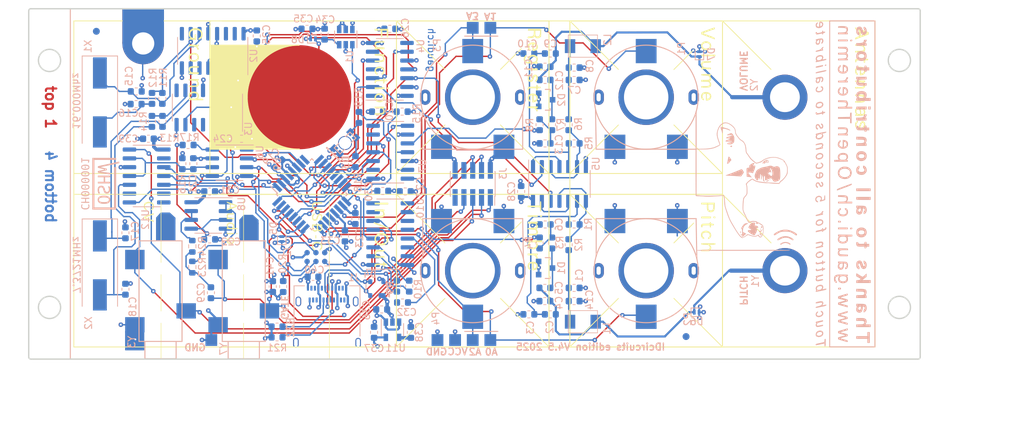
<source format=kicad_pcb>
(kicad_pcb (version 20241229) (generator "pcbnew") (generator_version "9.0")
  (layers (0 "F.Cu" signal) (4 "In1.Cu" signal) (6 "In2.Cu" signal) (2 "B.Cu" signal) (13 "F.Paste" user) (15 "B.Paste" user) (5 "F.SilkS" user "F.Silkscreen") (7 "B.SilkS" user "B.Silkscreen") (1 "F.Mask" user) (3 "B.Mask" user) (25 "Edge.Cuts" user))
  (net 0 "")
  (net 1 "Net-(U5-Pad10)")
  (net 2 "Net-(C1-Pad1)")
  (net 3 "Net-(C6-Pad1)")
  (net 4 "VDD")
  (net 5 "CV1")
  (net 6 "Net-(C10-Pad1)")
  (net 7 "Net-(R1-Pad1)")
  (net 8 "VoutB")
  (net 9 "Net-(C13-Pad1)")
  (net 10 "Net-(C2-Pad2)")
  (net 11 "Net-(C16-Pad1)")
  (net 12 "Net-(U2-P1)")
  (net 13 "Net-(U3-P1)")
  (net 14 "Net-(C18-Pad1)")
  (net 15 "VCC")
  (net 16 "Net-(U8A-+)")
  (net 17 "BUT")
  (net 18 "VO_PITCH")
  (net 19 "VO_VOL")
  (net 20 "F_PITCH")
  (net 21 "F_VOL")
  (net 22 "Net-(C5-Pad2)")
  (net 23 "DAC_LATCH")
  (net 24 "DAC_DI")
  (net 25 "DAC_SCK")
  (net 26 "DAC_CS")
  (net 27 "DAC2_CS")
  (net 28 "Net-(U8A--)")
  (net 29 "VrefB")
  (net 30 "Net-(U10-V3)")
  (net 31 "Net-(U10-~{DTR})")
  (net 32 "A0")
  (net 33 "A1")
  (net 34 "A2")
  (net 35 "A3")
  (net 36 "LED_RED")
  (net 37 "Net-(C7-Pad1)")
  (net 38 "Net-(U9-AREF)")
  (net 39 "Net-(C12-Pad2)")
  (net 40 "Net-(R5-Pad1)")
  (net 41 "SAMPLE_CLK")
  (net 42 "Net-(U11-BP)")
  (net 43 "AUDIO")
  (net 44 "Net-(U5-Pad1)")
  (net 49 "RESET")
  (net 51 "Net-(J1-CC1)")
  (net 52 "D-")
  (net 53 "D+")
  (net 54 "TXD")
  (net 57 "RXD")
  (net 59 "MISO")
  (net 60 "Net-(D3-Pad4)")
  (net 61 "Net-(D3-Pad3)")
  (net 62 "LED_BLUE")
  (net 63 "EX_CLK")
  (net 65 "VREF")
  (net 66 "DAC3_CS")
  (net 67 "Net-(J1-CC2)")
  (net 69 "CV2")
  (net 70 "GND")
  (net 71 "GATE")
  (net 72 "Net-(U7-VoutA)")
  (net 73 "Net-(U10-TXD)")
  (net 74 "Net-(U10-RXD)")
  (net 75 "Net-(U3-P0{slash})")
  (net 76 "Net-(U6-VoutA)")
  (net 78 "Net-(U2-Q5)")
  (net 90 "Net-(U3-Q4)")
  (net 112 "Net-(C29-Pad1)")
  (net 113 "Net-(U8B--)")
  (net 114 "Net-(D6-A1)")
  (net 115 "Net-(D7-A1)")
  (net 116 "Net-(D8-A2)")
  (footprint "GaudiLabsFootPrints:GNDPad" (layer "F.Cu") (at 52.92 80.46 -90)
    (property "Reference" "GROUND1" (hide yes))
    (property "Value" "GND_PAD")
  )
  (footprint "GaudiLabsLogos:OTV4_FrontText" (layer "F.Cu") (at 104.4086 97.4936 -90)
    (property "Reference" "G***" (hide yes))
    (property "Value" "LOGO" (hide yes))
  )
  (footprint "GaudiLabsLogos:OTV4_Button" (layer "F.Cu") (at 69.59 88.22 -90)
    (property "Reference" "G***" (hide yes))
    (property "Value" "LOGO" (hide yes))
  )
  (footprint "GaudiLabsFootPrints:SensorButton" (layer "F.Cu") (at 75.42 88.21 -90)
    (property "Reference" "P10" (hide yes))
    (property "Value" "BUTTON")
  )
  (footprint "GaudiLabsFootPrints:SMTSOB_M3" (layer "F.Cu") (at 145.42 113.21 -90)
    (property "Reference" "Y1")
    (property "Value" "MountPad3")
  )
  (footprint "GaudiLabsFootPrints:SMTSOB_M3" (layer "F.Cu") (at 145.42 88.21 -90)
    (property "Reference" "Y2")
    (property "Value" "MountPad3")
  )
  (footprint "GaudiLabsLogos:OTV4_OTTextNarrow" (layer "F.Cu") (at 161.974652 100.71 -90)
    (property "Reference" "G***")
    (property "Value" "LOGO" (hide yes))
  )
  (footprint "GaudiLabsLogos:OSHW_OT3" (layer "B.Cu") (at 46.679 100.71 90)
    (property "Reference" "G***" (hide yes))
    (property "Value" "LOGO" (hide yes))
  )
  (footprint "GaudiLabsFootPrints:PS15NV60" (layer "B.Cu") (at 100.42 113.21)
    (property "Reference" "P4")
    (property "Value" "10k")
  )
  (footprint "GaudiLabsFootPrints:PS15NV60" (layer "B.Cu") (at 125.42 113.21)
    (property "Reference" "P2")
    (property "Value" "10k")
  )
  (footprint "GaudiLabsFootPrints:USB_C_Receptacle_Amphenol_12401610E4-2A" (layer "B.Cu") (at 79.42 120.76 180)
    (property "Reference" "J1")
    (property "Value" "USB_C_Receptacle 12401610E4#2A")
  )
  (footprint "TO_SOT_Packages_SMD:SOT-23" (layer "B.Cu") (at 110.93376 88.584 90)
    (property "Reference" "D2")
    (property "Value" "BB914")
  )
  (footprint "Capacitor_SMD:C_0603_1608Metric" (layer "B.Cu") (at 115.0385 85.724)
    (property "Reference" "C7")
    (property "Value" "150pF")
  )
  (footprint "Capacitor_SMD:C_0603_1608Metric" (layer "B.Cu") (at 115.0385 83.946)
    (property "Reference" "C8")
    (property "Value" "150pF")
  )
  (footprint "Capacitor_SMD:C_0603_1608Metric" (layer "B.Cu") (at 111.6095 81.914 180)
    (property "Reference" "C9")
    (property "Value" "150pF")
  )
  (footprint "Capacitor_SMD:C_0603_1608Metric" (layer "B.Cu") (at 110.8475 83.819 180)
    (property "Reference" "C11")
    (property "Value" "10pF")
  )
  (footprint "Capacitor_SMD:C_0603_1608Metric" (layer "B.Cu") (at 51.9 89.2 180)
    (property "Reference" "C16")
    (property "Value" "22pF")
  )
  (footprint "Capacitor_SMD:C_0603_1608Metric" (layer "B.Cu") (at 67.1 94.2 180)
    (property "Reference" "C24")
    (property "Value" "100nF")
  )
  (footprint "Capacitor_SMD:C_0603_1608Metric" (layer "B.Cu") (at 88.47 78.358 180)
    (property "Reference" "C26")
    (property "Value" "100nF")
  )
  (footprint "Capacitor_SMD:C_0603_1608Metric" (layer "B.Cu") (at 90.6925 101.7895 180)
    (property "Reference" "C27")
    (property "Value" "100nF")
  )
  (footprint "Capacitor_SMD:C_0603_1608Metric" (layer "B.Cu") (at 107.4 101.8 90)
    (property "Reference" "C28")
    (property "Value" "100nF")
  )
  (footprint "Resistor_SMD:R_0603_1608Metric" (layer "B.Cu") (at 114.251 109.473 90)
    (property "Reference" "R2")
    (property "Value" "2.2k")
  )
  (footprint "Resistor_SMD:R_0603_1608Metric" (layer "B.Cu") (at 110.06 109.219 90)
    (property "Reference" "R4")
    (property "Value" "100k")
  )
  (footprint "Resistor_SMD:R_0603_1608Metric" (layer "B.Cu") (at 115.0385 94.868 180)
    (property "Reference" "R5")
    (property "Value" "4.7M")
  )
  (footprint "Resistor_SMD:R_0603_1608Metric" (layer "B.Cu") (at 111.838 92.1755 90)
    (property "Reference" "R7")
    (property "Value" "100k")
  )
  (footprint "Resistor_SMD:R_0603_1608Metric" (layer "B.Cu") (at 110.06 92.1755 -90)
    (property "Reference" "R8")
    (property "Value" "100k")
  )
  (footprint "Resistor_SMD:R_0603_1608Metric" (layer "B.Cu") (at 54.18 91.693 90)
    (property "Reference" "R14")
    (property "Value" "470")
  )
  (footprint "Resistor_SMD:R_0603_1608Metric" (layer "B.Cu") (at 59.4 95.1 180)
    (property "Reference" "R17")
    (property "Value" "10k")
  )
  (footprint "TO_SOT_Packages_SMD:SOT-23" (layer "B.Cu") (at 110.92 112.836 90)
    (property "Reference" "D1")
    (property "Value" "BB914")
  )
  (footprint "Resistor_SMD:R_0603_1608Metric" (layer "B.Cu") (at 114.251 92.1755 -90)
    (property "Reference" "R6")
    (property "Value" "2.2k")
  )
  (footprint "Capacitor_SMD:C_0603_1608Metric" (layer "B.Cu") (at 111.6095 119.506 180)
    (property "Reference" "C2")
    (property "Value" "150pF")
  )
  (footprint "Capacitor_SMD:C_0603_1608Metric" (layer "B.Cu") (at 115.0385 115.696)
    (property "Reference" "C1")
    (property "Value" "150pF")
  )
  (footprint "Capacitor_SMD:C_0603_1608Metric" (layer "B.Cu") (at 110.822 117.601 180)
    (property "Reference" "C4")
    (property "Value" "not assembled")
  )
  (footprint "Capacitor_SMD:C_0603_1608Metric" (layer "B.Cu") (at 110.822 115.696)
    (property "Reference" "C5")
    (property "Value" "470pF")
  )
  (footprint "Capacitor_SMD:C_0603_1608Metric" (layer "B.Cu") (at 115.0385 117.601)
    (property "Reference" "C14")
    (property "Value" "47pF")
  )
  (footprint "Package_SO:SOIC-16_3.9x9.9mm_P1.27mm" (layer "B.Cu") (at 88.535 107.949)
    (property "Reference" "U10")
    (property "Value" "CH340C")
  )
  (footprint "Capacitor_SMD:C_0603_1608Metric" (layer "B.Cu") (at 83.5 105.7 -90)
    (property "Reference" "C23")
    (property "Value" "100nF")
  )
  (footprint "Package_SO:SOIC-14_3.9x8.7mm_P1.27mm" (layer "B.Cu") (at 112.92 100.71 -90)
    (property "Reference" "U5")
    (property "Value" "HEF4069")
  )
  (footprint "Package_SO:SOIC-8_3.9x4.9mm_P1.27mm" (layer "B.Cu") (at 65.356 97.662 180)
    (property "Reference" "U6")
    (property "Value" "MCP4921-E/SN")
  )
  (footprint "Capacitor_SMD:C_0603_1608Metric" (layer "B.Cu") (at 90.3 117.8)
    (property "Reference" "C32")
    (property "Value" "100n")
  )
  (footprint "Resistor_SMD:R_0603_1608Metric" (layer "B.Cu") (at 89.486 115.442 -90)
    (property "Reference" "R9")
    (property "Value" "2.2k")
  )
  (footprint "Resistor_SMD:R_0603_1608Metric" (layer "B.Cu") (at 91.264 115.442 -90)
    (property "Reference" "R10")
    (property "Value" "2.2k")
  )
  (footprint "Resistor_SMD:R_0603_1608Metric" (layer "B.Cu") (at 73.1 115.5 -90)
    (property "Reference" "R20")
    (property "Value" "2.2k")
  )
  (footprint "Package_SO:SOIC-14_3.9x8.7mm_P1.27mm" (layer "B.Cu") (at 88.47 84.2)
    (property "Reference" "U4")
    (property "Value" "74HC74D")
  )
  (footprint "Capacitor_SMD:C_0603_1608Metric" (layer "B.Cu") (at 76.532 78.358)
    (property "Reference" "C35")
    (property "Value" "100n")
  )
  (footprint "Package_TO_SOT_SMD:SOT-23-6" (layer "B.Cu") (at 82.12 79.544 90)
    (property "Reference" "U1")
    (property "Value" "TTP223")
  )
  (footprint "Crystal:Crystal_SMD_HC49-SD" (layer "B.Cu") (at 46.679 88.967 -90)
    (property "Reference" "X1")
    (property "Value" "16MHz")
  )
  (footprint "Resistor_SMD:R_0603_1608Metric" (layer "B.Cu") (at 90.248 90.296)
    (property "Reference" "R15")
    (property "Value" "100k")
  )
  (footprint "GaudiLabsFootPrints:WL-SBRW" (layer "B.Cu") (at 82.02 94.81 45)
    (property "Reference" "D3")
    (property "Value" "DualLED 156125RB73000")
  )
  (footprint "Package_TO_SOT_SMD:SOT-23-5" (layer "B.Cu") (at 88.85 121.7284 -90)
    (property "Reference" "U11")
    (property "Value" "LP2985-3.3")
  )
  (footprint "Capacitor_SMD:C_0603_1608Metric" (layer "B.Cu") (at 82 108.2 -90)
    (property "Reference" "C33")
    (property "Value" "100n")
  )
  (footprint "Capacitor_SMD:C_0603_1608Metric" (layer "B.Cu") (at 86.692 90.296 180)
    (property "Reference" "C20")
    (property "Value" "100n")
  )
  (footprint "Capacitor_SMD:C_0603_1608Metric" (layer "B.Cu") (at 50.362 115.8865 90)
    (property "Reference" "C18")
    (property "Value" "22pF")
  )
  (footprint "Capacitor_SMD:C_0603_1608Metric" (layer "B.Cu") (at 51.9195 87.375)
    (property "Reference" "C15")
    (property "Value" "22pF")
  )
  (footprint "Package_SO:SOIC-16_3.9x9.9mm_P1.27mm" (layer "B.Cu") (at 62.943 81.533 90)
    (property "Reference" "U2")
    (property "Value" "74HC4060D")
  )
  (footprint "Capacitor_SMD:C_0603_1608Metric" (layer "B.Cu") (at 69.293 79.374 -90)
    (property "Reference" "C25")
    (property "Value" "100nF")
  )
  (footprint "Capacitor_SMD:C_0603_1608Metric" (layer "B.Cu") (at 60.149 97.789 90)
    (property "Reference" "C21")
    (property "Value" "100n")
  )
  (footprint "Resistor_SMD:R_0603_1608Metric" (layer "B.Cu") (at 58.5615 97.789 90)
    (property "Reference" "R16")
    (property "Value" "100k")
  )
  (footprint "Resistor_SMD:R_0603_1608Metric" (layer "B.Cu") (at 84.025 91.1215 90)
    (property "Reference" "R19")
    (property "Value" "470")
  )
  (footprint "Resistor_SMD:R_0603_1608Metric" (layer "B.Cu") (at 83.517 97.497 -90)
    (property "Reference" "R18")
    (property "Value" "470")
  )
  (footprint "GaudiLabsLogos:Peace_logo" (layer "B.Cu") (at 75.42 88.21 90)
    (property "Reference" "G***" (hide yes))
    (property "Value" "LOGO" (hide yes))
  )
  (footprint "Resistor_SMD:R_0603_1608Metric" (layer "B.Cu") (at 111.838 109.219 -90)
    (property "Reference" "R3")
    (property "Value" "100k")
  )
  (footprint "Capacitor_SMD:C_0603_1608Metric" (layer "B.Cu") (at 110.8475 94.868 180)
    (property "Reference" "C13")
    (property "Value" "100nF")
  )
  (footprint "Capacitor_SMD:C_0603_1608Metric" (layer "B.Cu") (at 110.8475 85.724)
    (property "Reference" "C12")
    (property "Value" "470pF")
  )
  (footprint "Capacitor_SMD:C_0603_1608Metric" (layer "B.Cu") (at 108.5105 119.506 180)
    (property "Reference" "C3")
    (property "Value" "150pF")
  )
  (footprint "Capacitor_SMD:C_0603_1608Metric" (layer "B.Cu") (at 86.2 122.1 90)
    (property "Reference" "C37")
    (property "Value" "10u")
  )
  (footprint "Resistor_SMD:R_0603_1608Metric" (layer "B.Cu") (at 115.0385 106.552 180)
    (property "Reference" "R1")
    (property "Value" "4.7M")
  )
  (footprint "Capacitor_SMD:C_0603_1608Metric" (layer "B.Cu") (at 110.87 106.552 180)
    (property "Reference" "C6")
    (property "Value" "100nF")
  )
  (footprint "Capacitor_SMD:C_0603_1608Metric" (layer "B.Cu") (at 108.5105 81.914 180)
    (property "Reference" "C10")
    (property "Value" "150pF")
  )
  (footprint "GaudiLabsFootPrints:SMD_Pinheader_1_OT_BLANK" (layer "B.Cu") (at 100.42 78.21 -90)
    (property "Reference" "P11" (hide yes))
    (property "Value" "A3_PAD")
  )
  (footprint "GaudiLabsFootPrints:SMD_Pinheader_1_OT_BLANK" (layer "B.Cu") (at 100.42 123.21 -90)
    (property "Reference" "P12" (hide yes))
    (property "Value" "A2_PAD")
  )
  (footprint "GaudiLabsFootPrints:SMD_Pinheader_1_OT_BLANK" (layer "B.Cu") (at 102.96 78.21 -90)
    (property "Reference" "P13" (hide yes))
    (property "Value" "A1_PAD")
  )
  (footprint "GaudiLabsFootPrints:SMD_Pinheader_1_OT_BLANK" (layer "B.Cu") (at 102.96 123.21 -90)
    (property "Reference" "P14" (hide yes))
    (property "Value" "A0_PAD")
  )
  (footprint "Package_SO:SOIC-14_3.9x8.7mm_P1.27mm" (layer "B.Cu") (at 53.418 99.567 180)
    (property "Reference" "U12")
    (property "Value" "MCP4922-E/SL")
  )
  (footprint "Resistor_SMD:R_0603_1608Metric" (layer "B.Cu") (at 72.2165 122.8135 180)
    (property "Reference" "R21")
    (property "Value" "5.1k")
  )
  (footprint "Connector:Tag-Connect_TC2030-IDC-NL_2x03_P1.27mm_Vertical" (layer "B.Cu") (at 77.818 111.251 180)
    (property "Reference" "J2")
    (property "Value" "Conn_02x03_Odd_Even")
  )
  (footprint "GaudiLabsFootPrints:SJ-3502-SMT-TR" (layer "B.Cu") (at 55.42 123.41 90)
    (property "Reference" "Y3")
    (property "Value" "PLUG_3_5_SMD SJ-3502-SMT-TR")
  )
  (footprint "Capacitor_SMD:C_0603_1608Metric" (layer "B.Cu") (at 79.072 79.12 90)
    (property "Reference" "C34")
    (property "Value" "22pF")
  )
  (footprint "Package_SO:SOIC-14_3.9x8.7mm_P1.27mm" (layer "B.Cu") (at 88.535 96.138)
    (property "Reference" "U7")
    (property "Value" "MCP4922-E/SL")
  )
  (footprint "Package_SO:SOIC-8_3.9x4.9mm_P1.27mm" (layer "B.Cu") (at 62.3145 105.257 180)
    (property "Reference" "U8")
    (property "Value" "MCP6002T-I/SN")
  )
  (footprint "GaudiLabsFootPrints:SJ-3502-SMT-TR" (layer "B.Cu") (at 67.42 123.41 90)
    (property "Reference" "Y7")
    (property "Value" "PLUG_3_5_SMD SJ-3502-SMT-TR")
  )
  (footprint "GaudiLabsFootPrints:Fiducial_1mm_Dia_2.54mm_Outer_CopperBottom" (layer "B.Cu") (at 131.17 122.71 -90)
    (property "Reference" "W1" (hide yes))
    (property "Value" "FIDUCIAL1")
  )
  (footprint "GaudiLabsFootPrints:Fiducial_1mm_Dia_2.54mm_Outer_CopperBottom" (layer "B.Cu") (at 46.17 78.71 -90)
    (property "Reference" "W2" (hide yes))
    (property "Value" "FIDUCIAL2")
  )
  (footprint "Crystal:Crystal_SMD_HC49-SD" (layer "B.Cu") (at 46.679 112.453 -90)
    (property "Reference" "X2")
    (property "Value" "7.3721MHz")
  )
  (footprint "Package_SO:SOIC-16_3.9x9.9mm_P1.27mm" (layer "B.Cu") (at 62.181 89.7 90)
    (property "Reference" "U3")
    (property "Value" "74HC4060D")
  )
  (footprint "Capacitor_SMD:C_0603_1608Metric" (layer "B.Cu") (at 50.362 107.7585 90)
    (property "Reference" "C17")
    (property "Value" "22pF")
  )
  (footprint "GaudiLabsFootPrints:SMD_Pinheader_1_OT_BLANK" (layer "B.Cu") (at 97.88 123.21 -90)
    (property "Reference" "P8" (hide yes))
    (property "Value" "VCC")
  )
  (footprint "GaudiLabsFootPrints:SMD_Pinheader_1_OT_BLANK" (layer "B.Cu") (at 95.34 123.21 -90)
    (property "Reference" "P9" (hide yes))
    (property "Value" "GND")
  )
  (footprint "Capacitor_SMD:C_0603_1608Metric" (layer "B.Cu") (at 87.454 101.726)
    (property "Reference" "C30")
    (property "Value" "100n")
  )
  (footprint "Capacitor_SMD:C_0603_1608Metric" (layer "B.Cu") (at 62.5 108.7)
    (property "Reference" "C22")
    (property "Value" "10n")
  )
  (footprint "Resistor_SMD:R_0603_1608Metric" (layer "B.Cu") (at 72.2165 121.2895 180)
    (property "Reference" "R22")
    (property "Value" "5.1k")
  )
  (footprint "GaudiLabsFootPrints:SMD_Pinheader_1_OT_BLANK" (layer "B.Cu") (at 62.7398 123.21 -90)
    (property "Reference" "P16" (hide yes))
    (property "Value" "GND")
  )
  (footprint "Package_QFP:TQFP-32_7x7mm_P0.8mm" (layer "B.Cu") (at 77.229247 102.204039 -45)
    (property "Reference" "U9")
    (property "Value" "ATmega328P-AU")
  )
  (footprint "GaudiLabsFootPrints:PS15NV60" (layer "B.Cu") (at 125.42 88.21 180)
    (property "Reference" "P1")
    (property "Value" "10k")
  )
  (footprint "GaudiLabsLogos:OTV4_TextBack" (layer "B.Cu") (at 154.01 100.98 90)
    (property "Reference" "G***" (hide yes))
    (property "Value" "LOGO" (hide yes))
  )
  (footprint "Resistor_SMD:R_0603_1608Metric" (layer "B.Cu") (at 55.68 88.38 -90)
    (property "Reference" "R11")
    (property "Value" "4.7M")
  )
  (footprint "Resistor_SMD:R_0603_1608Metric" (layer "B.Cu") (at 54.19 88.38 90)
    (property "Reference" "R12")
    (property "Value" "470")
  )
  (footprint "Resistor_SMD:R_0603_1608Metric" (layer "B.Cu") (at 55.704 91.693 -90)
    (property "Reference" "R13")
    (property "Value" "4.7M")
  )
  (footprint "GaudiLabsFootPrints:COIL_T" (layer "B.Cu") (at 116.3 80.85 90)
    (property "Reference" "L2")
    (property "Value" "1mH CC453232A-102KL")
  )
  (footprint "GaudiLabsFootPrints:COIL_T" (layer "B.Cu") (at 116.3 120.57 90)
    (property "Reference" "L1")
    (property "Value" "1mH CC453232A-102KL")
  )
  (footprint "GaudiLabsLogos:OTV4_MrTheremin" (layer "B.Cu") (at 140 101.37 90)
    (property "Reference" "G***" (hide yes))
    (property "Value" "LOGO" (hide yes))
  )
  (footprint "GaudiLabsFootPrints:PS15NV60" (layer "B.Cu") (at 100.42 88.21 180)
    (property "Reference" "P3")
    (property "Value" "10k")
  )
  (footprint "Capacitor_SMD:C_0603_1608Metric" (layer "B.Cu") (at 62.6815 116.3945 -90)
    (property "Reference" "C29")
    (property "Value" "10uF")
  )
  (footprint "Capacitor_SMD:C_0603_1608Metric" (layer "B.Cu") (at 91.5 122.1 90)
    (property "Reference" "C38")
    (property "Value" "10n")
  )
  (footprint "Capacitor_SMD:C_0603_1608Metric" (layer "B.Cu") (at 87.3 118.8)
    (property "Reference" "C36")
    (property "Value" "10u")
  )
  (footprint "Capacitor_SMD:C_0603_1608Metric" (layer "B.Cu") (at 53.675 94.2 180)
    (property "Reference" "C39")
    (property "Value" "100nF")
  )
  (footprint "Capacitor_SMD:C_0603_1608Metric" (layer "B.Cu") (at 71.6 115.5 90)
    (property "Reference" "C41")
    (property "Value" "10u")
  )
  (footprint "Diode_SMD:D_SOD-882" (layer "B.Cu") (at 132.7 119.2)
    (property "Reference" "D6")
    (property "Value" "PESD5V0X1BL")
  )
  (footprint "Diode_SMD:D_SOD-882" (layer "B.Cu") (at 133.1 82 90)
    (property "Reference" "D7")
    (property "Value" "PESD5V0X1BL")
  )
  (footprint "Capacitor_SMD:C_0603_1608Metric" (layer "B.Cu") (at 62.5 101.8)
    (property "Reference" "C31")
    (property "Value" "100nF")
  )
  (footprint "Diode_SMD:D_SOD-882" (layer "B.Cu") (at 72.9 108.65 90)
    (property "Reference" "D5")
    (property "Value" "PESD5V0X1BL")
  )
  (footprint "Resistor_SMD:R_0603_1608Metric" (layer "B.Cu") (at 60 109.7 90)
    (property "Reference" "R24")
    (property "Value" "10R")
  )
  (footprint "Diode_SMD:D_SOD-882" (layer "B.Cu") (at 77.4 79.8)
    (property "Reference" "D8")
    (property "Value" "PESD5V0X1BL")
  )
  (footprint "Package_TO_SOT_SMD:SOT-143" (layer "B.Cu") (at 86.6 115.8 90)
    (property "Reference" "D4")
    (property "Value" "PRTR5V0U2X")
  )
  (footprint "Capacitor_SMD:C_0603_1608Metric" (layer "B.Cu") (at 72.4 97.8 -135)
    (property "Reference" "C19")
    (property "Value" "100nF")
  )
  (footprint "GaudiLabsLogos:OTV4_TripodNarrow" (layer "B.Cu") (at 39.29 100.71 90)
    (property "Reference" "G***")
    (property "Value" "LOGO" (hide yes))
  )
  (footprint "Connector_PinHeader_1.27mm:PinHeader_2x05_P1.27mm_Vertical_SMD" (layer "B.Cu") (at 100.42 100.71 90)
    (property "Reference" "J3")
    (property "Value" "Conn_02x05_Odd_Even")
  )
  (footprint "Capacitor_SMD:C_0603_1608Metric" (layer "B.Cu") (at 77.4 114.1 180)
    (property "Reference" "C40")
    (property "Value" "100n")
  )
  (footprint "Resistor_SMD:R_0603_1608Metric" (layer "B.Cu") (at 60 112.7 90)
    (property "Reference" "R23")
    (property "Value" "10R")
  )
  (gr_rect (start 50.3625 121.9825) (end 53.0295 124.6495) (stroke (width 0.1)) (fill yes) (layer "B.Cu") (net 70))
  (gr_poly (pts (xy 54.82 106.43) (xy 54.83 105.58) (xy 55.46 104.88) (xy 56.73 104.88) (xy 57.53 105.61) (xy 57.52 106.41)) (stroke (width 0.1)) (fill yes) (layer "B.Cu"))
  (gr_poly (pts (xy 66.81 106.36) (xy 66.81 105.91) (xy 67.44 105.21) (xy 68.71 105.21) (xy 69.51 105.94) (xy 69.51 106.48)) (stroke (width 0.1)) (fill yes) (layer "B.Cu"))
  (gr_line (start 114.420788 102.207488) (end 121.419645 109.209873) (stroke (width 0.125)) (layer "F.SilkS"))
  (gr_line (start 129.420356 92.210128) (end 136.419212 99.212514) (stroke (width 0.125)) (layer "F.SilkS"))
  (gr_line (start 129.416827 84.212945) (end 132.270698 81.359076) (stroke (width 0.125)) (layer "F.SilkS"))
  (gr_line (start 129.420356 117.210584) (end 136.419212 124.209441) (stroke (width 0.125)) (layer "F.SilkS"))
  (gr_line (start 89.420328 124.209441) (end 89.420328 102.211017) (stroke (width 0.125)) (layer "F.SilkS"))
  (gr_curve (pts (xy 67.922833 88.206245) (xy 67.922833 92.351234) (xy 71.281156 95.709557) (xy 75.422617 95.709557)) (stroke (width 0.125)) (layer "F.SilkS"))
  (gr_line (start 111.418754 124.209441) (end 89.420328 124.209441) (stroke (width 0.125)) (layer "F.SilkS"))
  (gr_line (start 62.53258 77.21056) (end 62.53258 99.208986) (stroke (width 0.125)) (layer "F.SilkS"))
  (gr_line (start 114.420788 124.209441) (end 114.420788 77.21056) (stroke (width 0.125)) (layer "F.SilkS"))
  (gr_line (start 114.420788 102.211017) (end 136.419212 102.211017) (stroke (width 0.125)) (layer "F.SilkS"))
  (gr_line (start 104.4199 84.209418) (end 107.421926 81.207388) (stroke (width 0.125)) (layer "F.SilkS"))
  (gr_line (start 136.419212 77.21056) (end 136.419212 124.209441) (stroke (width 0.125)) (layer "F.SilkS"))
  (gr_line (start 75.422617 95.709557) (end 75.422617 95.709557) (stroke (width 0.125)) (layer "F.SilkS"))
  (gr_line (start 55.921768 77.21056) (end 158.417638 77.21056) (stroke (width 0.125)) (layer "F.SilkS"))
  (gr_line (start 42.922377 77.21056) (end 42.922377 124.209441) (stroke (width 0.125)) (layer "F.SilkS"))
  (gr_line (start 114.420788 99.208986) (end 121.419645 92.210128) (stroke (width 0.125)) (layer "F.SilkS"))
  (gr_line (start 136.419212 77.21056) (end 143.418071 84.209418) (stroke (width 0.125)) (layer "F.SilkS"))
  (gr_line (start 79.754571 125.959152) (end 79.754571 103.142316) (stroke (width 0.09)) (layer "F.SilkS"))
  (gr_line (start 111.418754 77.21056) (end 111.418754 124.209441) (stroke (width 0.125)) (layer "F.SilkS"))
  (gr_line (start 89.420328 77.21056) (end 89.420328 124.209441) (stroke (width 0.125)) (layer "F.SilkS"))
  (gr_line (start 114.420788 77.21056) (end 136.419212 77.21056) (stroke (width 0.125)) (layer "F.SilkS"))
  (gr_line (start 89.420328 102.211017) (end 111.418754 102.211017) (stroke (width 0.125)) (layer "F.SilkS"))
  (gr_line (start 42.97882 99.208986) (end 136.419212 99.208986) (stroke (width 0.125)) (layer "F.SilkS"))
  (gr_curve (pts (xy 75.422617 80.709989) (xy 71.281156 80.709989) (xy 67.922833 84.068312) (xy 67.922833 88.206245)) (stroke (width 0.125)) (layer "F.SilkS"))
  (gr_line (start 129.416827 109.209873) (end 132.270698 106.356005) (stroke (width 0.125)) (layer "F.SilkS"))
  (gr_line (start 114.420788 124.209441) (end 114.420788 102.211017) (stroke (width 0.125)) (layer "F.SilkS"))
  (gr_line (start 75.422617 95.709557) (end 62.532584 95.709557) (stroke (width 0.125)) (layer "F.SilkS"))
  (gr_line (start 89.420328 99.208986) (end 96.419193 92.210128) (stroke (width 0.125)) (layer "F.SilkS"))
  (gr_line (start 111.418754 102.211017) (end 111.418754 124.209441) (stroke (width 0.125)) (layer "F.SilkS"))
  (gr_line (start 42.922377 124.209441) (end 158.417638 124.209441) (stroke (width 0.125)) (layer "F.SilkS"))
  (gr_line (start 86.291306 124.209441) (end 64.292881 124.209441) (stroke (width 0.125)) (layer "F.SilkS"))
  (gr_line (start 89.420328 77.21056) (end 111.418754 77.21056) (stroke (width 0.125)) (layer "F.SilkS"))
  (gr_line (start 89.420328 77.21056) (end 96.419193 84.209418) (stroke (width 0.125)) (layer "F.SilkS"))
  (gr_line (start 42.922377 77.21056) (end 49.921231 77.21056) (stroke (width 0.125)) (layer "F.SilkS"))
  (gr_line (start 136.419212 124.209441) (end 114.420788 124.209441) (stroke (width 0.125)) (layer "F.SilkS"))
  (gr_line (start 136.419212 99.208986) (end 114.420788 99.208986) (stroke (width 0.125)) (layer "F.SilkS"))
  (gr_line (start 89.420328 99.208986) (end 89.420328 77.21056) (stroke (width 0.125)) (layer "F.SilkS"))
  (gr_line (start 89.420328 124.209441) (end 96.419193 117.207056) (stroke (width 0.125)) (layer "F.SilkS"))
  (gr_line (start 114.420788 124.209441) (end 121.419645 117.207056) (stroke (width 0.125)) (layer "F.SilkS"))
  (gr_line (start 89.420328 102.207488) (end 96.419193 109.209873) (stroke (width 0.125)) (layer "F.SilkS"))
  (gr_line (start 62.532584 95.709557) (end 62.532584 80.709989) (stroke (width 0.125)) (layer "F.SilkS"))
  (gr_line (start 42.97882 102.211017) (end 136.419212 102.211017) (stroke (width 0.125)) (layer "F.SilkS"))
  (gr_line (start 136.419212 77.21056) (end 136.419212 99.208986) (stroke (width 0.125)) (layer "F.SilkS"))
  (gr_line (start 104.4199 92.210128) (end 111.418754 99.208986) (stroke (width 0.125)) (layer "F.SilkS"))
  (gr_line (start 64.292881 77.21056) (end 86.291306 77.21056) (stroke (width 0.125)) (layer "F.SilkS"))
  (gr_line (start 136.419212 102.211017) (end 136.419212 124.209441) (stroke (width 0.125)) (layer "F.SilkS"))
  (gr_line (start 111.418754 99.208986) (end 89.420328 99.208986) (stroke (width 0.125)) (layer "F.SilkS"))
  (gr_line (start 86.291306 99.208986) (end 64.292881 99.208986) (stroke (width 0.125)) (layer "F.SilkS"))
  (gr_line (start 67.38663 125.959152) (end 67.38663 103.142316) (stroke (width 0.09)) (layer "F.SilkS"))
  (gr_line (start 64.292881 102.211017) (end 86.291306 102.211017) (stroke (width 0.125)) (layer "F.SilkS"))
  (gr_line (start 114.420788 77.21056) (end 121.419645 84.209418) (stroke (width 0.125)) (layer "F.SilkS"))
  (gr_line (start 111.418754 77.21056) (end 111.418754 99.208986) (stroke (width 0.125)) (layer "F.SilkS"))
  (gr_line (start 136.419212 102.207488) (end 143.418071 109.209873) (stroke (width 0.125)) (layer "F.SilkS"))
  (gr_line (start 158.417638 77.21056) (end 158.417638 124.209441) (stroke (width 0.125)) (layer "F.SilkS"))
  (gr_line (start 104.4199 117.210584) (end 111.418754 124.209441) (stroke (width 0.125)) (layer "F.SilkS"))
  (gr_line (start 114.420788 99.208986) (end 114.420788 77.21056) (stroke (width 0.125)) (layer "F.SilkS"))
  (gr_line (start 62.532584 80.709989) (end 75.422617 80.709989) (stroke (width 0.125)) (layer "F.SilkS"))
  (gr_line (start 55.494925 103.142316) (end 55.494925 125.959152) (stroke (width 0.09)) (layer "F.SilkS"))
  (gr_line (start 104.4199 109.209873) (end 107.421926 106.207845) (stroke (width 0.125)) (layer "F.SilkS"))
  (gr_line (start 99.265 121.9698) (end 104.0402 121.9698) (stroke (width 0.15)) (layer "B.SilkS"))
  (gr_line (start 99.265 79.41) (end 104.0402 79.41) (stroke (width 0.15)) (layer "B.SilkS"))
  (gr_line (start 42.42 75.46) (end 42.42 125.96) (stroke (width 0.15)) (layer "B.SilkS"))
  (gr_line (start 164.62 75.46) (end 55.92 75.46) (stroke (width 0.2)) (layer "Edge.Cuts"))
  (gr_circle (center 39.42 118.51) (end 39.42 120.11) (stroke (width 0.2)) (fill no) (layer "Edge.Cuts"))
  (gr_circle (center 161.92 82.91) (end 161.92 84.51) (stroke (width 0.2)) (fill no) (layer "Edge.Cuts"))
  (gr_arc (start 164.62 75.46) (mid 164.832132 75.547868) (end 164.92 75.76) (stroke (width 0.2)) (layer "Edge.Cuts"))
  (gr_arc (start 36.42 75.76) (mid 36.507868 75.547868) (end 36.72 75.46) (stroke (width 0.2)) (layer "Edge.Cuts"))
  (gr_arc (start 36.72 125.96) (mid 36.507868 125.872132) (end 36.42 125.66) (stroke (width 0.2)) (layer "Edge.Cuts"))
  (gr_line (start 36.72 125.96) (end 164.62 125.96) (stroke (width 0.2)) (layer "Edge.Cuts"))
  (gr_circle (center 39.42 82.91) (end 39.42 84.51) (stroke (width 0.2)) (fill no) (layer "Edge.Cuts"))
  (gr_line (start 55.92 75.46) (end 49.92 75.46) (stroke (width 0.2)) (layer "Edge.Cuts"))
  (gr_arc (start 164.92 125.66) (mid 164.832132 125.872132) (end 164.62 125.96) (stroke (width 0.2)) (layer "Edge.Cuts"))
  (gr_circle (center 161.92 118.51) (end 161.92 120.11) (stroke (width 0.2)) (fill no) (layer "Edge.Cuts"))
  (gr_line (start 49.92 75.46) (end 36.72 75.46) (stroke (width 0.2)) (layer "Edge.Cuts"))
  (gr_line (start 36.42 75.76) (end 36.42 125.66) (stroke (width 0.2)) (layer "Edge.Cuts"))
  (gr_line (start 164.92 125.66) (end 164.92 75.76) (stroke (width 0.2)) (layer "Edge.Cuts"))
  (gr_text "top 1" (at 38.7 86.4 270) (layer "F.Cu") (effects (font (size 1.5 1.5) (thickness 0.3) (bold yes)) (justify left bottom)))
  (gr_text "gaudi.ch" (at 94.48 81.39 270) (layer "B.Cu") (effects (font (size 1 1)) (justify mirror)))
  (gr_text "bottom 4" (at 38.7 106.5 270) (layer "B.Cu") (effects (font (size 1.5 1.5) (thickness 0.3) (bold yes)) (justify left bottom mirror)))
  (gr_text "16.000Mhz" (at 43.2754 88.7466 270) (layer "B.SilkS") (effects (font (size 1 1)) (justify mirror)))
  (gr_text "VOLUME" (at 139.43 84.4 270) (layer "B.SilkS") (effects (font (size 1 1) (thickness 0.2)) (justify mirror)))
  (gr_text "PITCH" (at 139.43 116.07 270) (layer "B.SilkS") (effects (font (size 1 1) (thickness 0.2)) (justify mirror)))
  (gr_text "VCC" (at 98.248 124.8746 0) (layer "B.SilkS") (effects (font (size 1 1) (thickness 0.2)) (justify mirror)))
  (gr_text "A3" (at 100.39 76.47 180) (layer "B.SilkS") (effects (font (size 1 1) (thickness 0.2)) (justify mirror)))
  (gr_text "A0" (at 103.0994 124.9254 0) (layer "B.SilkS") (effects (font (size 1 1) (thickness 0.2)) (justify mirror)))
  (gr_text "A1" (at 102.9734 76.58 180) (layer "B.SilkS") (effects (font (size 1 1) (thickness 0.2)) (justify mirror)))
  (gr_text "A2" (at 100.759 124.9038 0) (layer "B.SilkS") (effects (font (size 1 1) (thickness 0.2)) (justify mirror)))
  (gr_text "GND" (at 95.2 124.9 0) (layer "B.SilkS") (effects (font (size 1 1) (thickness 0.2)) (justify mirror)))
  (gr_text "GND" (at 60.4 124.3 0) (layer "B.SilkS") (effects (font (size 1 1) (thickness 0.2)) (justify mirror)))
  (gr_text "GATE" (at 73.3 118.51 270) (layer "B.SilkS") (effects (font (size 1 1) (thickness 0.2)) (justify mirror)))
  (gr_text "7.3721MHz" (at 43.3008 112.394 270) (layer "B.SilkS") (effects (font (size 1 1)) (justify mirror)))
  (gr_text "IDcircuits edition V4.5 2025" (at 117.4 124.2 0) (layer "B.SilkS") (effects (font (size 1 1) (thickness 0.2)) (justify mirror)))
  (segment (start 113.8 104.7) (end 110.7 104.7) (width 0.2) (layer "B.Cu") (net 1))
  (segment (start 114.19 103.185) (end 114.19 104.31) (width 0.2) (layer "B.Cu") (net 1))
  (segment (start 110.38 104.38) (end 110.38 103.185) (width 0.2) (layer "B.Cu") (net 1))
  (segment (start 110.7 104.7) (end 110.38 104.38) (width 0.2) (layer "B.Cu") (net 1))
  (segment (start 114.19 104.31) (end 113.8 104.7) (width 0.2) (layer "B.Cu") (net 1))
  (segment (start 114.251 115.696) (end 114.251 117.601) (width 0.2) (layer "B.Cu") (net 2))
  (segment (start 114.251 117.601) (end 114.251 118.761) (width 0.2) (layer "B.Cu") (net 2))
  (segment (start 114.45 118.96) (end 114.45 120.57) (width 0.2) (layer "B.Cu") (net 2))
  (segment (start 114.251 118.761) (end 114.45 118.96) (width 0.2) (layer "B.Cu") (net 2))
  (segment (start 114.251 110.2605) (end 114.251 115.696) (width 0.2) (layer "B.Cu") (net 2))
  (segment (start 111.6575 108.251) (end 111.838 108.4315) (width 0.2) (layer "B.Cu") (net 3))
  (segment (start 111.838 108.4315) (end 111.635 108.4315) (width 0.2) (layer "B.Cu") (net 3))
  (segment (start 111.635 108.4315) (end 110.06 110.0065) (width 0.2) (layer "B.Cu") (net 3))
  (segment (start 111.6575 106.552) (end 111.6575 108.251) (width 0.2) (layer "B.Cu") (net 3))
  (via (at 107.4 103.3) (size 0.65) (drill 0.25) (layers "F.Cu" "B.Cu") (net 4))
  (via (at 91.9 90.3) (size 0.65) (drill 0.25) (layers "F.Cu" "B.Cu") (net 4))
  (via (at 86.7 124.1) (size 0.65) (drill 0.25) (layers "F.Cu" "B.Cu") (net 4))
  (segment (start 86.2 122.8875) (end 86.2 123.6) (width 0.3) (layer "B.Cu") (net 4))
  (segment (start 86.2 123.6) (end 86.7 124.1) (width 0.3) (layer "B.Cu") (net 4))
  (segment (start 87.9 122.8284) (end 86.2591 122.8284) (width 0.3) (layer "B.Cu") (net 4))
  (segment (start 86.2591 122.8284) (end 86.2 122.8875) (width 0.3) (layer "B.Cu") (net 4))
  (segment (start 108.5125 102.5875) (end 109.11 103.185) (width 0.3) (layer "B.Cu") (net 4))
  (segment (start 91.0355 90.296) (end 91.896 90.296) (width 0.3) (layer "B.Cu") (net 4))
  (segment (start 107.4 103.3) (end 107.4 102.5875) (width 0.3) (layer "B.Cu") (net 4))
  (segment (start 107.4 102.5875) (end 108.5125 102.5875) (width 0.3) (layer "B.Cu") (net 4))
  (segment (start 91.896 90.296) (end 91.9 90.3) (width 0.3) (layer "B.Cu") (net 4))
  (segment (start 96.94 108.46) (end 100.3 105.1) (width 0.2) (layer "F.Cu") (net 5))
  (segment (start 88.894314 115.367058) (end 88.894314 115.14) (width 0.2) (layer "F.Cu") (net 5))
  (segment (start 100.3 105.1) (end 101.51 105.1) (width 0.2) (layer "F.Cu") (net 5))
  (segment (start 82.661372 121.6) (end 88.894314 115.367058) (width 0.2) (layer "F.Cu") (net 5))
  (segment (start 95.574314 108.46) (end 96.94 108.46) (width 0.2) (layer "F.Cu") (net 5))
  (segment (start 88.894314 115.14) (end 95.574314 108.46) (width 0.2) (layer "F.Cu") (net 5))
  (segment (start 61.06 119.21) (end 61.11 119.21) (width 0.2) (layer "F.Cu") (net 5))
  (segment (start 61.11 119.21) (end 63.5 121.6) (width 0.2) (layer "F.Cu") (net 5))
  (segment (start 54.09 96.69) (end 54.09 102.81) (width 0.2) (layer "F.Cu") (net 5))
  (segment (start 101.51 105.1) (end 101.69 105.28) (width 0.2) (layer "F.Cu") (net 5))
  (segment (start 53.73 96.33) (end 54.09 96.69) (width 0.2) (layer "F.Cu") (net 5))
  (segment (start 63.5 121.6) (end 82.661372 121.6) (width 0.2) (layer "F.Cu") (net 5))
  (via (at 61.06 119.21) (size 0.65) (drill 0.25) (layers "F.Cu" "B.Cu") (net 5))
  (via (at 53.73 96.33) (size 0.65) (drill 0.25) (layers "F.Cu" "B.Cu") (net 5))
  (via (at 54.09 102.81) (size 0.65) (drill 0.25) (layers "F.Cu" "B.Cu") (net 5))
  (via (at 101.69 105.28) (size 0.65) (drill 0.25) (layers "F.Cu" "B.Cu") (net 5))
  (segment (start 50.943 95.757) (end 53.157 95.757) (width 0.2) (layer "B.Cu") (net 5))
  (segment (start 53.157 95.757) (end 53.73 96.33) (width 0.2) (layer "B.Cu") (net 5))
  (segment (start 54.09 109.27) (end 58.22 113.4) (width 0.2) (layer "B.Cu") (net 5))
  (segment (start 101.69 102.66) (end 101.69 105.28) (width 0.2) (layer "B.Cu") (net 5))
  (segment (start 60.86 119.01) (end 61.06 119.21) (width 0.2) (layer "B.Cu") (net 5))
  (segment (start 58.22 113.4) (end 58.22 118.11) (width 0.2) (layer "B.Cu") (net 5))
  (segment (start 54.09 102.81) (end 54.09 109.27) (width 0.2) (layer "B.Cu") (net 5))
  (segment (start 59.12 119.01) (end 60.86 119.01) (width 0.2) (layer "B.Cu") (net 5))
  (segment (start 58.22 118.11) (end 59.12 119.01) (width 0.2) (layer "B.Cu") (net 5))
  (segment (start 108.6 95.3) (end 109.438 96.138) (width 0.2) (layer "B.Cu") (net 6))
  (segment (start 110.822 81.914) (end 109.298 81.914) (width 0.2) (layer "B.Cu") (net 6))
  (segment (start 114.251 98.174) (end 114.19 98.235) (width 0.2) (layer "B.Cu") (net 6))
  (segment (start 108.6 82.8) (end 108.6 95.3) (width 0.2) (layer "B.Cu") (net 6))
  (segment (start 109.298 81.914) (end 109.298 82.102) (width 0.2) (layer "B.Cu") (net 6))
  (segment (start 109.438 96.138) (end 114.251 96.138) (width 0.2) (layer "B.Cu") (net 6))
  (segment (start 109.298 82.102) (end 108.6 82.8) (width 0.2) (layer "B.Cu") (net 6))
  (segment (start 114.251 94.868) (end 114.251 98.174) (width 0.2) (layer "B.Cu") (net 6))
  (segment (start 115.826 106.552) (end 115.826 105.874) (width 0.2) (layer "B.Cu") (net 7))
  (segment (start 116.73 104.97) (end 116.73 103.185) (width 0.2) (layer "B.Cu") (net 7))
  (segment (start 116.73 103.185) (end 116.73 102.03) (width 0.2) (layer "B.Cu") (net 7))
  (segment (start 116.73 102.03) (end 116.1 101.4) (width 0.2) (layer "B.Cu") (net 7))
  (segment (start 115.826 106.552) (end 115.826 107.1105) (width 0.2) (layer "B.Cu") (net 7))
  (segment (start 113.6 101.4) (end 112.92 102.08) (width 0.2) (layer "B.Cu") (net 7))
  (segment (start 116.1 101.4) (end 113.6 101.4) (width 0.2) (layer "B.Cu") (net 7))
  (segment (start 112.92 102.08) (end 112.92 103.185) (width 0.2) (layer "B.Cu") (net 7))
  (segment (start 115.826 107.1105) (end 114.251 108.6855) (width 0.2) (layer "B.Cu") (net 7))
  (segment (start 115.826 105.874) (end 116.73 104.97) (width 0.2) (layer "B.Cu") (net 7))
  (segment (start 109.3 93) (end 108 93) (width 0.2) (layer "F.Cu") (net 8))
  (segment (start 108 93) (end 107.8 92.8) (width 0.2) (layer "F.Cu") (net 8))
  (via (at 109.3 93) (size 0.65) (drill 0.25) (layers "F.Cu" "B.Cu") (net 8))
  (via (at 107.8 92.8) (size 0.65) (drill 0.25) (layers "F.Cu" "B.Cu") (net 8))
  (segment (start 110.06 92.963) (end 109.337 92.963) (width 0.2) (layer "B.Cu") (net 8))
  (segment (start 102.313 94.106) (end 103.619 92.8) (width 0.2) (layer "B.Cu") (net 8))
  (segment (start 91.772 94.868) (end 93.931 92.709) (width 0.2) (layer "B.Cu") (net 8))
  (segment (start 109.337 92.963) (end 109.3 93) (width 0.2) (layer "B.Cu") (net 8))
  (segment (start 91.01 94.868) (end 91.772 94.868) (width 0.2) (layer "B.Cu") (net 8))
  (segment (start 93.931 92.709) (end 96.979 92.709) (width 0.2) (layer "B.Cu") (net 8))
  (segment (start 98.376 94.106) (end 102.313 94.106) (width 0.2) (layer "B.Cu") (net 8))
  (segment (start 103.619 92.8) (end 107.8 92.8) (width 0.2) (layer "B.Cu") (net 8))
  (segment (start 96.979 92.709) (end 98.376 94.106) (width 0.2) (layer "B.Cu") (net 8))
  (segment (start 111.635 92.963) (end 110.06 91.388) (width 0.2) (layer "B.Cu") (net 9))
  (segment (start 111.635 94.868) (end 111.635 93.166) (width 0.2) (layer "B.Cu") (net 9))
  (segment (start 111.635 93.166) (end 111.838 92.963) (width 0.2) (layer "B.Cu") (net 9))
  (segment (start 111.838 92.963) (end 111.635 92.963) (width 0.2) (layer "B.Cu") (net 9))
  (segment (start 108.4 106.18) (end 108.4 109.591) (width 0.2) (layer "B.Cu") (net 10))
  (segment (start 109.298 118.871) (end 109.298 119.506) (width 0.2) (layer "B.Cu") (net 10))
  (segment (start 109.298 119.506) (end 110.822 119.506) (width 0.2) (layer "B.Cu") (net 10))
  (segment (start 108.79 116.458) (end 108.282 116.966) (width 0.2) (layer "B.Cu") (net 10))
  (segment (start 115.14 105.409) (end 115.46 105.089) (width 0.2) (layer "B.Cu") (net 10))
  (segment (start 114.251 105.409) (end 109.171 105.409) (width 0.2) (layer "B.Cu") (net 10))
  (segment (start 108.79 109.981) (end 108.79 116.458) (width 0.2) (layer "B.Cu") (net 10))
  (segment (start 114.251 105.409) (end 114.251 106.552) (width 0.2) (layer "B.Cu") (net 10))
  (segment (start 108.282 117.855) (end 109.298 118.871) (width 0.2) (layer "B.Cu") (net 10))
  (segment (start 114.251 105.409) (end 115.14 105.409) (width 0.2) (layer "B.Cu") (net 10))
  (segment (start 108.4 109.591) (end 108.79 109.981) (width 0.2) (layer "B.Cu") (net 10))
  (segment (start 115.46 103.185) (end 115.46 105.089) (width 0.2) (layer "B.Cu") (net 10))
  (segment (start 109.171 105.409) (end 108.4 106.18) (width 0.2) (layer "B.Cu") (net 10))
  (segment (start 108.282 116.966) (end 108.282 117.855) (width 0.2) (layer "B.Cu") (net 10))
  (segment (start 48.435 91.215) (end 46.785 91.215) (width 0.2) (layer "B.Cu") (net 11))
  (segment (start 52.6875 89.2) (end 54.1575 89.2) (width 0.2) (layer "B.Cu") (net 11))
  (segment (start 46.785 91.215) (end 46.679 91.321) (width 0.2) (layer "B.Cu") (net 11))
  (segment (start 52.6875 89.5125) (end 51.8 90.4) (width 0.2) (layer "B.Cu") (net 11))
  (segment (start 52.6875 89.2) (end 52.6875 89.5125) (width 0.2) (layer "B.Cu") (net 11))
  (segment (start 46.679 91.321) (end 46.679 93.217) (width 0.2) (layer "B.Cu") (net 11))
  (segment (start 54.1575 89.2) (end 54.19 89.1675) (width 0.2) (layer "B.Cu") (net 11))
  (segment (start 51.8 90.4) (end 49.25 90.4) (width 0.2) (layer "B.Cu") (net 11))
  (segment (start 49.25 90.4) (end 48.435 91.215) (width 0.2) (layer "B.Cu") (net 11))
  (segment (start 57.355 83.345) (end 57.355 85.1525) (width 0.2) (layer "B.Cu") (net 12))
  (segment (start 59.793 80.907) (end 57.355 83.345) (width 0.2) (layer "B.Cu") (net 12))
  (segment (start 57.355 85.1525) (end 56.7835 85.724) (width 0.2) (layer "B.Cu") (net 12))
  (segment (start 46.679 85.579) (end 47.8 86.7) (width 0.2) (layer "B.Cu") (net 12))
  (segment (start 61.038 79.058) (end 61.038 80.032999) (width 0.2) (layer "B.Cu") (net 12))
  (segment (start 61.038 80.032999) (end 60.163999 80.907) (width 0.2) (layer "B.Cu") (net 12))
  (segment (start 52.148 88.391) (end 51.132 87.375) (width 0.2) (layer "B.Cu") (net 12))
  (segment (start 47.8 86.7) (end 48.806 86.7) (width 0.2) (layer "B.Cu") (net 12))
  (segment (start 56.7835 85.724) (end 56.7835 88.064) (width 0.2) (layer "B.Cu") (net 12))
  (segment (start 54.9035 88.391) (end 55.68 89.1675) (width 0.2) (layer "B.Cu") (net 12))
  (segment (start 60.163999 80.907) (end 59.793 80.907) (width 0.2) (layer "B.Cu") (net 12))
  (segment (start 56.7835 88.064) (end 55.68 89.1675) (width 0.2) (layer "B.Cu") (net 12))
  (segment (start 46.679 84.717) (end 46.679 85.579) (width 0.2) (layer "B.Cu") (net 12))
  (segment (start 49.481 87.375) (end 51.132 87.375) (width 0.2) (layer "B.Cu") (net 12))
  (segment (start 54.9035 88.391) (end 52.148 88.391) (width 0.2) (layer "B.Cu") (net 12))
  (segment (start 55.704 88.9245) (end 55.704 89.407) (width 0.2) (layer "B.Cu") (net 12))
  (segment (start 48.806 86.7) (end 49.481 87.375) (width 0.2) (layer "B.Cu") (net 12))
  (segment (start 55.704 92.4805) (end 55.666 92.4805) (width 0.2) (layer "B.Cu") (net 13))
  (segment (start 48.41 108.53) (end 48.426 108.546) (width 0.2) (layer "B.Cu") (net 13))
  (segment (start 49.862 108.546) (end 48.426 108.546) (width 0.2) (layer "B.Cu") (net 13))
  (segment (start 48.426 108.546) (end 46.522 108.546) (width 0.2) (layer "B.Cu") (net 13))
  (segment (start 48.41 107.61) (end 48.41 108.53) (width 0.2) (layer "B.Cu") (net 13))
  (segment (start 48.3 94.5885) (end 48.3 105.6) (width 0.2) (layer "B.Cu") (net 13))
  (segment (start 55.704 92.396) (end 60.276 87.824) (width 0.2) (layer "B.Cu") (net 13))
  (segment (start 54.8785 91.693) (end 51.1955 91.693) (width 0.2) (layer "B.Cu") (net 13))
  (segment (start 55.704 92.4805) (end 55.704 92.396) (width 0.2) (layer "B.Cu") (net 13))
  (segment (start 51.1955 91.693) (end 48.3 94.5885) (width 0.2) (layer "B.Cu") (net 13))
  (segment (start 48.3 105.6) (end 48.41 105.71) (width 0.2) (layer "B.Cu") (net 13))
  (segment (start 55.666 92.4805) (end 54.8785 91.693) (width 0.2) (layer "B.Cu") (net 13))
  (segment (start 60.276 87.824) (end 60.276 87.225) (width 0.2) (layer "B.Cu") (net 13))
  (segment (start 48.41 105.71) (end 48.41 107.61) (width 0.2) (layer "B.Cu") (net 13))
  (segment (start 48.41 107.69) (end 48.41 107.61) (width 0.2) (layer "B.Cu") (net 13))
  (segment (start 48.026 116.674) (end 46.208 116.674) (width 0.2) (layer "B.Cu") (net 14))
  (segment (start 48.846 95.1855) (end 48.846 104.139) (width 0.2) (layer "B.Cu") (net 14))
  (segment (start 48.846 104.139) (end 50.112932 105.417068) (width 0.2) (layer "B.Cu") (net 14))
  (segment (start 50.112932 105.417068) (end 50.987068 105.417068) (width 0.2) (layer "B.Cu") (net 14))
  (segment (start 51.75 106.18) (end 51.75 109.27) (width 0.2) (layer "B.Cu") (net 14))
  (segment (start 54.18 92.4805) (end 51.551 92.4805) (width 0.2) (layer "B.Cu") (net 14))
  (segment (start 48.694 116.674) (end 48.026 116.674) (width 0.2) (layer "B.Cu") (net 14))
  (segment (start 51.551 92.4805) (end 48.846 95.1855) (width 0.2) (layer "B.Cu") (net 14))
  (segment (start 48.69 116.67) (end 48.694 116.674) (width 0.2) (layer "B.Cu") (net 14))
  (segment (start 49.862 116.674) (end 48.694 116.674) (width 0.2) (layer "B.Cu") (net 14))
  (segment (start 50.987068 105.417068) (end 51.75 106.18) (width 0.2) (layer "B.Cu") (net 14))
  (segment (start 49.115 109.775) (end 48.69 110.2) (width 0.2) (layer "B.Cu") (net 14))
  (segment (start 51.245 109.775) (end 49.115 109.775) (width 0.2) (layer "B.Cu") (net 14))
  (segment (start 51.75 109.27) (end 51.245 109.775) (width 0.2) (layer "B.Cu") (net 14))
  (segment (start 48.69 110.2) (end 48.69 116.67) (width 0.2) (layer "B.Cu") (net 14))
  (via (at 58.6 96.3) (size 0.65) (drill 0.25) (layers "F.Cu" "B.Cu") (net 15))
  (via (at 81.1 114.8) (size 0.65) (drill 0.25) (layers "F.Cu" "B.Cu") (net 15))
  (via (at 66.6 85.8) (size 0.65) (drill 0.25) (layers "F.Cu" "B.Cu") (net 15))
  (via (at 68.6 94.2) (size 0.65) (drill 0.25) (layers "F.Cu" "B.Cu") (net 15))
  (via (at 92.3 82.9) (size 0.65) (drill 0.25) (layers "F.Cu" "B.Cu") (net 15))
  (via (at 87.5 99.948) (size 0.65) (drill 0.25) (layers "F.Cu" "B.Cu") (net 15))
  (via (at 60.9 101.8) (size 0.65) (drill 0.25) (layers "F.Cu" "B.Cu") (net 15))
  (via (at 80.9 118.6) (size 0.65) (drill 0.25) (layers "F.Cu" "B.Cu") (net 15))
  (via (at 72.2 96.9) (size 0.65) (drill 0.25) (layers "F.Cu" "B.Cu") (net 15))
  (via (at 95.92 104) (size 0.65) (drill 0.25) (layers "F.Cu" "B.Cu") (net 15))
  (via (at 87.3 84.2) (size 0.65) (drill 0.25) (layers "F.Cu" "B.Cu") (net 15))
  (via (at 81.6 77.5) (size 0.65) (drill 0.25) (layers "F.Cu" "B.Cu") (net 15))
  (via (at 89 111.5) (size 0.65) (drill 0.25) (layers "F.Cu" "B.Cu") (net 15))
  (via (at 120.9 103.8) (size 0.65) (drill 0.25) (layers "F.Cu" "B.Cu") (net 15))
  (via (at 97.88 122) (size 0.65) (drill 0.25) (layers "F.Cu" "B.Cu") (net 15))
  (via (at 84.825 100.2845) (size 0.65) (drill 0.25) (layers "F.Cu" "B.Cu") (net 15))
  (via (at 86.975 114.4) (size 0.65) (drill 0.25) (layers "F.Cu" "B.Cu") (net 15))
  (via (at 83.5 104) (size 0.65) (drill 0.25) (layers "F.Cu" "B.Cu") (net 15))
  (via (at 103.19 97.09) (size 0.65) (drill 0.25) (layers "F.Cu" "B.Cu") (net 15))
  (via (at 86.6 119.7) (size 0.65) (drill 0.25) (layers "F.Cu" "B.Cu") (net 15))
  (via (at 68.4 78.5865) (size 0.65) (drill 0.25) (layers "F.Cu" "B.Cu") (net 15))
  (via (at 78.17 114.9) (size 0.65) (drill 0.25) (layers "F.Cu" "B.Cu") (net 15))
  (via (at 89.7 93.598) (size 0.65) (drill 0.25) (layers "F.Cu" "B.Cu") (net 15))
  (via (at 74.9 78.4) (size 0.65) (drill 0.25) (layers "F.Cu" "B.Cu") (net 15))
  (via (at 70.7 116.275) (size 0.65) (drill 0.25) (layers "F.Cu" "B.Cu") (net 15))
  (via (at 92.3 86.8) (size 0.65) (drill 0.25) (layers "F.Cu" "B.Cu") (net 15))
  (via (at 78.2 118.5) (size 0.65) (drill 0.25) (layers "F.Cu" "B.Cu") (net 15))
  (via (at 79.8 110.1) (size 0.65) (drill 0.25) (layers "F.Cu" "B.Cu") (net 15))
  (via (at 87.1 88) (size 0.65) (drill 0.25) (layers "F.Cu" "B.Cu") (net 15))
  (via (at 92 113.5) (size 0.65) (drill 0.25) (layers "F.Cu" "B.Cu") (net 15))
  (via (at 90.1 78.4) (size 0.65) (drill 0.25) (layers "F.Cu" "B.Cu") (net 15))
  (via (at 89.7 88.01) (size 0.65) (drill 0.25) (layers "F.Cu" "B.Cu") (net 15))
  (via (at 55.3 94.2) (size 0.65) (drill 0.25) (layers "F.Cu" "B.Cu") (net 15))
  (via (at 92.2 101.8) (size 0.65) (drill 0.25) (layers "F.Cu" "B.Cu") (net 15))
  (via (at 72.4 117.2) (size 0.65) (drill 0.25) (layers "F.Cu" "B.Cu") (net 15))
  (via (at 129.9 97.6) (size 0.65) (drill 0.25) (layers "F.Cu" "B.Cu") (net 15))
  (segment (start 87.55 114.8) (end 87.55 114.450001) (width 0.3) (layer "B.Cu") (net 15))
  (segment (start 81.648664 103.795029) (end 82.755 104.901365) (width 0.3) (layer "B.Cu") (net 15))
  (segment (start 87.9 120.4234) (end 87.1766 119.7) (width 0.3) (layer "B.Cu") (net 15))
  (segment (start 79.088 110.392) (end 79.161653 110.318347) (width 0.3) (layer "B.Cu") (net 15))
  (segment (start 58.5615 96.3385) (end 58.6 96.3) (width 0.3) (layer "B.Cu") (net 15))
  (segment (start 83.5 104.9125) (end 83.5 104) (width 0.3) (layer "B.Cu") (net 15))
  (segment (start 78.17 115.74) (end 78.17 116.516) (width 0.3) (layer "B.Cu") (net 15))
  (segment (start 91.01 112.394) (end 91.01 112.51) (width 0.3) (layer "B.Cu") (net 15))
  (segment (start 79.196949 110.318347) (end 79.415296 110.1) (width 0.3) (layer "B.Cu") (net 15))
  (segment (start 54.45 94.2) (end 54.45 95.35) (width 0.5) (layer "B.Cu") (net 15))
  (segment (start 89.8 121.5) (end 89.6 121.7) (width 0.3) (layer "B.Cu") (net 15))
  (segment (start 87.1766 119.7) (end 86.6 119.7) (width 0.3) (layer "B.Cu") (net 15))
  (segment (start 71.6 116.4) (end 72.4 117.2) (width 0.3) (layer "B.Cu") (net 15))
  (segment (start 92.24 86.74) (end 92.3 86.8) (width 0.3) (layer "B.Cu") (net 15))
  (segment (start 72.948008 97.251992) (end 72.948008 98.488486) (width 0.3) (layer "B.Cu") (net 15))
  (segment (start 87.09 88.01) (end 87.1 88) (width 0.3) (layer "B.Cu") (net 15))
  (segment (start 54.45 95.35) (end 54.857 95.757) (width 0.5) (layer "B.Cu") (net 15))
  (segment (start 82.12 78.444) (end 82.12 78.02) (width 0.3) (layer "B.Cu") (net 15))
  (segment (start 89.2575 78.358) (end 90.058 78.358) (width 0.3) (layer "B.Cu") (net 15))
  (segment (start 67.8875 94.2) (end 68.6 94.2) (width 0.5) (layer "B.Cu") (net 15))
  (segment (start 90.945 86.74) (end 92.24 86.74) (width 0.3) (layer "B.Cu") (net 15))
  (segment (start 66.626 85.826) (end 66.6 85.8) (width 0.3) (layer "B.Cu") (net 15))
  (segment (start 73.1 116.245) (end 72.34 117.005) (width 0.3) (layer "B.Cu") (net 15))
  (segment (start 73.9412 99.481678) (end 73.129761 98.670239) (width 0.3) (layer "B.Cu") (net 15))
  (segment (start 67.8875 95.7005) (end 67.831 95.757) (width 0.5) (layer "B.Cu") (net 15))
  (segment (start 67.8875 94.2) (end 67.8875 95.7005) (width 0.5) (layer "B.Cu") (net 15))
  (segment (start 72.34 117.14) (end 72.4 117.2) (width 0.3) (layer "B.Cu") (net 15))
  (segment (start 120.92 103.82) (end 120.9 103.8) (width 0.3) (layer "B.Cu") (net 15))
  (segment (start 92.27 82.93) (end 92.3 82.9) (width 0.3) (layer "B.Cu") (net 15))
  (segment (start 80.67 115.74) (end 80.67 116.349) (width 0.3) (layer "B.Cu") (net 15))
  (segment (start 89.6 121.7) (end 88.2 121.7) (width 0.3) (layer "B.Cu") (net 15))
  (segment (start 54.857 95.757) (end 55.893 95.757) (width 0.5) (layer "B.Cu") (net 15))
  (segment (start 72.948008 97.251992) (end 72.551992 97.251992) (width 0.3) (layer "B.Cu") (net 15))
  (segment (start 88.2 121.7) (end 87.9 121.4) (width 0.3) (layer "B.Cu") (net 15))
  (segment (start 60.848 103.352) (end 61.725 102.475) (width 0.5) (layer "B.Cu") (net 15))
  (segment (start 73.974256 97.251992) (end 72.948008 97.251992) (width 0.3) (layer "B.Cu") (net 15))
  (segment (start 102.96 97.32) (end 104.92 95.36) (width 0.5) (layer "B.Cu") (net 15))
  (segment (start 80.92 118.58) (end 80.9 118.6) (width 0.3) (layer "B.Cu") (net 15))
  (segment (start 129.92 97.58) (end 129.9 97.6) (width 0.3) (layer "B.Cu") (net 15))
  (segment (start 78.175 114.895) (end 78.17 114.9) (width 0.3) (layer "B.Cu") (net 15))
  (segment (start 71.6 116.275) (end 71.6 116.4) (width 0.3) (layer "B.Cu") (net 15))
  (segment (start 86.6 118.8875) (end 86.5125 118.8) (width 0.3) (layer "B.Cu") (net 15))
  (segment (start 129.92 95.36) (end 129.92 97.58) (width 0.3) (layer "B.Cu") (net 15))
  (segment (start 79.161653 110.318347) (end 79.196949 110.318347) (width 0.3) (layer "B.Cu") (net 15))
  (segment (start 91.01 112.394) (end 89.894 112.394) (width 0.3) (layer "B.Cu") (net 15))
  (segment (start 80.67 115.23) (end 81.1 114.8) (width 0.3) (layer "B.Cu") (net 15))
  (segment (start 90.945 82.93) (end 92.27 82.93) (width 0.3) (layer "B.Cu") (net 15))
  (segment (start 89.8 120.6284) (end 89.8 121.5) (width 0.3) (layer "B.Cu") (net 15))
  (segment (start 78.42 118.28) (end 78.2 118.5) (width 0.3) (layer "B.Cu") (net 15))
  (segment (start 78.17 115.74) (end 78.17 114.9) (width 0.3) (layer "B.Cu") (net 15))
  (segment (start 72.551992 97.251992) (end 72.2 96.9) (width 0.3) (layer "B.Cu") (net 15))
  (segment (start 80.67 115.74) (end 80.67 115.23) (width 0.3) (layer "B.Cu") (net 15))
  (segment (start 78.42 117.44) (end 78.42 118.28) (width 0.3) (layer "B.Cu") (net 15))
  (segment (start 87.9 120.6284) (end 87.9 120.4234) (width 0.3) (layer "B.Cu") (net 15))
  (segment (start 85.995 84.2) (end 87.3 84.2) (width 0.3) (layer "B.Cu") (net 15))
  (segment (start 80.67 116.349) (end 80.92 116.599) (width 0.3) (layer "B.Cu") (net 15))
  (segment (start 83.488865 104.901365) (end 83.5 104.9125) (width 0.3) (layer "B.Cu") (net 15))
  (segment (start 80.92 117.44) (end 80.92 118.58) (width 0.3) (layer "B.Cu") (net 15))
  (segment (start 91.01 112.51) (end 92 113.5) (width 0.3) (layer "B.Cu") (net 15))
  (segment (start 92.1895 101.7895) (end 92.2 101.8) (width 0.3) (layer "B.Cu") (net 15))
  (segment (start 72.948008 98.488486) (end 73.129761 98.670239) (width 0.3) (layer "B.Cu") (net 15))
  (segment (start 66.626 87.225) (end 66.626 85.826) (width 0.3) (layer "B.Cu") (net 15))
  (segment (start 95.92 106.06) (end 95.92 104) (width 0.3) (layer "B.Cu") (net 15))
  (segment (start 90.058 78.358) (end 90.1 78.4) (width 0.3) (layer "B.Cu") (net 15))
  (segment (start 120.92 106.06) (end 120.92 103.82) (width 0.3) (layer "B.Cu") (net 15))
  (segment (start 79.088 110.616) (end 79.088 110.392) (width 0.3) (layer "B.Cu") (net 15))
  (segment (start 97.88 123.21) (end 97.88 122) (width 0.3) (layer "B.Cu") (net 15))
  (segment (start 85.7235 100.2845) (end 84.825 100.2845) (width 0.3) (layer "B.Cu") (net 15))
  (segment (start 78.42 117.44) (end 78.42 116.766) (width 0.3) (layer "B.Cu") (net 15))
  (segment (start 86.6 119.7) (end 86.6 118.8875) (width 0.3) (layer "B.Cu") (net 15))
  (segment (start 87.9 121.4) (end 87.9 120.6284) (width 0.3) (layer "B.Cu") (net 15))
  (segment (start 59.8395 103.352) (end 60.848 103.352) (width 0.5) (layer "B.Cu") (net 15))
  (segment (start 81.17 78.444) (end 81.17 77.93) (width 0.3) (layer "B.Cu") (net 15))
  (segment (start 87.5 99.948) (end 86.06 99.948) (width 0.3) (layer "B.Cu") (net 15))
  (segment (start 61.725 102.475) (end 61.725 101.8) (width 0.5) (layer "B.Cu") (net 15))
  (segment (start 86.06 99.948) (end 85.7235 100.2845) (width 0.3) (layer "B.Cu") (net 15))
  (segment (start 68.4 78.5865) (end 67.8595 78.5865) (width 0.3) (layer "B.Cu") (net 15))
  (segment (start 79.415296 110.1) (end 79.8 110.1) (width 0.3) (layer "B.Cu") (net 15))
  (segment (start 82.755 104.901365) (end 83.488865 104.901365) (width 0.3) (layer "B.Cu") (net 15))
  (segment (start 72.34 117.005) (end 72.34 117.14) (width 0.3) (layer "B.Cu") (net 15))
  (segment (start 58.5615 97.0015) (end 58.5615 96.3385) (width 0.3) (layer "B.Cu") (net 15))
  (segment (start 81.17 77.93) (end 81.6 77.5) (width 0.3) (layer "B.Cu") (net 15))
  (segment (start 89.894 112.394) (end 89 111.5) (width 0.3) (layer "B.Cu") (net 15))
  (segment (start 69.293 78.5865) (end 68.4 78.5865) (width 0.3) (layer "B.Cu") (net 15))
  (segment (start 91.48 101.7895) (end 92.1895 101.7895) (width 0.3) (layer "B.Cu") (net 15))
  (segment (start 54.45 94.2) (end 55.3 94.2) (width 0.3) (layer "B.Cu") (net 15))
  (segment (start 90.945 88.01) (end 89.7 88.01) (width 0.3) (layer "B.Cu") (net 15))
  (segment (start 102.96 98.76) (end 102.96 97.32) (width 0.5) (layer "B.Cu") (net 15))
  (segment (start 87.55 114.450001) (end 87.499999 114.4) (width 0.3) (layer "B.Cu") (net 15))
  (segment (start 71.6 116.275) (end 70.7 116.275) (width 0.3) (layer "B.Cu") (net 15))
  (segment (start 87.499999 114.4) (end 86.975 114.4) (width 0.3) (layer "B.Cu") (net 15))
  (segment (start 78.42 116.766) (end 78.17 116.516) (width 0.3) (layer "B.Cu") (net 15))
  (segment (start 80.92 116.599) (end 80.92 117.44) (width 0.3) (layer "B.Cu") (net 15))
  (segment (start 82.12 78.02) (end 81.6 77.5) (width 0.3) (layer "B.Cu") (net 15))
  (segment (start 75.7445 78.358) (end 74.942 78.358) (width 0.3) (layer "B.Cu") (net 15))
  (segment (start 78.175 114.1) (end 78.175 114.895) (width 0.3) (layer "B.Cu") (net 15))
  (segment (start 85.995 88.01) (end 87.09 88.01) (width 0.3) (layer "B.Cu") (net 15))
  (segment (start 67.8595 78.5865) (end 67.388 79.058) (width 0.3) (layer "B.Cu") (net 15))
  (segment (start 91.01 93.598) (end 89.7 93.598) (width 0.3) (layer "B.Cu") (net 15))
  (segment (start 74.942 78.358) (end 74.9 78.4) (width 0.3) (layer "B.Cu") (net 15))
  (segment (start 75.072571 98.350307) (end 73.974256 97.251992) (width 0.3) (layer "B.Cu") (net 15))
  (segment (start 61.725 101.8) (end 60.9 101.8) (width 0.3) (layer "B.Cu") (net 15))
  (segment (start 57.8 103.675) (end 61.985 107.86) (width 0.2) (layer "F.Cu") (net 16))
  (segment (start 57.8 95.1) (end 57.8 103.675) (width 0.2) (layer "F.Cu") (net 16))
  (segment (start 61.985 107.86) (end 62.125 107.86) (width 0.2) (layer "F.Cu") (net 16))
  (via (at 62.125 107.86) (size 0.65) (drill 0.25) (layers "F.Cu" "B.Cu") (net 16))
  (via (at 57.8 95.1) (size 0.65) (drill 0.25) (layers "F.Cu" "B.Cu") (net 16))
  (segment (start 61.3 107.162) (end 61.427 107.162) (width 0.2) (layer "B.Cu") (net 16))
  (segment (start 59.906 107.162) (end 61.3 107.162) (width 0.2) (layer "B.Cu") (net 16))
  (segment (start 61.427 107.162) (end 62.697 105.892) (width 0.2) (layer "B.Cu") (net 16))
  (segment (start 64.856 105.892) (end 62.697 105.892) (width 0.2) (layer "B.Cu") (net 16))
  (segment (start 61.427 107.162) (end 62.125 107.86) (width 0.2) (layer "B.Cu") (net 16))
  (segment (start 61.7125 108.425) (end 61.7125 108.7) (width 0.2) (layer "B.Cu") (net 16))
  (segment (start 58.6125 95.1) (end 57.8 95.1) (width 0.2) (layer "B.Cu") (net 16))
  (segment (start 62.125 108.0125) (end 61.7125 108.425) (width 0.2) (layer "B.Cu") (net 16))
  (segment (start 62.125 107.86) (end 62.125 108.0125) (width 0.2) (layer "B.Cu") (net 16))
  (segment (start 80.212859 96.392) (end 79.707 96.897859) (width 0.2) (layer "F.Cu") (net 17))
  (segment (start 83.39 86.232) (end 83.39 95.41) (width 0.2) (layer "F.Cu") (net 17))
  (segment (start 83.39 95.41) (end 82.408 96.392) (width 0.2) (layer "F.Cu") (net 17))
  (segment (start 82.408 96.392) (end 80.212859 96.392) (width 0.2) (layer "F.Cu") (net 17))
  (segment (start 83.8345 85.7875) (end 83.39 86.232) (width 0.2) (layer "F.Cu") (net 17))
  (via (at 83.8345 85.7875) (size 0.65) (drill 0.25) (layers "F.Cu" "B.Cu") (net 17))
  (via (at 79.707 96.897859) (size 0.65) (drill 0.25) (layers "F.Cu" "B.Cu") (net 17))
  (segment (start 78.820237 97.784622) (end 79.707 96.897859) (width 0.2) (layer "B.Cu") (net 17))
  (segment (start 83.8345 85.5335) (end 83.8345 85.7875) (width 0.2) (layer "B.Cu") (net 17))
  (segment (start 83.07 80.644) (end 83.07 84.769) (width 0.2) (layer "B.Cu") (net 17))
  (segment (start 83.07 84.769) (end 83.8345 85.5335) (width 0.2) (layer "B.Cu") (net 17))
  (segment (start 85.8 92.839) (end 88.6 90.039) (width 0.2) (layer "F.Cu") (net 18))
  (segment (start 95.455 91.82) (end 95.455 90.931) (width 0.2) (layer "F.Cu") (net 18))
  (segment (start 104.341 94.741) (end 98.376 94.741) (width 0.2) (layer "F.Cu") (net 18))
  (segment (start 81.236 100.964) (end 85.8 96.4) (width 0.2) (layer "F.Cu") (net 18))
  (segment (start 85.8 96.4) (end 85.8 92.839) (width 0.2) (layer "F.Cu") (net 18))
  (segment (start 88.6 87.8) (end 90.93 85.47) (width 0.2) (layer "F.Cu") (net 18))
  (segment (start 88.6 90.039) (end 88.6 87.8) (width 0.2) (layer "F.Cu") (net 18))
  (segment (start 79.072 100.964) (end 81.236 100.964) (width 0.2) (layer "F.Cu") (net 18))
  (segment (start 90.93 85.47) (end 92.2 85.47) (width 0.2) (layer "F.Cu") (net 18))
  (segment (start 98.376 94.741) (end 95.455 91.82) (width 0.2) (layer "F.Cu") (net 18))
  (segment (start 111.6 102) (end 104.341 94.741) (width 0.2) (layer "F.Cu") (net 18))
  (via (at 92.2 85.47) (size 0.65) (drill 0.25) (layers "F.Cu" "B.Cu") (net 18))
  (via (at 95.455 90.931) (size 0.65) (drill 0.25) (layers "F.Cu" "B.Cu") (net 18))
  (via (at 79.072 100.964) (size 0.65) (drill 0.25) (layers "F.Cu" "B.Cu") (net 18))
  (via (at 111.6 102) (size 0.65) (drill 0.25) (layers "F.Cu" "B.Cu") (net 18))
  (segment (start 77.548 99.821) (end 77.548 99.186) (width 0.2) (layer "B.Cu") (net 18))
  (segment (start 77.759097 98.974903) (end 77.759097 97.714391) (width 0.2) (layer "B.Cu") (net 18))
  (segment (start 95.455 85.978) (end 95.455 90.931) (width 0.2) (layer "B.Cu") (net 18))
  (segment (start 77.759097 97.714391) (end 78.254552 97.218936) (width 0.2) (layer "B.Cu") (net 18))
  (segment (start 94.947 85.47) (end 95.455 85.978) (width 0.2) (layer "B.Cu") (net 18))
  (segment (start 92.407 85.47) (end 94.947 85.47) (width 0.2) (layer "B.Cu") (net 18))
  (segment (start 77.548 99.186) (end 77.759097 98.974903) (width 0.2) (layer "B.Cu") (net 18))
  (segment (start 111.6 102) (end 111.6 103.135) (width 0.2) (layer "B.Cu") (net 18))
  (segment (start 78.691 100.964) (end 77.548 99.821) (width 0.2) (layer "B.Cu") (net 18))
  (segment (start 90.945 85.47) (end 92.407 85.47) (width 0.2) (layer "B.Cu") (net 18))
  (segment (start 79.072 100.964) (end 78.691 100.964) (width 0.2) (layer "B.Cu") (net 18))
  (segment (start 111.6 103.135) (end 111.65 103.185) (width 0.2) (layer "B.Cu") (net 18))
  (segment (start 92.407 85.47) (end 92.2 85.47) (width 0.2) (layer "B.Cu") (net 18))
  (segment (start 94.3374 91.9216) (end 94.3374 91.479196) (width 0.2) (layer "F.Cu") (net 19))
  (segment (start 82.6 96.9) (end 80.8 96.9) (width 0.2) (layer "F.Cu") (net 19))
  (segment (start 83.898 95.602) (end 82.6 96.9) (width 0.2) (layer "F.Cu") (net 19))
  (segment (start 94.3374 91.479196) (end 94.382898 91.433698) (width 0.2) (layer "F.Cu") (net 19))
  (segment (start 79.403 98.297) (end 77.360947 98.297) (width 0.2) (layer "F.Cu") (net 19))
  (segment (start 80.8 96.9) (end 79.403 98.297) (width 0.2) (layer "F.Cu") (net 19))
  (segment (start 108.917 100.837) (end 103.837 95.757) (width 0.2) (layer "F.Cu") (net 19))
  (segment (start 77.360947 98.297) (end 77.130772 98.527175) (width 0.2) (layer "F.Cu") (net 19))
  (segment (start 84.025 86.994) (end 83.898 87.121) (width 0.2) (layer "F.Cu") (net 19))
  (segment (start 95.0994 92.6836) (end 94.3374 91.9216) (width 0.2) (layer "F.Cu") (net 19))
  (segment (start 103.837 95.757) (end 98.122 95.757) (width 0.2) (layer "F.Cu") (net 19))
  (segment (start 98.122 95.757) (end 95.0994 92.6836) (width 0.2) (layer "F.Cu") (net 19))
  (segment (start 83.898 87.121) (end 83.898 95.602) (width 0.2) (layer "F.Cu") (net 19))
  (via (at 84.025 86.994) (size 0.65) (drill 0.25) (layers "F.Cu" "B.Cu") (net 19))
  (via (at 77.130772 98.527175) (size 0.65) (drill 0.25) (layers "F.Cu" "B.Cu") (net 19))
  (via (at 94.382898 91.433698) (size 0.65) (drill 0.25) (layers "F.Cu" "B.Cu") (net 19))
  (via (at 108.917 100.837) (size 0.65) (drill 0.25) (layers "F.Cu" "B.Cu") (net 19))
  (segment (start 74.374 101.726) (end 74.882 101.218) (width 0.2) (layer "B.Cu") (net 19))
  (segment (start 74.882 101.218) (end 75.282 101.218) (width 0.2) (layer "B.Cu") (net 19))
  (segment (start 77.02 99.48) (end 77.02 98.637947) (width 0.2) (layer "B.Cu") (net 19))
  (segment (start 89.486 89.026) (end 91.772 89.026) (width 0.2) (layer "B.Cu") (net 19))
  (segment (start 72.80983 100.613049) (end 73.922781 101.726) (width 0.2) (layer "B.Cu") (net 19))
  (segment (start 110.38 99.501) (end 109.044 100.837) (width 0.2) (layer "B.Cu") (net 19))
  (segment (start 77.02 98.637947) (end 77.130772 98.527175) (width 0.2) (layer "B.Cu") (net 19))
  (segment (start 93.8802 90.931) (end 94.382898 91.433698) (width 0.2) (layer "B.Cu") (net 19))
  (segment (start 85.995 86.74) (end 87.2 86.74) (width 0.2) (layer "B.Cu") (net 19))
  (segment (start 91.772 89.026) (end 93.677 90.931) (width 0.2) (layer "B.Cu") (net 19))
  (segment (start 93.677 90.931) (end 93.8802 90.931) (width 0.2) (layer "B.Cu") (net 19))
  (segment (start 84.279 86.74) (end 84.025 86.994) (width 0.2) (layer "B.Cu") (net 19))
  (segment (start 110.38 99.501) (end 110.38 98.235) (width 0.2) (layer "B.Cu") (net 19))
  (segment (start 73.922781 101.726) (end 74.374 101.726) (width 0.2) (layer "B.Cu") (net 19))
  (segment (start 87.2 86.74) (end 89.486 89.026) (width 0.2) (layer "B.Cu") (net 19))
  (segment (start 108.917 100.837) (end 109.044 100.837) (width 0.2) (layer "B.Cu") (net 19))
  (segment (start 85.995 86.74) (end 84.279 86.74) (width 0.2) (layer "B.Cu") (net 19))
  (segment (start 75.282 101.218) (end 77.02 99.48) (width 0.2) (layer "B.Cu") (net 19))
  (segment (start 88.1 89.9) (end 88.1 86.4) (width 0.2) (layer "F.Cu") (net 20))
  (segment (start 89 85.5) (end 89 81.96) (width 0.2) (layer "F.Cu") (net 20))
  (segment (start 81.485 98.043) (end 83.057 98.043) (width 0.2) (layer "F.Cu") (net 20))
  (segment (start 83.057 98.043) (end 85.3 95.8) (width 0.2) (layer "F.Cu") (net 20))
  (segment (start 89 81.96) (end 89.3 81.66) (width 0.2) (layer "F.Cu") (net 20))
  (segment (start 88.1 86.4) (end 89 85.5) (width 0.2) (layer "F.Cu") (net 20))
  (segment (start 85.3 92.7) (end 88.1 89.9) (width 0.2) (layer "F.Cu") (net 20))
  (segment (start 85.3 95.8) (end 85.3 92.7) (width 0.2) (layer "F.Cu") (net 20))
  (via (at 81.485 98.043) (size 0.65) (drill 0.25) (layers "F.Cu" "B.Cu") (net 20))
  (via (at 89.3 81.66) (size 0.65) (drill 0.25) (layers "F.Cu" "B.Cu") (net 20))
  (segment (start 80.8246 98.043) (end 79.951608 98.915992) (width 0.2) (layer "B.Cu") (net 20))
  (segment (start 81.485 98.043) (end 80.8246 98.043) (width 0.2) (layer "B.Cu") (net 20))
  (segment (start 90.945 81.66) (end 89.3 81.66) (width 0.2) (layer "B.Cu") (net 20))
  (segment (start 81.104 97.408) (end 82.892 97.408) (width 0.2) (layer "F.Cu") (net 21))
  (segment (start 84.66 82.99) (end 84.6 82.93) (width 0.2) (layer "F.Cu") (net 21))
  (segment (start 77.675 100.837) (end 81.104 97.408) (width 0.2) (layer "F.Cu") (net 21))
  (segment (start 84.66 95.64) (end 84.66 82.99) (width 0.2) (layer "F.Cu") (net 21))
  (segment (start 82.892 97.408) (end 84.66 95.64) (width 0.2) (layer "F.Cu") (net 21))
  (via (at 84.6 82.93) (size 0.65) (drill 0.25) (layers "F.Cu" "B.Cu") (net 21))
  (via (at 77.675 100.837) (size 0.65) (drill 0.25) (layers "F.Cu" "B.Cu") (net 21))
  (segment (start 76.786 101.726) (end 77.675 100.837) (width 0.2) (layer "B.Cu") (net 21))
  (segment (start 74.373 102.488) (end 75.135 101.726) (width 0.2) (layer "B.Cu") (net 21))
  (segment (start 85.995 82.93) (end 84.6 82.93) (width 0.2) (layer "B.Cu") (net 21))
  (segment (start 75.135 101.726) (end 76.786 101.726) (width 0.2) (layer "B.Cu") (net 21))
  (segment (start 72.244144 103.229344) (end 72.976 102.488) (width 0.2) (layer "B.Cu") (net 21))
  (segment (start 72.976 102.488) (end 74.373 102.488) (width 0.2) (layer "B.Cu") (net 21))
  (segment (start 111.91822 112.836) (end 111.91822 115.38728) (width 0.2) (layer "B.Cu") (net 22))
  (segment (start 111.91822 115.38728) (end 111.6095 115.696) (width 0.2) (layer "B.Cu") (net 22))
  (segment (start 111.838 110.0065) (end 111.838 112.75578) (width 0.2) (layer "B.Cu") (net 22))
  (segment (start 111.838 112.75578) (end 111.91822 112.836) (width 0.2) (layer "B.Cu") (net 22))
  (segment (start 73.821894 96.197217) (end 71.097217 96.197217) (width 0.2) (layer "F.Cu") (net 23))
  (segment (start 70 95.1) (end 66.5 95.1) (width 0.2) (layer "F.Cu") (net 23))
  (segment (start 78.183 99.44) (end 77.064677 99.44) (width 0.2) (layer "F.Cu") (net 23))
  (segment (start 66.5 95.1) (end 66.2 95.4) (width 0.2) (layer "F.Cu") (net 23))
  (segment (start 88.93 92.51) (end 88.93 92.71) (width 0.2) (layer "F.Cu") (net 23))
  (segment (start 80.977 101.98) (end 78.818 101.98) (width 0.2) (layer "F.Cu") (net 23))
  (segment (start 88.93 92.71) (end 86.565 95.075) (width 0.2) (layer "F.Cu") (net 23))
  (segment (start 86.565 95.075) (end 86.565 96.392) (width 0.2) (layer "F.Cu") (net 23))
  (segment (start 71.097217 96.197217) (end 70 95.1) (width 0.2) (layer "F.Cu") (net 23))
  (segment (start 61.413798 100.186202) (end 59.7 101.9) (width 0.2) (layer "F.Cu") (net 23))
  (segment (start 77.064677 99.44) (end 73.821894 96.197217) (width 0.2) (layer "F.Cu") (net 23))
  (segment (start 86.565 96.392) (end 80.977 101.98) (width 0.2) (layer "F.Cu") (net 23))
  (segment (start 61.413798 99.496202) (end 61.413798 100.186202) (width 0.2) (layer "F.Cu") (net 23))
  (via (at 61.413798 99.496202) (size 0.65) (drill 0.25) (layers "F.Cu" "B.Cu") (net 23))
  (via (at 66.2 95.4) (size 0.65) (drill 0.25) (layers "F.Cu" "B.Cu") (net 23))
  (via (at 78.183 99.44) (size 0.65) (drill 0.25) (layers "F.Cu" "B.Cu") (net 23))
  (via (at 59.7 101.9) (size 0.65) (drill 0.25) (layers "F.Cu" "B.Cu") (net 23))
  (via (at 88.93 92.51) (size 0.65) (drill 0.25) (layers "F.Cu" "B.Cu") (net 23))
  (via (at 78.818 101.98) (size 0.65) (drill 0.25) (layers "F.Cu" "B.Cu") (net 23))
  (segment (start 62.881 99.567) (end 61.484596 99.567) (width 0.2) (layer "B.Cu") (net 23))
  (segment (start 79.707 101.345) (end 79.072 101.98) (width 0.2) (layer "B.Cu") (net 23))
  (segment (start 59.272 101.472) (end 59.7 101.9) (width 0.2) (layer "B.Cu") (net 23))
  (segment (start 50.943 103.377) (end 52.323 103.377) (width 0.2) (layer "B.Cu") (net 23))
  (segment (start 61.484596 99.567) (end 61.413798 99.496202) (width 0.2) (layer "B.Cu") (net 23))
  (segment (start 79.707 100.71) (end 79.707 100.583) (width 0.2) (layer "B.Cu") (net 23))
  (segment (start 65.3 95.4) (end 66.2 95.4) (width 0.2) (layer "B.Cu") (net 23))
  (segment (start 65 98.8) (end 65 95.7) (width 0.2) (layer "B.Cu") (net 23))
  (segment (start 54.228 101.472) (end 59.272 101.472) (width 0.2) (layer "B.Cu") (net 23))
  (segment (start 79.707 100.964) (end 79.707 101.345) (width 0.2) (layer "B.Cu") (net 23))
  (segment (start 79.707 100.583) (end 78.564 99.44) (width 0.2) (layer "B.Cu") (net 23))
  (segment (start 91.01 92.328) (end 89.112 92.328) (width 0.2) (layer "B.Cu") (net 23))
  (segment (start 79.707 100.964) (end 79.707 100.71) (width 0.2) (layer "B.Cu") (net 23))
  (segment (start 79.272693 98.350307) (end 78.183 99.44) (width 0.2) (layer "B.Cu") (net 23))
  (segment (start 65.3 95.4) (end 65 95.7) (width 0.2) (layer "B.Cu") (net 23))
  (segment (start 62.881 99.567) (end 64.233 99.567) (width 0.2) (layer "B.Cu") (net 23))
  (segment (start 78.564 99.44) (end 78.183 99.44) (width 0.2) (layer "B.Cu") (net 23))
  (segment (start 78.818 101.98) (end 79.072 101.98) (width 0.2) (layer "B.Cu") (net 23))
  (segment (start 79.385923 98.350307) (end 79.272693 98.350307) (width 0.2) (layer "B.Cu") (net 23))
  (segment (start 64.233 99.567) (end 65 98.8) (width 0.2) (layer "B.Cu") (net 23))
  (segment (start 79.707 100.71) (end 79.707 101.345) (width 0.2) (layer "B.Cu") (net 23))
  (segment (start 52.323 103.377) (end 54.228 101.472) (width 0.2) (layer "B.Cu") (net 23))
  (segment (start 89.112 92.328) (end 88.93 92.51) (width 0.2) (layer "B.Cu") (net 23))
  (segment (start 66.499 100.301) (end 66.499 99.694) (width 0.2) (layer "F.Cu") (net 24))
  (segment (start 65.7 101.7) (end 65.7 101.1) (width 0.2) (layer "F.Cu") (net 24))
  (segment (start 77.167 103.25) (end 75.3255 103.25) (width 0.2) (layer "F.Cu") (net 24))
  (segment (start 75.3255 103.25) (end 74.9445 102.869) (width 0.2) (layer "F.Cu") (net 24))
  (segment (start 87.58 96.393) (end 87.58 95.344985) (width 0.2) (layer "F.Cu") (net 24))
  (segment (start 72.425607 100.413607) (end 71.074548 100.413607) (width 0.2) (layer "F.Cu") (net 24))
  (segment (start 73.6745 101.6625) (end 72.425607 100.413607) (width 0.2) (layer "F.Cu") (net 24))
  (segment (start 65.7 101.1) (end 66.499 100.301) (width 0.2) (layer "F.Cu") (net 24))
  (segment (start 74.9445 102.869) (end 73.6745 101.6625) (width 0.2) (layer "F.Cu") (net 24))
  (segment (start 84.025 99.948) (end 87.58 96.393) (width 0.2) (layer "F.Cu") (net 24))
  (segment (start 87.58 95.344985) (end 87.537905 95.30289) (width 0.2) (layer "F.Cu") (net 24))
  (via (at 84.025 99.948) (size 0.65) (drill 0.25) (layers "F.Cu" "B.Cu") (net 24))
  (via (at 66.499 99.694) (size 0.65) (drill 0.25) (layers "F.Cu" "B.Cu") (net 24))
  (via (at 71.074548 100.413607) (size 0.65) (drill 0.25) (layers "F.Cu" "B.Cu") (net 24))
  (via (at 77.167 103.25) (size 0.65) (drill 0.25) (layers "F.Cu" "B.Cu") (net 24))
  (via (at 87.537905 95.30289) (size 0.65) (drill 0.25) (layers "F.Cu" "B.Cu") (net 24))
  (via (at 65.7 101.7) (size 0.65) (drill 0.25) (layers "F.Cu" "B.Cu") (net 24))
  (segment (start 77.736 110.616) (end 76.32 109.2) (width 0.2) (layer "B.Cu") (net 24))
  (segment (start 67.831 99.567) (end 69.067 99.567) (width 0.2) (layer "B.Cu") (net 24))
  (segment (start 67.704 99.694) (end 67.831 99.567) (width 0.2) (layer "B.Cu") (net 24))
  (segment (start 60.0855 100.837) (end 55.893 100.837) (width 0.2) (layer "B.Cu") (net 24))
  (segment (start 87.103015 94.868) (end 87.537905 95.30289) (width 0.2) (layer "B.Cu") (net 24))
  (segment (start 82.313713 99.948) (end 81.648664 100.613049) (width 0.2) (layer "B.Cu") (net 24))
  (segment (start 69.594958 101.252553) (end 69.594958 100.214958) (width 0.2) (layer "B.Cu") (net 24))
  (segment (start 69.59 100.09) (end 69.59 100.21) (width 0.2) (layer "B.Cu") (net 24))
  (segment (start 69.594958 100.214958) (end 69.59 100.21) (width 0.2) (layer "B.Cu") (net 24))
  (segment (start 66.499 99.694) (end 67.704 99.694) (width 0.2) (layer "B.Cu") (net 24))
  (segment (start 71.074548 100.265601) (end 71.074548 100.413607) (width 0.2) (layer "B.Cu") (net 24))
  (segment (start 74.7 109.2) (end 73.3 110.6) (width 0.2) (layer "B.Cu") (net 24))
  (segment (start 69.067 99.567) (end 69.59 100.09) (width 0.2) (layer "B.Cu") (net 24))
  (segment (start 72.3 110.6) (end 70.87 109.17) (width 0.2) (layer "B.Cu") (net 24))
  (segment (start 60.2485 101) (end 60.0855 100.837) (width 0.2) (layer "B.Cu") (net 24))
  (segment (start 77.167 103.25) (end 79.011713 103.25) (width 0.2) (layer "B.Cu") (net 24))
  (segment (start 76.32 109.2) (end 74.7 109.2) (width 0.2) (layer "B.Cu") (net 24))
  (segment (start 69.59 100.21) (end 71.018947 100.21) (width 0.2) (layer "B.Cu") (net 24))
  (segment (start 69.6 104.51) (end 69.6 101.257595) (width 0.2) (layer "B.Cu") (net 24))
  (segment (start 84.025 99.948) (end 82.313713 99.948) (width 0.2) (layer "B.Cu") (net 24))
  (segment (start 77.818 110.616) (end 77.818 110.489) (width 0.2) (layer "B.Cu") (net 24))
  (segment (start 69.6 101.257595) (end 69.594958 101.252553) (width 0.2) (layer "B.Cu") (net 24))
  (segment (start 65.7 101.7) (end 65 101) (width 0.2) (layer "B.Cu") (net 24))
  (segment (start 77.818 110.616) (end 77.736 110.616) (width 0.2) (layer "B.Cu") (net 24))
  (segment (start 70.87 109.17) (end 70.87 105.78) (width 0.2) (layer "B.Cu") (net 24))
  (segment (start 71.018947 100.21) (end 71.074548 100.265601) (width 0.2) (layer "B.Cu") (net 24))
  (segment (start 86.06 94.868) (end 87.103015 94.868) (width 0.2) (layer "B.Cu") (net 24))
  (segment (start 70.87 105.78) (end 69.6 104.51) (width 0.2) (layer "B.Cu") (net 24))
  (segment (start 79.011713 103.25) (end 81.648664 100.613049) (width 0.2) (layer "B.Cu") (net 24))
  (segment (start 73.3 110.6) (end 72.3 110.6) (width 0.2) (layer "B.Cu") (net 24))
  (segment (start 65 101) (end 60.2485 101) (width 0.2) (layer "B.Cu") (net 24))
  (segment (start 70 98.4) (end 69.578 98.4) (width 0.2) (layer "F.Cu") (net 25))
  (segment (start 71.6 100) (end 70 98.4) (width 0.2) (layer "F.Cu") (net 25))
  (segment (start 73.1 100) (end 71.6 100) (width 0.2) (layer "F.Cu") (net 25))
  (segment (start 68.783713 100.330287) (end 68.783713 100.430799) (width 0.2) (layer "F.Cu") (net 25))
  (segment (start 69.578 99.536) (end 68.783713 100.330287) (width 0.2) (layer "F.Cu") (net 25))
  (segment (start 69.578 98.4) (end 69.578 99.536) (width 0.2) (layer "F.Cu") (net 25))
  (segment (start 75.5 102.4) (end 73.1 100) (width 0.2) (layer "F.Cu") (net 25))
  (via (at 75.5 102.4) (size 0.65) (drill 0.25) (layers "F.Cu" "B.Cu") (net 25))
  (via (at 68.783713 100.430799) (size 0.65) (drill 0.25) (layers "F.Cu" "B.Cu") (net 25))
  (via (at 69.578 98.4) (size 0.65) (drill 0.25) (layers "F.Cu" "B.Cu") (net 25))
  (segment (start 81.288503 102.303497) (end 82.21435 103.229344) (width 0.2) (layer "B.Cu") (net 25))
  (segment (start 60.4665 100.2655) (end 60.801 100.6) (width 0.2) (layer "B.Cu") (net 25))
  (segment (start 76.7 103.9) (end 79.057 103.9) (width 0.2) (layer "B.Cu") (net 25))
  (segment (start 87.79 100.71) (end 88.597 99.903) (width 0.2) (layer "B.Cu") (net 25))
  (segment (start 70.36 106.07) (end 70.36 109.892842) (width 0.2) (layer "B.Cu") (net 25))
  (segment (start 75.59989 113.9) (end 76.18489 113.315) (width 0.2) (layer "B.Cu") (net 25))
  (segment (start 57.7995 100.2655) (end 60.4665 100.2655) (width 0.2) (layer "B.Cu") (net 25))
  (segment (start 74.4 113.9) (end 75.59989 113.9) (width 0.2) (layer "B.Cu") (net 25))
  (segment (start 76.389 113.315) (end 77.818 111.886) (width 0.2) (layer "B.Cu") (net 25))
  (segment (start 71.5 111) (end 74.4 113.9) (width 0.2) (layer "B.Cu") (net 25))
  (segment (start 67.934 98.4) (end 69 98.4) (width 0.2) (layer "B.Cu") (net 25))
  (segment (start 69.166 101.472) (end 69.166 104.876) (width 0.2) (layer "B.Cu") (net 25))
  (segment (start 76.18489 113.315) (end 76.389 113.315) (width 0.2) (layer "B.Cu") (net 25))
  (segment (start 79.057 103.9) (end 80.653503 102.303497) (width 0.2) (layer "B.Cu") (net 25))
  (segment (start 87.438 96.138) (end 86.06 96.138) (width 0.2) (layer "B.Cu") (net 25))
  (segment (start 75.5 102.4) (end 75.5795 102.4795) (width 0.2) (layer "B.Cu") (net 25))
  (segment (start 69 98.4) (end 69.578 98.4) (width 0.2) (layer "B.Cu") (net 25))
  (segment (start 69.166 101.472) (end 68.658 100.964) (width 0.2) (layer "B.Cu") (net 25))
  (segment (start 85.267 101.5) (end 86.057 100.71) (width 0.2) (layer "B.Cu") (net 25))
  (segment (start 70.36 109.892842) (end 71.467158 111) (width 0.2) (layer "B.Cu") (net 25))
  (segment (start 67.831 98.297) (end 67.934 98.4) (width 0.2) (layer "B.Cu") (net 25))
  (segment (start 75.5795 102.4795) (end 75.5795 102.7795) (width 0.2) (layer "B.Cu") (net 25))
  (segment (start 55.893 99.567) (end 57.101 99.567) (width 0.2) (layer "B.Cu") (net 25))
  (segment (start 80.653503 102.303497) (end 81.288503 102.303497) (width 0.2) (layer "B.Cu") (net 25))
  (segment (start 84.071847 101.5) (end 85.267 101.5) (width 0.2) (layer "B.Cu") (net 25))
  (segment (start 75.5795 102.7795) (end 76.7 103.9) (width 0.2) (layer "B.Cu") (net 25))
  (segment (start 82.21435 103.229344) (end 82.342503 103.229344) (width 0.2) (layer "B.Cu") (net 25))
  (segment (start 68.658 100.556512) (end 68.783713 100.430799) (width 0.2) (layer "B.Cu") (net 25))
  (segment (start 82.342503 103.229344) (end 84.071847 101.5) (width 0.2) (layer "B.Cu") (net 25))
  (segment (start 65.8175 100.6) (end 66.6895 101.472) (width 0.2) (layer "B.Cu") (net 25))
  (segment (start 88.597 99.903) (end 88.597 97.297) (width 0.2) (layer "B.Cu") (net 25))
  (segment (start 71.467158 111) (end 71.5 111) (width 0.2) (layer "B.Cu") (net 25))
  (segment (start 57.101 99.567) (end 57.7995 100.2655) (width 0.2) (layer "B.Cu") (net 25))
  (segment (start 66.6895 101.472) (end 69.166 101.472) (width 0.2) (layer "B.Cu") (net 25))
  (segment (start 60.801 100.6) (end 65.8175 100.6) (width 0.2) (layer "B.Cu") (net 25))
  (segment (start 86.057 100.71) (end 87.79 100.71) (width 0.2) (layer "B.Cu") (net 25))
  (segment (start 69.166 104.876) (end 70.36 106.07) (width 0.2) (layer "B.Cu") (net 25))
  (segment (start 68.658 100.964) (end 68.658 100.556512) (width 0.2) (layer "B.Cu") (net 25))
  (segment (start 88.597 97.297) (end 87.438 96.138) (width 0.2) (layer "B.Cu") (net 25))
  (segment (start 76.522 102.478) (end 76.522 100.9032) (width 0.2) (layer "F.Cu") (net 26))
  (segment (start 75.1188 99.5) (end 73.9 99.5) (width 0.2) (layer "F.Cu") (net 26))
  (segment (start 76.522 100.9032) (end 75.1188 99.5) (width 0.2) (layer "F.Cu") (net 26))
  (segment (start 73.9 99.5) (end 71.6 97.2) (width 0.2) (layer "F.Cu") (net 26))
  (segment (start 71.6 97.2) (end 69 97.2) (width 0.2) (layer "F.Cu") (net 26))
  (via (at 69 97.2) (size 0.65) (drill 0.25) (layers "F.Cu" "B.Cu") (net 26))
  (via (at 76.522 102.478) (size 0.65) (drill 0.25) (layers "F.Cu" "B.Cu") (net 26))
  (segment (start 67.831 97.027) (end 68.827 97.027) (width 0.2) (layer "B.Cu") (net 26))
  (segment (start 79.072 102.615) (end 80.215 101.472) (width 0.2) (layer "B.Cu") (net 26))
  (segment (start 76.659 102.615) (end 79.072 102.615) (width 0.2) (layer "B.Cu") (net 26))
  (segment (start 80.215 100.837) (end 81.082979 100.096021) (width 0.2) (layer "B.Cu") (net 26))
  (segment (start 68.827 97.027) (end 69 97.2) (width 0.2) (layer "B.Cu") (net 26))
  (segment (start 81.082979 100.096021) (end 81.082979 100.047363) (width 0.2) (layer "B.Cu") (net 26))
  (segment (start 76.522 102.478) (end 76.659 102.615) (width 0.2) (layer "B.Cu") (net 26))
  (segment (start 80.215 101.472) (end 80.215 100.837) (width 0.2) (layer "B.Cu") (net 26))
  (segment (start 84.533 99.186) (end 84.406 99.313) (width 0.2) (layer "B.Cu") (net 27))
  (segment (start 83.75199 99.313) (end 83.62499 99.44) (width 0.2) (layer "B.Cu") (net 27))
  (segment (start 82.374 99.44) (end 81.739 98.805) (width 0.2) (layer "B.Cu") (net 27))
  (segment (start 85.295 97.408) (end 84.533 98.17) (width 0.2) (layer "B.Cu") (net 27))
  (segment (start 86.06 97.408) (end 85.295 97.408) (width 0.2) (layer "B.Cu") (net 27))
  (segment (start 84.406 99.313) (end 83.75199 99.313) (width 0.2) (layer "B.Cu") (net 27))
  (segment (start 81.739 98.805) (end 81.193972 98.805) (width 0.2) (layer "B.Cu") (net 27))
  (segment (start 84.533 98.17) (end 84.533 99.186) (width 0.2) (layer "B.Cu") (net 27))
  (segment (start 81.193972 98.805) (end 80.517294 99.481678) (width 0.2) (layer "B.Cu") (net 27))
  (segment (start 83.62499 99.44) (end 82.374 99.44) (width 0.2) (layer "B.Cu") (net 27))
  (segment (start 64.856 104.622) (end 64.856 103.352) (width 0.2) (layer "B.Cu") (net 28))
  (segment (start 66.2 105) (end 66.2 107.7) (width 0.2) (layer "B.Cu") (net 28))
  (segment (start 64.7895 104.622) (end 65.822 104.622) (width 0.2) (layer "B.Cu") (net 28))
  (segment (start 61.1 110.8) (end 61.1 111.4) (width 0.2) (layer "B.Cu") (net 28))
  (segment (start 65.822 104.622) (end 66.2 105) (width 0.2) (layer "B.Cu") (net 28))
  (segment (start 60.625 111.875) (end 60 111.875) (width 0.2) (layer "B.Cu") (net 28))
  (segment (start 62.3 109.6) (end 61.1 110.8) (width 0.2) (layer "B.Cu") (net 28))
  (segment (start 61.1 111.4) (end 60.625 111.875) (width 0.2) (layer "B.Cu") (net 28))
  (segment (start 64.3 109.6) (end 62.3 109.6) (width 0.2) (layer "B.Cu") (net 28))
  (segment (start 66.2 107.7) (end 64.3 109.6) (width 0.2) (layer "B.Cu") (net 28))
  (segment (start 91.01 96.138) (end 89.359 96.138) (width 0.2) (layer "B.Cu") (net 29))
  (segment (start 89.613 98.678) (end 91.01 98.678) (width 0.2) (layer "B.Cu") (net 29))
  (segment (start 88.25 92.12) (end 88.25 93.295405) (width 0.2) (layer "B.Cu") (net 29))
  (segment (start 89.359 96.138) (end 89.359 98.424) (width 0.2) (layer "B.Cu") (net 29))
  (segment (start 89.359 94.404405) (end 89.359 96.138) (width 0.2) (layer "B.Cu") (net 29))
  (segment (start 89.359 98.424) (end 89.613 98.678) (width 0.2) (layer "B.Cu") (net 29))
  (segment (start 89.4605 90.296) (end 87.4795 90.296) (width 0.2) (layer "B.Cu") (net 29))
  (segment (start 89.4605 90.296) (end 89.4605 90.9095) (width 0.2) (layer "B.Cu") (net 29))
  (segment (start 89.4605 90.9095) (end 88.25 92.12) (width 0.2) (layer "B.Cu") (net 29))
  (segment (start 88.25 93.295405) (end 89.359 94.404405) (width 0.2) (layer "B.Cu") (net 29))
  (segment (start 85.295 108.584) (end 84.7 107.989) (width 0.2) (layer "B.Cu") (net 30))
  (segment (start 85.874 101.726) (end 86.6665 101.726) (width 0.2) (layer "B.Cu") (net 30))
  (segment (start 84.7 107.989) (end 84.7 102.9) (width 0.2) (layer "B.Cu") (net 30))
  (segment (start 84.7 102.9) (end 85.874 101.726) (width 0.2) (layer "B.Cu") (net 30))
  (segment (start 86.06 108.584) (end 85.295 108.584) (width 0.2) (layer "B.Cu") (net 30))
  (segment (start 92.3 117.8) (end 94.9343 115.1657) (width 0.2) (layer "B.Cu") (net 31))
  (segment (start 91.0875 117.8) (end 92.3 117.8) (width 0.2) (layer "B.Cu") (net 31))
  (segment (start 91.899 108.584) (end 91.01 108.584) (width 0.2) (layer "B.Cu") (net 31))
  (segment (start 94.9343 115.1657) (end 94.9343 111.6193) (width 0.2) (layer "B.Cu") (net 31))
  (segment (start 94.9343 111.6193) (end 91.899 108.584) (width 0.2) (layer "B.Cu") (net 31))
  (segment (start 95.505 115.305) (end 95.505 110.28891) (width 0.2) (layer "F.Cu") (net 32))
  (segment (start 92.472638 107.172767) (end 93.054528 107.172767) (width 0.2) (layer "F.Cu") (net 32))
  (segment (start 92.145405 107.5) (end 92.472638 107.172767) (width 0.2) (layer "F.Cu") (net 32))
  (segment (start 80.4 107.5) (end 92.145405 107.5) (width 0.2) (layer "F.Cu") (net 32))
  (segment (start 121.998 119.633) (end 121.5662 119.633) (width 0.2) (layer "F.Cu") (net 32))
  (segment (start 103.1 119.1) (end 99.3 119.1) (width 0.2) (layer "F.Cu") (net 32))
  (segment (start 80 107.9) (end 80.4 107.5) (width 0.2) (layer "F.Cu") (net 32))
  (segment (start 99.3 119.1) (end 95.505 115.305) (width 0.2) (layer "F.Cu") (net 32))
  (segment (start 95.505 110.28891) (end 95.458045 110.241955) (width 0.2) (layer "F.Cu") (net 32))
  (segment (start 118.017448 123.181752) (end 118.017448 123.217448) (width 0.2) (layer "F.Cu") (net 32))
  (segment (start 121.5662 119.633) (end 118.017448 123.181752) (width 0.2) (layer "F.Cu") (net 32))
  (via (at 121.998 119.633) (size 0.65) (drill 0.25) (layers "F.Cu" "B.Cu") (net 32))
  (via (at 103.1 119.1) (size 0.65) (drill 0.25) (layers "F.Cu" "B.Cu") (net 32))
  (via (at 118.017448 123.217448) (size 0.65) (drill 0.25) (layers "F.Cu" "B.Cu") (net 32))
  (via (at 93.054528 107.172767) (size 0.65) (drill 0.25) (layers "F.Cu" "B.Cu") (net 32))
  (via (at 80 107.9) (size 0.65) (drill 0.25) (layers "F.Cu" "B.Cu") (net 32))
  (via (at 95.458045 110.241955) (size 0.65) (drill 0.25) (layers "F.Cu" "B.Cu") (net 32))
  (segment (start 93.054528 107.172767) (end 93.054528 107.449528) (width 0.2) (layer "B.Cu") (net 32))
  (segment (start 102.96 123.21) (end 102.96 119.24) (width 0.2) (layer "B.Cu") (net 32))
  (segment (start 95.458045 109.853045) (end 95.458045 110.241955) (width 0.2) (layer "B.Cu") (net 32))
  (segment (start 78.820237 106.623456) (end 78.820237 106.720237) (width 0.2) (layer "B.Cu") (net 32))
  (segment (start 102.96 119.24) (end 103.1 119.1) (width 0.2) (layer "B.Cu") (net 32))
  (segment (start 118.01 123.21) (end 118.017448 123.217448) (width 0.2) (layer "B.Cu") (net 32))
  (segment (start 78.820237 106.720237) (end 80 107.9) (width 0.2) (layer "B.Cu") (net 32))
  (segment (start 93.054528 107.449528) (end 95.458045 109.853045) (width 0.2) (layer "B.Cu") (net 32))
  (segment (start 121.998 119.633) (end 125.193 119.633) (width 0.2) (layer "B.Cu") (net 32))
  (segment (start 125.193 119.633) (end 125.42 119.86) (width 0.2) (layer "B.Cu") (net 32))
  (segment (start 102.96 123.21) (end 118.01 123.21) (width 0.2) (layer "B.Cu") (net 32))
  (segment (start 111.3001 78.7599) (end 111.2999 78.7599) (width 0.2) (layer "F.Cu") (net 33))
  (segment (start 102.8718 82.3204) (end 98.0204 82.3204) (width 0.2) (layer "F.Cu") (net 33))
  (segment (start 111.2999 78.7599) (end 111.05 78.51) (width 0.2) (layer "F.Cu") (net 33))
  (segment (start 111.2284 78.6882) (end 111.3001 78.7599) (width 0.2) (layer "F.Cu") (net 33))
  (segment (start 112.9302 80.39) (end 116.3338 80.39) (width 0.2) (layer "F.Cu") (net 33))
  (segment (start 95.6328 84.708) (end 95.6328 89.2292) (width 0.2) (layer "F.Cu") (net 33))
  (segment (start 93.55 91.312) (end 93.55 102.1832) (width 0.2) (layer "F.Cu") (net 33))
  (segment (start 88.6582 107.075) (end 79.825 107.075) (width 0.2) (layer "F.Cu") (net 33))
  (segment (start 79.032248 107.867752) (end 79.032248 107.958087) (width 0.2) (layer "F.Cu") (net 33))
  (segment (start 79.825 107.075) (end 79.032248 107.867752) (width 0.2) (layer "F.Cu") (net 33))
  (segment (start 111.3001 78.7599) (end 112.9302 80.39) (width 0.2) (layer "F.Cu") (net 33))
  (segment (start 98.0204 82.3204) (end 95.6328 84.708) (width 0.2) (layer "F.Cu") (net 33))
  (segment (start 116.3338 80.39) (end 120.0422 84.0984) (width 0.2) (layer "F.Cu") (net 33))
  (segment (start 95.6328 89.2292) (end 93.55 91.312) (width 0.2) (layer "F.Cu") (net 33))
  (segment (start 102.8972 82.3458) (end 102.8718 82.3204) (width 0.2) (layer "F.Cu") (net 33))
  (segment (start 93.55 102.1832) (end 88.6582 107.075) (width 0.2) (layer "F.Cu") (net 33))
  (via (at 120.0422 84.0984) (size 0.65) (drill 0.25) (layers "F.Cu" "B.Cu") (net 33))
  (via (at 102.8972 82.3458) (size 0.65) (drill 0.25) (layers "F.Cu" "B.Cu") (net 33))
  (via (at 79.032248 107.958087) (size 0.65) (drill 0.25) (layers "F.Cu" "B.Cu") (net 33))
  (via (at 111.05 78.51) (size 0.65) (drill 0.25) (layers "F.Cu" "B.Cu") (net 33))
  (segment (start 78.254552 107.189142) (end 78.263303 107.189142) (width 0.2) (layer "B.Cu") (net 33))
  (segment (start 78.263303 107.189142) (end 79.032248 107.958087) (width 0.2) (layer "B.Cu") (net 33))
  (segment (start 120.0422 84.0984) (end 120.0422 83.9968) (width 0.2) (layer "B.Cu") (net 33))
  (segment (start 110.7502 78.21) (end 110.7502 78.2102) (width 0.2) (layer "B.Cu") (net 33))
  (segment (start 78.254552 107.189142) (end 78.286742 107.189142) (width 0.2) (layer "B.Cu") (net 33))
  (segment (start 122.479 81.56) (end 125.42 81.56) (width 0.2) (layer "B.Cu") (net 33))
  (segment (start 102.8972 82.3458) (end 102.96 82.283) (width 0.2) (layer "B.Cu") (net 33))
  (segment (start 120.0422 83.9968) (end 122.479 81.56) (width 0.2) (layer "B.Cu") (net 33))
  (segment (start 110.7502 78.2102) (end 111.05 78.51) (width 0.2) (layer "B.Cu") (net 33))
  (segment (start 102.96 78.21) (end 110.7502 78.21) (width 0.2) (layer "B.Cu") (net 33))
  (segment (start 78.254552 107.189142) (end 78.299142 107.189142) (width 0.2) (layer "B.Cu") (net 33))
  (segment (start 78.254552 107.189142) (end 78.312142 107.189142) (width 0.2) (layer "B.Cu") (net 33))
  (segment (start 102.96 82.283) (end 102.96 78.21) (width 0.2) (layer "B.Cu") (net 33))
  (segment (start 92.597374 108.102626) (end 92.6 108.1) (width 0.2) (layer "F.Cu") (net 34))
  (segment (start 92.452626 108.102626) (end 92.597374 108.102626) (width 0.2) (layer "F.Cu") (net 34))
  (segment (start 81.175 108) (end 92.35 108) (width 0.2) (layer "F.Cu") (net 34))
  (segment (start 81 108.175) (end 81.175 108) (width 0.2) (layer "F.Cu") (net 34))
  (segment (start 92.35 108) (end 92.452626 108.102626) (width 0.2) (layer "F.Cu") (net 34))
  (segment (start 92.6 108.1) (end 92.6 108) (width 0.2) (layer "F.Cu") (net 34))
  (via (at 92.6 108) (size 0.65) (drill 0.25) (layers "F.Cu" "B.Cu") (net 34))
  (via (at 81 108.175) (size 0.65) (drill 0.25) (layers "F.Cu" "B.Cu") (net 34))
  (segment (start 94.783045 110.52155) (end 94.783045 110.433045) (width 0.2) (layer "B.Cu") (net 34))
  (segment (start 92.6 108.1) (end 92.6 108) (width 0.2) (layer "B.Cu") (net 34))
  (segment (start 92.571955 108.221955) (end 92.571955 108.128045) (width 0.2) (layer "B.Cu") (net 34))
  (segment (start 94.783045 110.433045) (end 92.571955 108.221955) (width 0.2) (layer "B.Cu") (net 34))
  (segment (start 95.3661 111.104605) (end 94.783045 110.52155) (width 0.2) (layer "B.Cu") (net 34))
  (segment (start 95.3661 114.5561) (end 95.3661 111.104605) (width 0.2) (layer "B.Cu") (net 34))
  (segment (start 79.385923 106.057771) (end 81 107.671848) (width 0.2) (layer "B.Cu") (net 34))
  (segment (start 100.42 119.86) (end 100.42 119.61) (width 0.2) (layer "B.Cu") (net 34))
  (segment (start 100.42 119.61) (end 95.3661 114.5561) (width 0.2) (layer "B.Cu") (net 34))
  (segment (start 81 107.671848) (end 81 108.175) (width 0.2) (layer "B.Cu") (net 34))
  (segment (start 100.42 119.86) (end 100.42 123.21) (width 0.2) (layer "B.Cu") (net 34))
  (segment (start 92.571955 108.128045) (end 92.6 108.1) (width 0.2) (layer "B.Cu") (net 34))
  (segment (start 95.201 89.026) (end 93.042 91.185) (width 0.2) (layer "F.Cu") (net 35))
  (segment (start 96.471 82.041) (end 95.201 83.311) (width 0.2) (layer "F.Cu") (net 35))
  (segment (start 95.201 83.311) (end 95.201 89.026) (width 0.2) (layer "F.Cu") (net 35))
  (segment (start 93.042 91.185) (end 93.042 101.958) (width 0.2) (layer "F.Cu") (net 35))
  (segment (start 82.107452 105.498013) (end 81.921358 105.311919) (width 0.2) (layer "F.Cu") (net 35))
  (segment (start 93.042 101.958) (end 89.501987 105.498013) (width 0.2) (layer "F.Cu") (net 35))
  (segment (start 89.501987 105.498013) (end 82.107452 105.498013) (width 0.2) (layer "F.Cu") (net 35))
  (via (at 96.471 82.041) (size 0.65) (drill 0.25) (layers "F.Cu" "B.Cu") (net 35))
  (via (at 81.921358 105.311919) (size 0.65) (drill 0.25) (layers "F.Cu" "B.Cu") (net 35))
  (segment (start 98.7526 78.21) (end 96.471 80.4916) (width 0.2) (layer "B.Cu") (net 35))
  (segment (start 100.42 78.21) (end 98.7526 78.21) (width 0.2) (layer "B.Cu") (net 35))
  (segment (start 100.42 81.56) (end 100.42 78.21) (width 0.2) (layer "B.Cu") (net 35))
  (segment (start 81.9676 105.245336) (end 81.9676 105.265677) (width 0.2) (layer "B.Cu") (net 35))
  (segment (start 96.471 80.4916) (end 96.471 82.041) (width 0.2) (layer "B.Cu") (net 35))
  (segment (start 81.9676 105.265677) (end 81.921358 105.311919) (width 0.2) (layer "B.Cu") (net 35))
  (segment (start 81.082979 104.360715) (end 81.9676 105.245336) (width 0.2) (layer "B.Cu") (net 35))
  (segment (start 78.959 104.76) (end 82.7595 100.9595) (width 0.2) (layer "F.Cu") (net 36))
  (segment (start 82.7595 100.9595) (end 85.1405 100.9595) (width 0.2) (layer "F.Cu") (net 36))
  (segment (start 85.1405 100.9595) (end 88.3 97.8) (width 0.2) (layer "F.Cu") (net 36))
  (segment (start 88.3 97.8) (end 88.3 94.3) (width 0.2) (layer "F.Cu") (net 36))
  (segment (start 78.05 104.76) (end 78.959 104.76) (width 0.2) (layer "F.Cu") (net 36))
  (via (at 78.05 104.76) (size 0.65) (drill 0.25) (layers "F.Cu" "B.Cu") (net 36))
  (via (at 88.3 94.3) (size 0.65) (drill 0.25) (layers "F.Cu" "B.Cu") (net 36))
  (segment (start 87.6 93.6) (end 87.581 93.6) (width 0.2) (layer "B.Cu") (net 36))
  (segment (start 75.678972 104.32) (end 74.506886 105.492086) (width 0.2) (layer "B.Cu") (net 36))
  (segment (start 87.581 91.693) (end 87.327 91.439) (width 0.2) (layer "B.Cu") (net 36))
  (segment (start 78.05 104.76) (end 77.61 104.32) (width 0.2) (layer "B.Cu") (net 36))
  (segment (start 84.7235 91.058) (end 84.66 91.058) (width 0.2) (layer "B.Cu") (net 36))
  (segment (start 85.1045 91.439) (end 84.7235 91.058) (width 0.2) (layer "B.Cu") (net 36))
  (segment (start 84.66 91.058) (end 83.8345 90.2325) (width 0.2) (layer "B.Cu") (net 36))
  (segment (start 77.61 104.32) (end 75.678972 104.32) (width 0.2) (layer "B.Cu") (net 36))
  (segment (start 87.327 91.439) (end 85.1045 91.439) (width 0.2) (layer "B.Cu") (net 36))
  (segment (start 88.3 94.3) (end 87.6 93.6) (width 0.2) (layer "B.Cu") (net 36))
  (segment (start 87.581 93.6) (end 87.581 91.693) (width 0.2) (layer "B.Cu") (net 36))
  (segment (start 114.251 85.724) (end 114.251 83.946) (width 0.2) (layer "B.Cu") (net 37))
  (segment (start 114.251 82.559) (end 114.45 82.36) (width 0.2) (layer "B.Cu") (net 37))
  (segment (start 114.45 82.36) (end 114.45 80.85) (width 0.2) (layer "B.Cu") (net 37))
  (segment (start 114.251 91.388) (end 114.251 85.724) (width 0.2) (layer "B.Cu") (net 37))
  (segment (start 114.251 82.559) (end 114.251 83.946) (width 0.2) (layer "B.Cu") (net 37))
  (segment (start 82 106.409106) (end 80.517294 104.9264) (width 0.3) (layer "B.Cu") (net 38))
  (segment (start 82 107.4125) (end 82 106.409106) (width 0.3) (layer "B.Cu") (net 38))
  (segment (start 111.838 88.67798) (end 111.93198 88.584) (width 0.2) (layer "B.Cu") (net 39))
  (segment (start 111.93198 88.584) (end 111.93198 86.02098) (width 0.2) (layer "B.Cu") (net 39))
  (segment (start 111.838 91.388) (end 111.838 88.67798) (width 0.2) (layer "B.Cu") (net 39))
  (segment (start 111.93198 86.02098) (end 111.635 85.724) (width 0.2) (layer "B.Cu") (net 39))
  (segment (start 115.46 96.58) (end 115.826 96.214) (width 0.2) (layer "B.Cu") (net 40))
  (segment (start 115.826 96.214) (end 115.826 94.868) (width 0.2) (layer "B.Cu") (net 40))
  (segment (start 112.346 99.821) (end 111.65 99.125) (width 0.2) (layer "B.Cu") (net 40))
  (segment (start 115.46 99.334) (end 114.973 99.821) (width 0.2) (layer "B.Cu") (net 40))
  (segment (start 111.65 99.125) (end 111.65 98.235) (width 0.2) (layer "B.Cu") (net 40))
  (segment (start 115.46 98.235) (end 115.46 99.334) (width 0.2) (layer "B.Cu") (net 40))
  (segment (start 115.826 94.868) (end 115.826 94.538) (width 0.2) (layer "B.Cu") (net 40))
  (segment (start 114.973 99.821) (end 112.346 99.821) (width 0.2) (layer "B.Cu") (net 40))
  (segment (start 115.46 98.235) (end 115.46 96.58) (width 0.2) (layer "B.Cu") (net 40))
  (segment (start 115.826 94.538) (end 114.251 92.963) (width 0.2) (layer "B.Cu") (net 40))
  (segment (start 67.4605 101.1) (end 70.054958 101.1) (width 0.2) (layer "F.Cu") (net 41))
  (segment (start 63.5145 80.5) (end 63.5 80.5) (width 0.2) (layer "F.Cu") (net 41))
  (segment (start 63.5 80.5) (end 63.4 80.6) (width 0.2) (layer "F.Cu") (net 41))
  (segment (start 63.5145 93.4145) (end 65.525 95.425) (width 0.2) (layer "F.Cu") (net 41))
  (segment (start 65.525 95.425) (end 65.525 95.925) (width 0.2) (layer "F.Cu") (net 41))
  (segment (start 67.1975 100.837) (end 67.4605 101.1) (width 0.2) (layer "F.Cu") (net 41))
  (segment (start 70.054958 101.1) (end 70.269958 100.885) (width 0.2) (layer "F.Cu") (net 41))
  (segment (start 65.525 95.925) (end 65.8 96.2) (width 0.2) (layer "F.Cu") (net 41))
  (segment (start 63.5145 80.5) (end 63.5145 93.4145) (width 0.2) (layer "F.Cu") (net 41))
  (via (at 67.1975 100.837) (size 0.65) (drill 0.25) (layers "F.Cu" "B.Cu") (net 41))
  (via (at 65.8 96.2) (size 0.65) (drill 0.25) (layers "F.Cu" "B.Cu") (net 41))
  (via (at 63.5145 80.5) (size 0.65) (drill 0.25) (layers "F.Cu" "B.Cu") (net 41))
  (via (at 70.269958 100.885) (size 0.65) (drill 0.25) (layers "F.Cu" "B.Cu") (net 41))
  (segment (start 66.6895 100.837) (end 65.8 99.9475) (width 0.2) (layer "B.Cu") (net 41))
  (segment (start 72.244144 101.178734) (end 70.563692 101.178734) (width 0.2) (layer "B.Cu") (net 41))
  (segment (start 63.5145 79.1215) (end 63.578 79.058) (width 0.2) (layer "B.Cu") (net 41))
  (segment (start 67.1975 100.837) (end 66.6895 100.837) (width 0.2) (layer "B.Cu") (net 41))
  (segment (start 70.563692 101.178734) (end 70.269958 100.885) (width 0.2) (layer "B.Cu") (net 41))
  (segment (start 63.5145 80.5805) (end 63.5145 79.1215) (width 0.2) (layer "B.Cu") (net 41))
  (segment (start 65.8 99.9475) (end 65.8 96.2) (width 0.2) (layer "B.Cu") (net 41))
  (segment (start 91.5 122.8875) (end 89.8591 122.8875) (width 0.5) (layer "B.Cu") (net 42))
  (segment (start 89.8591 122.8875) (end 89.8 122.8284) (width 0.5) (layer "B.Cu") (net 42))
  (segment (start 100.334314 104.5) (end 102.7 104.5) (width 0.2) (layer "F.Cu") (net 43))
  (segment (start 69.76 117.33) (end 73.13 120.7) (width 0.2) (layer "F.Cu") (net 43))
  (segment (start 64.71 117.33) (end 69.76 117.33) (width 0.2) (layer "F.Cu") (net 43))
  (segment (start 73.13 120.7) (end 82.768628 120.7) (width 0.2) (layer "F.Cu") (net 43))
  (segment (start 96.774314 108.06) (end 100.334314 104.5) (width 0.2) (layer "F.Cu") (net 43))
  (segment (start 95.408629 108.06) (end 96.774314 108.06) (width 0.2) (layer "F.Cu") (net 43))
  (segment (start 82.768628 120.7) (end 95.408629 108.06) (width 0.2) (layer "F.Cu") (net 43))
  (via (at 64.71 117.33) (size 0.65) (drill 0.25) (layers "F.Cu" "B.Cu") (net 43))
  (via (at 102.7 104.5) (size 0.65) (drill 0.25) (layers "F.Cu" "B.Cu") (net 43))
  (segment (start 102.96 104.24) (end 102.7 104.5) (width 0.2) (layer "B.Cu") (net 43))
  (segment (start 64.562 117.182) (end 64.71 117.33) (width 0.2) (layer "B.Cu") (net 43))
  (segment (start 62.6815 117.182) (end 64.562 117.182) (width 0.2) (layer "B.Cu") (net 43))
  (segment (start 64.61 114.74) (end 64.61 117.23) (width 0.2) (layer "B.Cu") (net 43))
  (segment (start 63.72 113.85) (end 64.61 114.74) (width 0.2) (layer "B.Cu") (net 43))
  (segment (start 63.72 111.61) (end 63.72 113.85) (width 0.2) (layer "B.Cu") (net 43))
  (segment (start 64.61 117.23) (end 64.71 117.33) (width 0.2) (layer "B.Cu") (net 43))
  (segment (start 102.96 102.66) (end 102.96 104.24) (width 0.2) (layer "B.Cu") (net 43))
  (segment (start 109.11 97.215) (end 109.11 98.235) (width 0.2) (layer "B.Cu") (net 44))
  (segment (start 112.346 96.773) (end 109.552 96.773) (width 0.2) (layer "B.Cu") (net 44))
  (segment (start 112.92 97.347) (end 112.346 96.773) (width 0.2) (layer "B.Cu") (net 44))
  (segment (start 112.92 98.235) (end 112.92 97.347) (width 0.2) (layer "B.Cu") (net 44))
  (segment (start 109.552 96.773) (end 109.11 97.215) (width 0.2) (layer "B.Cu") (net 44))
  (segment (start 74 108.3) (end 74.4 108.7) (width 0.2) (layer "F.Cu") (net 49))
  (segment (start 74 113.9) (end 73.8 113.9) (width 0.2) (layer "F.Cu") (net 49))
  (segment (start 74.4 109.699999) (end 73.8 110.3) (width 0.2) (layer "F.Cu") (net 49))
  (segment (start 74 113.9) (end 74 117.85) (width 0.2) (layer "F.Cu") (net 49))
  (segment (start 73.3 113.9) (end 73.1 113.7) (width 0.2) (layer "F.Cu") (net 49))
  (segment (start 73.53 108.3) (end 74 108.3) (width 0.2) (layer "F.Cu") (net 49))
  (segment (start 81.7 119.8) (end 81.9 119.6) (width 0.2) (layer "F.Cu") (net 49))
  (segment (start 73.8 113.9) (end 73.3 113.9) (width 0.2) (layer "F.Cu") (net 49))
  (segment (start 73.8 113.9) (end 73.8 112.3) (width 0.2) (layer "F.Cu") (net 49))
  (segment (start 73.8 110.3) (end 73.8 112.3) (width 0.2) (layer "F.Cu") (net 49))
  (segment (start 72.5 107.27) (end 73.53 108.3) (width 0.2) (layer "F.Cu") (net 49))
  (segment (start 74.4 108.7) (end 74.4 109.699999) (width 0.2) (layer "F.Cu") (net 49))
  (segment (start 75.95 119.8) (end 81.7 119.8) (width 0.2) (layer "F.Cu") (net 49))
  (segment (start 74 117.85) (end 75.95 119.8) (width 0.2) (layer "F.Cu") (net 49))
  (via (at 73.1 113.7) (size 0.65) (drill 0.25) (layers "F.Cu" "B.Cu") (net 49))
  (via (at 73.8 112.3) (size 0.65) (drill 0.25) (layers "F.Cu" "B.Cu") (net 49))
  (via (at 81.9 119.6) (size 0.65) (drill 0.25) (layers "F.Cu" "B.Cu") (net 49))
  (via (at 72.5 107.27) (size 0.65) (drill 0.25) (layers "F.Cu" "B.Cu") (net 49))
  (segment (start 73.9412 104.9264) (end 73.8136 104.9264) (width 0.2) (layer "B.Cu") (net 49))
  (segment (start 75.734204 113.2) (end 74.7 113.2) (width 0.2) (layer "B.Cu") (net 49))
  (segment (start 76.548 112.386204) (end 75.734204 113.2) (width 0.2) (layer "B.Cu") (net 49))
  (segment (start 73.1 114.67) (end 73.1 113.7) (width 0.2) (layer "B.Cu") (net 49))
  (segment (start 72.5 106.24) (end 72.5 107.27) (width 0.2) (layer "B.Cu") (net 49))
  (segment (start 74.7 113.2) (end 73.8 112.3) (width 0.2) (layer "B.Cu") (net 49))
  (segment (start 76.548 111.886) (end 76.548 112.386204) (width 0.2) (layer "B.Cu") (net 49))
  (segment (start 73.8136 104.9264) (end 72.5 106.24) (width 0.2) (layer "B.Cu") (net 49))
  (segment (start 80.175566 114.758486) (end 80.15 114.784052) (width 0.2) (layer "F.Cu") (net 51))
  (segment (start 80.15 114.784052) (end 80.15 119.125) (width 0.2) (layer "F.Cu") (net 51))
  (via (at 80.175566 114.758486) (size 0.65) (drill 0.25) (layers "F.Cu" "B.Cu") (net 51))
  (via (at 80.15 119.125) (size 0.65) (drill 0.25) (layers "F.Cu" "B.Cu") (net 51))
  (segment (start 73.3275 122.49) (end 76.96 122.49) (width 0.2) (layer "B.Cu") (net 51))
  (segment (start 76.96 122.49) (end 80.15 119.3) (width 0.2) (layer "B.Cu") (net 51))
  (segment (start 80.15 119.3) (end 80.15 119.125) (width 0.2) (layer "B.Cu") (net 51))
  (segment (start 80.17 115.74) (end 80.17 114.764052) (width 0.2) (layer "B.Cu") (net 51))
  (segment (start 73.004 122.8135) (end 73.3275 122.49) (width 0.2) (layer "B.Cu") (net 51))
  (segment (start 80.17 114.764052) (end 80.175566 114.758486) (width 0.2) (layer "B.Cu") (net 51))
  (segment (start 85.9 113.8) (end 84.9 114.8) (width 0.2) (layer "F.Cu") (net 52))
  (segment (start 87.379719 108.5) (end 85.9 109.979719) (width 0.2) (layer "F.Cu") (net 52))
  (segment (start 85.9 109.979719) (end 85.9 113.8) (width 0.2) (layer "F.Cu") (net 52))
  (segment (start 88.5 108.5) (end 87.379719 108.5) (width 0.2) (layer "F.Cu") (net 52))
  (segment (start 88.7 108.7) (end 88.5 108.5) (width 0.2) (layer "F.Cu") (net 52))
  (via (at 88.7 108.7) (size 0.65) (drill 0.25) (layers "F.Cu" "B.Cu") (net 52))
  (via (at 84.9 114.8) (size 0.65) (drill 0.25) (layers "F.Cu" "B.Cu") (net 52))
  (segment (start 79.17 116.246) (end 79.92 116.996) (width 0.2) (layer "B.Cu") (net 52))
  (segment (start 79.17 115.74) (end 79.125 115.695) (width 0.2) (layer "B.Cu") (net 52))
  (segment (start 79.125 115.695) (end 79.125 113.620405) (width 0.2) (layer "B.Cu") (net 52))
  (segment (start 84.9 114.8) (end 85.65 114.8) (width 0.2) (layer "B.Cu") (net 52))
  (segment (start 84.3 114.8) (end 84.9 114.8) (width 0.2) (layer "B.Cu") (net 52))
  (segment (start 79.620405 113.125) (end 82.625 113.125) (width 0.2) (layer "B.Cu") (net 52))
  (segment (start 88.7 107.6) (end 88.7 108.7) (width 0.2) (layer "B.Cu") (net 52))
  (segment (start 79.17 115.74) (end 79.17 116.246) (width 0.2) (layer "B.Cu") (net 52))
  (segment (start 79.92 116.996) (end 79.92 117.44) (width 0.2) (layer "B.Cu") (net 52))
  (segment (start 87.144 106.044) (end 88.7 107.6) (width 0.2) (layer "B.Cu") (net 52))
  (segment (start 86.06 106.044) (end 87.144 106.044) (width 0.2) (layer "B.Cu") (net 52))
  (segment (start 82.625 113.125) (end 84.3 114.8) (width 0.2) (layer "B.Cu") (net 52))
  (segment (start 79.125 113.620405) (end 79.620405 113.125) (width 0.2) (layer "B.Cu") (net 52))
  (segment (start 85.05 116.05) (end 85.05 116.15) (width 0.2) (layer "F.Cu") (net 53))
  (segment (start 86.3 114.8) (end 85.05 116.05) (width 0.2) (layer "F.Cu") (net 53))
  (segment (start 79.509 118.4) (end 79.509 114.191) (width 0.2) (layer "F.Cu") (net 53))
  (segment (start 87.811939 109.092083) (end 87.353322 109.092083) (width 0.2) (layer "F.Cu") (net 53))
  (segment (start 86.3 110.145405) (end 86.3 114.8) (width 0.2) (layer "F.Cu") (net 53))
  (segment (start 79.509 114.191) (end 79.9 113.8) (width 0.2) (layer "F.Cu") (net 53))
  (segment (start 87.894856 109.175) (end 87.811939 109.092083) (width 0.2) (layer "F.Cu") (net 53))
  (segment (start 87.353322 109.092083) (end 86.3 110.145405) (width 0.2) (layer "F.Cu") (net 53))
  (via (at 79.9 113.8) (size 0.65) (drill 0.25) (layers "F.Cu" "B.Cu") (net 53))
  (via (at 87.894856 109.175) (size 0.65) (drill 0.25) (layers "F.Cu" "B.Cu") (net 53))
  (via (at 79.509 118.4) (size 0.65) (drill 0.25) (layers "F.Cu" "B.Cu") (net 53))
  (via (at 85.05 116.15) (size 0.65) (drill 0.25) (layers "F.Cu" "B.Cu") (net 53))
  (segment (start 85.65 116.75) (end 85.05 116.15) (width 0.2) (layer "B.Cu") (net 53))
  (segment (start 79.538238 115.058238) (end 79.538238 114.161762) (width 0.2) (layer "B.Cu") (net 53))
  (segment (start 80.1 113.6) (end 79.9 113.8) (width 0.2) (layer "B.Cu") (net 53))
  (segment (start 79.67 115.74) (end 79.67 115.19) (width 0.2) (layer "B.Cu") (net 53))
  (segment (start 86.06 107.314) (end 87.414 107.314) (width 0.2) (layer "B.Cu") (net 53))
  (segment (start 82.5 113.6) (end 80.1 113.6) (width 0.2) (layer "B.Cu") (net 53))
  (segment (start 79.509 118.4) (end 79.509 118.236) (width 0.2) (layer "B.Cu") (net 53))
  (segment (start 85.65 116.8) (end 85.65 116.75) (width 0.2) (layer "B.Cu") (net 53))
  (segment (start 79.67 115.19) (end 79.538238 115.058238) (width 0.2) (layer "B.Cu") (net 53))
  (segment (start 87.8 107.7) (end 87.8 109.080144) (width 0.2) (layer "B.Cu") (net 53))
  (segment (start 87.8 109.080144) (end 87.894856 109.175) (width 0.2) (layer "B.Cu") (net 53))
  (segment (start 79.509 118.236) (end 79.42 118.147) (width 0.2) (layer "B.Cu") (net 53))
  (segment (start 79.42 118.147) (end 79.42 117.44) (width 0.2) (layer "B.Cu") (net 53))
  (segment (start 79.538238 114.161762) (end 79.9 113.8) (width 0.2) (layer "B.Cu") (net 53))
  (segment (start 85.05 116.15) (end 82.5 113.6) (width 0.2) (layer "B.Cu") (net 53))
  (segment (start 87.414 107.314) (end 87.8 107.7) (width 0.2) (layer "B.Cu") (net 53))
  (segment (start 88.657157 113.6) (end 87.96718 113.6) (width 0.2) (layer "F.Cu") (net 54))
  (segment (start 101.69 96.81) (end 95.03 103.47) (width 0.2) (layer "F.Cu") (net 54))
  (segment (start 72.6 105.5) (end 76.66 109.56) (width 0.2) (layer "F.Cu") (net 54))
  (segment (start 95.03 107.227157) (end 88.657157 113.6) (width 0.2) (layer "F.Cu") (net 54))
  (segment (start 72.2 105.5) (end 72.6 105.5) (width 0.2) (layer "F.Cu") (net 54))
  (segment (start 95.03 103.47) (end 95.03 107.227157) (width 0.2) (layer "F.Cu") (net 54))
  (segment (start 76.66 109.56) (end 77.87 109.56) (width 0.2) (layer "F.Cu") (net 54))
  (segment (start 87.96718 113.6) (end 87.90218 113.665) (width 0.2) (layer "F.Cu") (net 54))
  (via (at 87.90218 113.665) (size 0.65) (drill 0.25) (layers "F.Cu" "B.Cu") (net 54))
  (via (at 77.87 109.56) (size 0.65) (drill 0.25) (layers "F.Cu" "B.Cu") (net 54))
  (via (at 72.2 105.5) (size 0.65) (drill 0.25) (layers "F.Cu" "B.Cu") (net 54))
  (via (at 101.69 96.81) (size 0.65) (drill 0.25) (layers "F.Cu" "B.Cu") (net 54))
  (segment (start 87.875 113.675) (end 88.223257 114.023257) (width 0.2) (layer "B.Cu") (net 54))
  (segment (start 88.223257 114.023257) (end 88.223257 115.510943) (width 0.2) (layer "B.Cu") (net 54))
  (segment (start 88.223257 115.510943) (end 88.941814 116.2295) (width 0.2) (layer "B.Cu") (net 54))
  (segment (start 101.69 98.76) (end 101.69 96.81) (width 0.2) (layer "B.Cu") (net 54))
  (segment (start 73.339285 104.360715) (end 73.375515 104.360715) (width 0.2) (layer "B.Cu") (net 54))
  (segment (start 77.87 109.56) (end 78.029209 109.400791) (width 0.2) (layer "B.Cu") (net 54))
  (segment (start 78.029209 109.400791) (end 80.041191 109.400791) (width 0.2) (layer "B.Cu") (net 54))
  (segment (start 72.2 105.5) (end 73.339285 104.360715) (width 0.2) (layer "B.Cu") (net 54))
  (segment (start 84.3154 113.675) (end 87.875 113.675) (width 0.2) (layer "B.Cu") (net 54))
  (segment (start 88.941814 116.2295) (end 89.486 116.2295) (width 0.2) (layer "B.Cu") (net 54))
  (segment (start 80.041191 109.400791) (end 84.3154 113.675) (width 0.2) (layer "B.Cu") (net 54))
  (segment (start 87.525202 112.804694) (end 88.795306 112.804694) (width 0.2) (layer "F.Cu") (net 57))
  (segment (start 76.91 108.91) (end 76.95 108.91) (width 0.2) (layer "F.Cu") (net 57))
  (segment (start 94.56 102.71) (end 100.4 96.87) (width 0.2) (layer "F.Cu") (net 57))
  (segment (start 71.8 104.6) (end 72.6 104.6) (width 0.2) (layer "F.Cu") (net 57))
  (segment (start 94.56 107.04) (end 94.56 102.71) (width 0.2) (layer "F.Cu") (net 57))
  (segment (start 72.6 104.6) (end 76.91 108.91) (width 0.2) (layer "F.Cu") (net 57))
  (segment (start 88.795306 112.804694) (end 94.56 107.04) (width 0.2) (layer "F.Cu") (net 57))
  (via (at 76.95 108.91) (size 0.65) (drill 0.25) (layers "F.Cu" "B.Cu") (net 57))
  (via (at 87.525202 112.804694) (size 0.65) (drill 0.25) (layers "F.Cu" "B.Cu") (net 57))
  (via (at 100.4 96.87) (size 0.65) (drill 0.25) (layers "F.Cu" "B.Cu") (net 57))
  (via (at 71.8 104.6) (size 0.65) (drill 0.25) (layers "F.Cu" "B.Cu") (net 57))
  (segment (start 81.993 110.6414) (end 80.58 109.24) (width 0.2) (layer "B.Cu") (net 57))
  (segment (start 72.004859 104.6) (end 71.8 104.6) (width 0.2) (layer "B.Cu") (net 57))
  (segment (start 87.125 113.275) (end 84.6266 113.275) (width 0.2) (layer "B.Cu") (net 57))
  (segment (start 88 112.8) (end 88.6478 113.4478) (width 0.2) (layer "B.Cu") (net 57))
  (segment (start 91.1625 116.2295) (end 91.264 116.2295) (width 0.2) (layer "B.Cu") (net 57))
  (segment (start 87.525202 112.804694) (end 87.529896 112.8) (width 0.2) (layer "B.Cu") (net 57))
  (segment (start 88.6478 115.1118) (end 88.9018 115.442) (width 0.2) (layer "B.Cu") (net 57))
  (segment (start 87.525202 112.874798) (end 87.125 113.275) (width 0.2) (layer "B.Cu") (net 57))
  (segment (start 90.375 115.442) (end 91.1625 116.2295) (width 0.2) (layer "B.Cu") (net 57))
  (segment (start 72.80983 103.795029) (end 72.004859 104.6) (width 0.2) (layer "B.Cu") (net 57))
  (segment (start 80.25 108.91) (end 76.95 108.91) (width 0.2) (layer "B.Cu") (net 57))
  (segment (start 87.529896 112.8) (end 88 112.8) (width 0.2) (layer "B.Cu") (net 57))
  (segment (start 100.42 96.89) (end 100.4 96.87) (width 0.2) (layer "B.Cu") (net 57))
  (segment (start 84.6266 113.275) (end 81.993 110.6414) (width 0.2) (layer "B.Cu") (net 57))
  (segment (start 100.42 98.76) (end 100.42 96.89) (width 0.2) (layer "B.Cu") (net 57))
  (segment (start 88.9018 115.442) (end 90.375 115.442) (width 0.2) (layer "B.Cu") (net 57))
  (segment (start 80.58 109.24) (end 80.25 108.91) (width 0.2) (layer "B.Cu") (net 57))
  (segment (start 87.525202 112.804694) (end 87.525202 112.874798) (width 0.2) (layer "B.Cu") (net 57))
  (segment (start 88.6478 113.4478) (end 88.6478 115.1118) (width 0.2) (layer "B.Cu") (net 57))
  (segment (start 82.755 101.853) (end 82.886075 101.853) (width 0.2) (layer "F.Cu") (net 59))
  (segment (start 82.0189 112.3189) (end 83.3689 110.9689) (width 0.2) (layer "F.Cu") (net 59))
  (segment (start 82.886075 101.853) (end 83.833075 102.8) (width 0.2) (layer "F.Cu") (net 59))
  (via (at 83.3689 110.9689) (size 0.65) (drill 0.25) (layers "F.Cu" "B.Cu") (net 59))
  (via (at 82.755 101.853) (size 0.65) (drill 0.25) (layers "F.Cu" "B.Cu") (net 59))
  (via (at 83.833075 102.8) (size 0.65) (drill 0.25) (layers "F.Cu" "B.Cu") (net 59))
  (via (at 82.0189 112.3189) (size 0.65) (drill 0.25) (layers "F.Cu" "B.Cu") (net 59))
  (segment (start 79.5209 112.3189) (end 82.0189 112.3189) (width 0.2) (layer "B.Cu") (net 59))
  (segment (start 79.088 111.886) (end 79.5209 112.3189) (width 0.2) (layer "B.Cu") (net 59))
  (segment (start 83.833075 102.8) (end 84.3 103.266925) (width 0.2) (layer "B.Cu") (net 59))
  (segment (start 82.21435 101.31235) (end 82.21435 101.178734) (width 0.2) (layer "B.Cu") (net 59))
  (segment (start 84.3 110.037802) (end 83.3689 110.9689) (width 0.2) (layer "B.Cu") (net 59))
  (segment (start 82.755 101.853) (end 82.21435 101.31235) (width 0.2) (layer "B.Cu") (net 59))
  (segment (start 84.3 103.266925) (end 84.3 110.037802) (width 0.2) (layer "B.Cu") (net 59))
  (segment (start 83.593313 94.04986) (end 83.593313 96.633187) (width 0.2) (layer "B.Cu") (net 60))
  (segment (start 83.593313 96.633187) (end 83.517 96.7095) (width 0.2) (layer "B.Cu") (net 60))
  (segment (start 83.771 91.8075) (end 83.771 92.245827) (width 0.2) (layer "B.Cu") (net 61))
  (segment (start 83.771 92.245827) (end 82.78014 93.236687) (width 0.2) (layer "B.Cu") (net 61))
  (segment (start 80.469 98.678) (end 82.628 98.678) (width 0.2) (layer "F.Cu") (net 62))
  (segment (start 76.86 105.02) (end 76.86 104.98) (width 0.2) (layer "F.Cu") (net 62))
  (segment (start 77.929 101.771) (end 78.437 101.263) (width 0.2) (layer "F.Cu") (net 62))
  (segment (start 78.437 101.263) (end 78.437 100.71) (width 0.2) (layer "F.Cu") (net 62))
  (segment (start 77.929 103.911) (end 77.929 101.771) (width 0.2) (layer "F.Cu") (net 62))
  (segment (start 78.437 100.71) (end 80.469 98.678) (width 0.2) (layer "F.Cu") (net 62))
  (segment (start 76.86 104.98) (end 77.929 103.911) (width 0.2) (layer "F.Cu") (net 62))
  (via (at 76.86 105.02) (size 0.65) (drill 0.25) (layers "F.Cu" "B.Cu") (net 62))
  (via (at 82.628 98.678) (size 0.65) (drill 0.25) (layers "F.Cu" "B.Cu") (net 62))
  (segment (start 75.121229 106.057771) (end 75.072571 106.057771) (width 0.2) (layer "B.Cu") (net 62))
  (segment (start 76.159 105.02) (end 75.121229 106.057771) (width 0.2) (layer "B.Cu") (net 62))
  (segment (start 83.0215 98.2845) (end 82.628 98.678) (width 0.2) (layer "B.Cu") (net 62))
  (segment (start 83.517 98.2845) (end 83.0215 98.2845) (width 0.2) (layer "B.Cu") (net 62))
  (segment (start 76.86 105.02) (end 76.159 105.02) (width 0.2) (layer "B.Cu") (net 62))
  (segment (start 66.977297 96.5) (end 70.4 96.5) (width 0.2) (layer "F.Cu") (net 63))
  (segment (start 59.768 91.8835) (end 64.7595 96.875) (width 0.2) (layer "F.Cu") (net 63))
  (segment (start 59.768 80.232) (end 59.768 91.8835) (width 0.2) (layer "F.Cu") (net 63))
  (segment (start 66.602297 96.875) (end 66.977297 96.5) (width 0.2) (layer "F.Cu") (net 63))
  (segment (start 64.7595 96.875) (end 66.602297 96.875) (width 0.2) (layer "F.Cu") (net 63))
  (via (at 59.768 80.232) (size 0.65) (drill 0.25) (layers "F.Cu" "B.Cu") (net 63))
  (via (at 70.4 96.5) (size 0.65) (drill 0.25) (layers "F.Cu" "B.Cu") (net 63))
  (segment (start 55.704 84.296) (end 59.768 80.232) (width 0.2) (layer "B.Cu") (net 63))
  (segment (start 59.768 80.232) (end 59.768 79.058) (width 0.2) (layer "B.Cu") (net 63))
  (segment (start 74.053635 96.2) (end 70.7 96.2) (width 0.2) (layer "B.Cu") (net 63))
  (segment (start 55.704 87.3495) (end 55.704 84.296) (width 0.2) (layer "B.Cu") (net 63))
  (segment (start 70.7 96.2) (end 70.4 96.5) (width 0.2) (layer "B.Cu") (net 63))
  (segment (start 75.638257 97.784622) (end 74.053635 96.2) (width 0.2) (layer "B.Cu") (net 63))
  (segment (start 54.18 87.3495) (end 55.704 87.3495) (width 0.2) (layer "B.Cu") (net 63))
  (segment (start 53.2275 97.662) (end 57.647 97.662) (width 0.2) (layer "B.Cu") (net 65))
  (segment (start 53.2275 99.2495) (end 53.2275 97.662) (width 0.2) (layer "B.Cu") (net 65))
  (segment (start 53.2275 97.662) (end 53.2275 97.4715) (width 0.2) (layer "B.Cu") (net 65))
  (segment (start 60.4285 98.297) (end 60.149 98.5765) (width 0.2) (layer "B.Cu") (net 65))
  (segment (start 62.881 98.297) (end 60.4285 98.297) (width 0.2) (layer "B.Cu") (net 65))
  (segment (start 52.91 99.567) (end 53.2275 99.2495) (width 0.2) (layer "B.Cu") (net 65))
  (segment (start 53.2275 97.4715) (end 52.783 97.027) (width 0.2) (layer "B.Cu") (net 65))
  (segment (start 50.943 99.567) (end 52.91 99.567) (width 0.2) (layer "B.Cu") (net 65))
  (segment (start 57.647 97.662) (end 58.5615 98.5765) (width 0.2) (layer "B.Cu") (net 65))
  (segment (start 60.149 98.5765) (end 58.5615 98.5765) (width 0.2) (layer "B.Cu") (net 65))
  (segment (start 52.783 97.027) (end 50.943 97.027) (width 0.2) (layer "B.Cu") (net 65))
  (segment (start 65 102.1) (end 65 100.027) (width 0.2) (layer "F.Cu") (net 66))
  (segment (start 68 102.4) (end 65.3 102.4) (width 0.2) (layer "F.Cu") (net 66))
  (segment (start 65.3 102.4) (end 65 102.1) (width 0.2) (layer "F.Cu") (net 66))
  (segment (start 72.1 106.5) (end 68 102.4) (width 0.2) (layer "F.Cu") (net 66))
  (segment (start 73.8 107.6) (end 72.7 106.5) (width 0.2) (layer "F.Cu") (net 66))
  (segment (start 65 100.027) (end 65.102 99.925) (width 0.2) (layer "F.Cu") (net 66))
  (segment (start 72.7 106.5) (end 72.1 106.5) (width 0.2) (layer "F.Cu") (net 66))
  (via (at 73.8 107.6) (size 0.65) (drill 0.25) (layers "F.Cu" "B.Cu") (net 66))
  (via (at 65.102 99.925) (size 0.65) (drill 0.25) (layers "F.Cu" "B.Cu") (net 66))
  (segment (start 64.827 100.2) (end 65.102 99.925) (width 0.2) (layer "B.Cu") (net 66))
  (segment (start 58.0535 99.6305) (end 60.5935 99.6305) (width 0.2) (layer "B.Cu") (net 66))
  (segment (start 60.5935 99.6305) (end 61.163 100.2) (width 0.2) (layer "B.Cu") (net 66))
  (segment (start 57.019999 98.596999) (end 58.0535 99.6305) (width 0.2) (layer "B.Cu") (net 66))
  (segment (start 55.893 98.297) (end 56.192999 98.596999) (width 0.2) (layer "B.Cu") (net 66))
  (segment (start 75.638257 106.623456) (end 75.638257 106.621743) (width 0.2) (layer "B.Cu") (net 66))
  (segment (start 74.661713 107.6) (end 73.8 107.6) (width 0.2) (layer "B.Cu") (net 66))
  (segment (start 75.638257 106.623456) (end 74.661713 107.6) (width 0.2) (layer "B.Cu") (net 66))
  (segment (start 61.163 100.2) (end 64.827 100.2) (width 0.2) (layer "B.Cu") (net 66))
  (segment (start 56.192999 98.596999) (end 57.019999 98.596999) (width 0.2) (layer "B.Cu") (net 66))
  (segment (start 78.875 118.225) (end 78.92 118.18) (width 0.2) (layer "B.Cu") (net 67))
  (segment (start 76.9105 121.2895) (end 78.875 119.325) (width 0.2) (layer "B.Cu") (net 67))
  (segment (start 73.004 121.2895) (end 76.9105 121.2895) (width 0.2) (layer "B.Cu") (net 67))
  (segment (start 78.92 118.18) (end 78.92 117.44) (width 0.2) (layer "B.Cu") (net 67))
  (segment (start 78.875 119.325) (end 78.875 118.225) (width 0.2) (layer "B.Cu") (net 67))
  (segment (start 82.627057 122.2) (end 89.405 115.422057) (width 0.2) (layer "F.Cu") (net 69))
  (segment (start 97.54 108.86) (end 100.3 106.1) (width 0.2) (layer "F.Cu") (net 69))
  (segment (start 89.405 115.422057) (end 89.405 115.195) (width 0.2) (layer "F.Cu") (net 69))
  (segment (start 60.41 122.2) (end 82.627057 122.2) (width 0.2) (layer "F.Cu") (net 69))
  (segment (start 54.38 116.17) (end 60.41 122.2) (width 0.2) (layer "F.Cu") (net 69))
  (segment (start 95.74 108.86) (end 97.54 108.86) (width 0.2) (layer "F.Cu") (net 69))
  (segment (start 89.405 115.195) (end 95.74 108.86) (width 0.2) (layer "F.Cu") (net 69))
  (via (at 100.3 106.1) (size 0.65) (drill 0.25) (layers "F.Cu" "B.Cu") (net 69))
  (via (at 54.38 116.17) (size 0.65) (drill 0.25) (layers "F.Cu" "B.Cu") (net 69))
  (segment (start 50.295 104.845) (end 51.365 104.845) (width 0.2) (layer "B.Cu") (net 69))
  (segment (start 51.72 111.61) (end 51.72 113.51) (width 0.2) (layer "B.Cu") (net 69))
  (segment (start 100.42 105.98) (end 100.3 106.1) (width 0.2) (layer "B.Cu") (net 69))
  (segment (start 50.943 100.837) (end 49.603 100.837) (width 0.2) (layer "B.Cu") (net 69))
  (segment (start 51.72 110.44) (end 51.72 111.61) (width 0.2) (layer "B.Cu") (net 69))
  (segment (start 51.365 104.845) (end 52.41 105.89) (width 0.2) (layer "B.Cu") (net 69))
  (segment (start 52.41 109.75) (end 51.72 110.44) (width 0.2) (layer "B.Cu") (net 69))
  (segment (start 52.41 105.89) (end 52.41 109.75) (width 0.2) (layer "B.Cu") (net 69))
  (segment (start 51.72 113.51) (end 54.38 116.17) (width 0.2) (layer "B.Cu") (net 69))
  (segment (start 49.37 101.07) (end 49.37 103.92) (width 0.2) (layer "B.Cu") (net 69))
  (segment (start 100.42 102.66) (end 100.42 105.98) (width 0.2) (layer "B.Cu") (net 69))
  (segment (start 49.603 100.837) (end 49.37 101.07) (width 0.2) (layer "B.Cu") (net 69))
  (segment (start 49.37 103.92) (end 50.295 104.845) (width 0.2) (layer "B.Cu") (net 69))
  (via (at 89.1 101.7) (size 0.65) (drill 0.25) (layers "F.Cu" "B.Cu") (net 70))
  (via (at 106.9 119.5) (size 0.65) (drill 0.25) (layers "F.Cu" "B.Cu") (net 70))
  (via (at 116.7 117.6) (size 0.65) (drill 0.25) (layers "F.Cu" "B.Cu") (net 70))
  (via (at 88.7258 119.6742) (size 0.65) (drill 0.25) (layers "F.Cu" "B.Cu") (net 70))
  (via (at 49.7 98.3) (size 0.65) (drill 0.25) (layers "F.Cu" "B.Cu") (net 70))
  (via (at 120.9 97.6) (size 0.65) (drill 0.25) (layers "F.Cu" "B.Cu") (net 70))
  (via (at 74.5 111.29) (size 0.65) (drill 0.25) (layers "F.Cu" "B.Cu") (net 70))
  (via (at 61.2285 97.0905) (size 0.65) (drill 0.25) (layers "F.Cu" "B.Cu") (net 70))
  (via (at 76.7 114.8) (size 0.65) (drill 0.25) (layers "F.Cu" "B.Cu") (net 70))
  (via (at 109.933 88.518) (size 0.65) (drill 0.25) (layers "F.Cu" "B.Cu") (net 70))
  (via (at 109.2 117.601) (size 0.65) (drill 0.25) (layers "F.Cu" "B.Cu") (net 70))
  (via (at 82.1 81.6) (size 0.65) (drill 0.25) (layers "F.Cu" "B.Cu") (net 70))
  (via (at 61.4 123.2) (size 0.65) (drill 0.25) (layers "F.Cu" "B.Cu") (net 70))
  (via (at 70.7 120.715) (size 0.65) (drill 0.25) (layers "F.Cu" "B.Cu") (net 70))
  (via (at 116.7 85.7) (size 0.65) (drill 0.25) (layers "F.Cu" "B.Cu") (net 70))
  (via (at 133.1 80.9) (size 0.65) (drill 0.25) (layers "F.Cu" "B.Cu") (net 70))
  (via (at 69.3 80.9) (size 0.65) (drill 0.25) (layers "F.Cu" "B.Cu") (net 70))
  (via (at 64.1 101.8) (size 0.65) (drill 0.25) (layers "F.Cu" "B.Cu") (net 70))
  (via (at 82.7 106.3) (size 0.65) (drill 0.25) (layers "F.Cu" "B.Cu") (net 70))
  (via (at 52.1 94.2) (size 0.65) (drill 0.25) (layers "F.Cu" "B.Cu") (net 70))
  (via (at 77.4 113.3) (size 0.65) (drill 0.25) (layers "F.Cu" "B.Cu") (net 70))
  (via (at 76.4 79.8) (size 0.65) (drill 0.25) (layers "F.Cu" "B.Cu") (net 70))
  (via (at 116.73 97) (size 0.65) (drill 0.25) (layers "F.Cu" "B.Cu") (net 70))
  (via (at 133.1 120) (size 0.65) (drill 0.25) (layers "F.Cu" "B.Cu") (net 70))
  (via (at 75.6 114.6) (size 0.65) (drill 0.25) (layers "F.Cu" "B.Cu") (net 70))
  (via (at 92.28 97.408) (size 0.65) (drill 0.25) (layers "F.Cu" "B.Cu") (net 70))
  (via (at 62.3 77.7) (size 0.65) (drill 0.25) (layers "F.Cu" "B.Cu") (net 70))
  (via (at 71.1 97.9) (size 0.65) (drill 0.25) (layers "F.Cu" "B.Cu") (net 70))
  (via (at 51.1 115.06) (size 0.65) (drill 0.25) (layers "F.Cu" "B.Cu") (net 70))
  (via (at 57.7 93.7) (size 0.65) (drill 0.25) (layers "F.Cu" "B.Cu") (net 70))
  (via (at 116.5 83.946) (size 0.65) (drill 0.25) (layers "F.Cu" "B.Cu") (net 70))
  (via (at 73.054885 109.954291) (size 0.65) (drill 0.25) (layers "F.Cu" "B.Cu") (net 70))
  (via (at 72.5 99.3) (size 0.65) (drill 0.25) (layers "F.Cu" "B.Cu") (net 70))
  (via (at 116.7 115.7) (size 0.65) (drill 0.25) (layers "F.Cu" "B.Cu") (net 70))
  (via (at 64.8 108) (size 0.65) (drill 0.25) (layers "F.Cu" "B.Cu") (net 70))
  (via (at 83.1 77.5) (size 0.65) (drill 0.25) (layers "F.Cu" "B.Cu") (net 70))
  (via (at 84.6 112.3) (size 0.65) (drill 0.25) (layers "F.Cu" "B.Cu") (net 70))
  (via (at 133.2 118.4) (size 0.65) (drill 0.25) (layers "F.Cu" "B.Cu") (net 70))
  (via (at 80.8 106.3) (size 0.65) (drill 0.25) (layers "F.Cu" "B.Cu") (net 70))
  (via (at 76.9 118.5) (size 0.65) (drill 0.25) (layers "F.Cu" "B.Cu") (net 70))
  (via (at 109.3 94.868) (size 0.65) (drill 0.25) (layers "F.Cu" "B.Cu") (net 70))
  (via (at 82.42 118.3) (size 0.65) (drill 0.25) (layers "F.Cu" "B.Cu") (net 70))
  (via (at 82.2 109.9) (size 0.65) (drill 0.25) (layers "F.Cu" "B.Cu") (net 70))
  (via (at 91.5 120.5) (size 0.65) (drill 0.25) (layers "F.Cu" "B.Cu") (net 70))
  (via (at 104.9 103.9) (size 0.65) (drill 0.25) (layers "F.Cu" "B.Cu") (net 70))
  (via (at 82.9 109) (size 0.65) (drill 0.25) (layers "F.Cu" "B.Cu") (net 70))
  (via (at 71.8 113.8) (size 0.65) (drill 0.25) (layers "F.Cu" "B.Cu") (net 70))
  (via (at 97.73 97.17) (size 0.65) (drill 0.25) (layers "F.Cu" "B.Cu") (net 70))
  (via (at 52.8465 85.47) (size 0.65) (drill 0.25) (layers "F.Cu" "B.Cu") (net 70))
  (via (at 75.135 100.456) (size 0.65) (drill 0.25) (layers "F.Cu" "B.Cu") (net 70))
  (via (at 109.91924 112.76124) (size 0.65) (drill 0.25) (layers "F.Cu" "B.Cu") (net 70))
  (via (at 50.29 106.13) (size 0.65) (drill 0.25) (layers "F.Cu" "B.Cu") (net 70))
  (via (at 50.3 89.2) (size 0.65) (drill 0.25) (layers "F.Cu" "B.Cu") (net 70))
  (via (at 70.5 122.975) (size 0.65) (drill 0.25) (layers "F.Cu" "B.Cu") (net 70))
  (via (at 86.3 120.6) (size 0.65) (drill 0.25) (layers "F.Cu" "B.Cu") (net 70))
  (via (at 133.7 119.2) (size 0.65) (drill 0.25) (layers "F.Cu" "B.Cu") (net 70))
  (via (at 71.9 109.2) (size 0.65) (drill 0.25) (layers "F.Cu" "B.Cu") (net 70))
  (via (at 63.9875 108.7) (size 0.65) (drill 0.25) (layers "F.Cu" "B.Cu") (net 70))
  (via (at 78.1 78.4) (size 0.65) (drill 0.25) (layers "F.Cu" "B.Cu") (net 70))
  (via (at 129.9 103.8) (size 0.65) (drill 0.25) (layers "F.Cu" "B.Cu") (net 70))
  (via (at 52.7 86.5) (size 0.65) (drill 0.25) (layers "F.Cu" "B.Cu") (net 70))
  (via (at 87.3 80.4) (size 0.65) (drill 0.25) (layers "F.Cu" "B.Cu") (net 70))
  (via (at 49.7 121) (size 0.65) (drill 0.25) (layers "F.Cu" "B.Cu") (net 70))
  (via (at 133.9 81.6) (size 0.65) (drill 0.25) (layers "F.Cu" "B.Cu") (net 70))
  (via (at 95.34 122) (size 0.65) (drill 0.25) (layers "F.Cu" "B.Cu") (net 70))
  (via (at 51.8 123.12) (size 0.65) (drill 0.25) (layers "F.Cu" "B.Cu") (net 70))
  (via (at 58.5 85.4) (size 0.65) (drill 0.25) (layers "F.Cu" "B.Cu") (net 70))
  (via (at 73.7 98.1) (size 0.65) (drill 0.25) (layers "F.Cu" "B.Cu") (net 70))
  (via (at 70.7 114.725) (size 0.65) (drill 0.25) (layers "F.Cu" "B.Cu") (net 70))
  (via (at 86.9 78.4) (size 0.65) (drill 0.25) (layers "F.Cu" "B.Cu") (net 70))
  (via (at 65.4 94.2) (size 0.65) (drill 0.25) (layers "F.Cu" "B.Cu") (net 70))
  (via (at 109.044 106.679) (size 0.65) (drill 0.25) (layers "F.Cu" "B.Cu") (net 70))
  (via (at 88.1 117.7) (size 0.65) (drill 0.25) (layers "F.Cu" "B.Cu") (net 70))
  (via (at 73.725 109) (size 0.65) (drill 0.25) (layers "F.Cu" "B.Cu") (net 70))
  (via (at 82.237351 115.071495) (size 0.65) (drill 0.25) (layers "F.Cu" "B.Cu") (net 70))
  (via (at 107.3 100.3) (size 0.65) (drill 0.25) (layers "F.Cu" "B.Cu") (net 70))
  (via (at 109.275 83.73) (size 0.65) (drill 0.25) (layers "F.Cu" "B.Cu") (net 70))
  (via (at 106.93 81.9) (size 0.65) (drill 0.25) (layers "F.Cu" "B.Cu") (net 70))
  (via (at 132.2 81.5) (size 0.65) (drill 0.25) (layers "F.Cu" "B.Cu") (net 70))
  (via (at 61.6 85.7) (size 0.65) (drill 0.25) (layers "F.Cu" "B.Cu") (net 70))
  (via (at 84.6 80.4) (size 0.65) (drill 0.25) (layers "F.Cu" "B.Cu") (net 70))
  (via (at 85.335 90.3) (size 0.65) (drill 0.25) (layers "F.Cu" "B.Cu") (net 70))
  (via (at 62.31 118.96) (size 0.65) (drill 0.25) (layers "F.Cu" "B.Cu") (net 70))
  (via (at 79.1 77.5) (size 0.65) (drill 0.25) (layers "F.Cu" "B.Cu") (net 70))
  (via (at 79.8 95.9) (size 0.65) (drill 0.25) (layers "F.Cu" "B.Cu") (net 70))
  (segment (start 51.72 121.01) (end 49.71 121.01) (width 0.2) (layer "B.Cu") (net 70))
  (segment (start 76.625 114.1) (end 76.625 114.725) (width 0.2) (layer "B.Cu") (net 70))
  (segment (start 76.548 110.616) (end 75.874 111.29) (width 0.3) (layer "B.Cu") (net 70))
  (segment (start 97.88 97.32) (end 97.73 97.17) (width 0.5) (layer "B.Cu") (net 70))
  (segment (start 91.5 121.3125) (end 91.5 120.5) (width 0.5) (layer "B.Cu") (net 70))
  (segment (start 76.1 114.1) (end 75.6 114.6) (width 0.2) (layer "B.Cu") (net 70))
  (segment (start 82.17 115.74) (end 82.17 116.662999) (width 0.3) (layer "B.Cu") (net 70))
  (segment (start 76.625 114.1) (end 76.1 114.1) (width 0.2) (layer "B.Cu") (net 70))
  (segment (start 120.92 97.58) (end 120.9 97.6) (width 0.2) (layer "B.Cu") (net 70))
  (segment (start 84.61 80.39) (end 84.6 80.4) (width 0.2) (layer "B.Cu") (net 70))
  (segment (start 49.703 98.297) (end 49.7 98.3) (width 0.3) (layer "B.Cu") (net 70))
  (segment (start 71.851992 98.651992) (end 72.5 99.3) (width 0.2) (layer "B.Cu") (net 70))
  (segment (start 52.8465 85.4065) (end 52.8465 85.47) (width 0.3) (layer "B.Cu") (net 70))
  (segment (start 129.92 106.06) (end 129.92 103.82) (width 0.2) (layer "B.Cu") (net 70))
  (segment (start 88.2415 101.726) (end 89.074 101.726) (width 0.3) (layer "B.Cu") (net 70))
  (segment (start 75.03975 100.42425) (end 75.10325 100.42425) (width 0.3) (layer "B.Cu") (net 70))
  (segment (start 82.12 81.58) (end 82.1 81.6) (width 0.2) (layer "B.Cu") (net 70))
  (segment (start 80.116827 95.9) (end 79.8 95.9) (width 0.3) (layer "B.Cu") (net 70))
  (segment (start 133.85 81.65) (end 133.9 81.6) (width 0.2) (layer "B.Cu") (net 70))
  (segment (start 85.995 80.39) (end 87.29 80.39) (width 0.2) (layer "B.Cu") (net 70))
  (segment (start 115.826 115.696) (end 116.696 115.696) (width 0.2) (layer "B.Cu") (net 70))
  (segment (start 82 108.9875) (end 82 109.7) (width 0.2) (layer "B.Cu") (net 70))
  (segment (start 116.699 117.601) (end 116.7 117.6) (width 0.2) (layer "B.Cu") (net 70))
  (segment (start 71.429 122.8135) (end 70.6615 122.8135) (width 0.3) (layer "B.Cu") (net 70))
  (segment (start 75.10325 100.42425) (end 75.135 100.456) (width 0.3) (layer "B.Cu") (net 70))
  (segment (start 62.7398 123.21) (end 61.41 123.21) (width 0.3) (layer "B.Cu") (net 70))
  (segment (start 72.628152 99.3) (end 72.5 99.3) (width 0.3) (layer "B.Cu") (net 70))
  (segment (start 109.91924 111.886) (end 109.91924 112.76124) (width 0.3) (layer "B.Cu") (net 70))
  (segment (start 95.92 96.6538) (end 95.92 95.36) (width 0.3) (layer "B.Cu") (net 70))
  (segment (start 52.9 94.2) (end 52.1 94.2) (width 0.5) (layer "B.Cu") (net 70))
  (segment (start 74.506886 98.906886) (end 73.7 98.1) (width 0.3) (layer "B.Cu") (net 70))
  (segment (start 74.119 100.837) (end 74.627 100.837) (width 0.3) (layer "B.Cu") (net 70))
  (segment (start 107.4 101.0125) (end 107.4 100.4) (width 0.2) (layer "B.Cu") (net 70))
  (segment (start 91.01 97.408) (end 92.28 97.408) (width 0.3) (layer "B.Cu") (net 70))
  (segment (start 62.7398 121.9902) (end 63.72 121.01) (width 0.3) (layer "B.Cu") (net 70))
  (segment (start 52.707 86.507) (end 52.7 86.5) (width 0.2) (layer "B.Cu") (net 70))
  (segment (start 75.389 100.202) (end 75.135 100.456) (width 0.3) (layer "B.Cu") (net 70))
  (segment (start 86.942 78.358) (end 86.9 78.4) (width 0.2) (layer "B.Cu") (net 70))
  (segment (start 83.07 78.444) (end 83.07 77.53) (width 0.2) (layer "B.Cu") (net 70))
  (segment (start 95.92 95.36) (end 97.73 97.17) (width 0.3) (layer "B.Cu") (net 70))
  (segment (start 61.546 87.225) (end 61.546 85.754) (width 0.2) (layer "B.Cu") (net 70))
  (segment (start 71.6 114.725) (end 71.6 114) (width 0.2) (layer "B.Cu") (net 70))
  (segment (start 80.446687 95.57014) (end 80.116827 95.9) (width 0.3) (layer "B.Cu") (net 70))
  (segment (start 85.995 80.39) (end 84.61 80.39) (width 0.2) (layer "B.Cu") (net 70))
  (segment (start 89.905 101.7895) (end 89.1895 101.7895) (width 0.3) (layer "B.Cu") (net 70))
  (segment (start 75.874 111.29) (end 74.5 111.29) (width 0.3) (layer "B.Cu") (net 70))
  (segment (start 60.149 97.0015) (end 61.3175 97.0015) (width 0.3) (layer "B.Cu") (net 70))
  (segment (start 82.17 115.138846) (end 82.237351 115.071495) (width 0.3) (layer "B.Cu") (net 70))
  (segment (start 87.29 80.39) (end 87.3 80.4) (width 0.2) (layer "B.Cu") (net 70))
  (segment (start 82.7 106.4875) (end 82.6125 106.4) (width 0.3) (layer "B.Cu") (net 70))
  (segment (start 82 108.9875) (end 82.8875 108.9875) (width 0.2) (layer "B.Cu") (net 70))
  (segment (start 107.4 100.4) (end 107.3 100.3) (width 0.2) (layer "B.Cu") (net 70))
  (segment (start 50.401 115.06) (end 51.1 115.06) (width 0.4) (layer "B.Cu") (net 70))
  (segment (start 74.627 100.837) (end 75.03975 100.42425) (width 0.3) (layer "B.Cu") (net 70))
  (segment (start 61.41 123.21) (end 61.4 123.2) (width 0.3) (layer "B.Cu") (net 70))
  (segment (start 52.8465 85.4065) (end 52.8465 80.833501) (width 0.2) (layer "B.Cu") (net 70))
  (segment (start 58.498 84.008) (end 58.498 85.398) (width 0.2) (layer "B.Cu") (net 70))
  (segment (start 73.375515 100.047363) (end 73.375515 100.093515) (width 0.3) (layer "B.Cu") (net 70))
  (segment (start 129.92 103.82) (end 129.9 103.8) (width 0.2) (layer "B.Cu") (net 70))
  (segment (start 63.2875 108.7) (end 63.9875 108.7) (width 0.2) (layer "B.Cu") (net 70))
  (segment (start 133.1 81.65) (end 132.35 81.65) (width 0.2) (layer "B.Cu") (net 70))
  (segment (start 63.72 121.01) (end 63.72 120.37) (width 0.3) (layer "B.Cu") (net 70))
  (segment (start 85.339 90.296) (end 85.335 90.3) (width 0.3) (layer "B.Cu") (net 70))
  (segment (start 82.42 117.44) (end 82.42 116.912999) (width 0.3) (layer "B.Cu") (net 70))
  (segment (start 71.6 114) (end 71.8 113.8) (width 0.2) (layer "B.Cu") (net 70))
  (segment (start 116.676 85.724) (end 116.7 85.7) (width 0.3) (layer "B.Cu") (net 70))
  (segment (start 61.3175 97.0015) (end 62.8555 97.0015) (width 0.3) (layer "B.Cu") (net 70))
  (segment (start 133.05 119.2) (end 133.05 118.55) (width 0.2) (layer "B.Cu") (net 70))
  (segment (start 76.625 114.1) (end 76.625 114.075) (width 0.2) (layer "B.Cu") (net 70))
  (segment (start 89.074 101.726) (end 89.1 101.7) (width 0.3) (layer "B.Cu") (net 70))
  (segment (start 104.92 103.92) (end 104.9 103.9) (width 0.2) (layer "B.Cu") (net 70))
  (segment (start 88.85 120.6284) (end 88.85 119.7984) (width 0.3) (layer "B.Cu") (net 70))
  (segment (start 86.2 121.4284) (end 86.2 120.7) (width 0.3) (layer "B.Cu") (net 70))
  (segment (start 63.72 120.37) (end 62.31 118.96) (width 0.3) (layer "B.Cu") (net 70))
  (segment (start 62.8555 97.0015) (end 62.881 97.027) (width 0.3) (layer "B.Cu") (net 70))
  (segment (start 115.826 85.724) (end 116.676 85.724) (width 0.3) (layer "B.Cu") (net 70))
  (segment (start 64.7895 107.9895) (end 64.8 108) (width 0.3) (layer "B.Cu") (net 70))
  (segment (start 84.694 112.394) (end 84.6 112.3) (width 0.3) (layer "B.Cu") (net 70))
  (segment (start 83.07 77.53) (end 83.1 77.5) (width 0.2) (layer "B.Cu") (net 70))
  (segment (start 50.401 115.06) (end 50.362 115.099) (width 0.2) (layer "B.Cu") (net 70))
  (segment (start 71.429 122.8135) (end 71.429 121.2895) (width 0.3) (layer "B.Cu") (net 70))
  (segment (start 82.12 80.644) (end 82.12 81.58) (width 0.2) (layer "B.Cu") (net 70))
  (segment (start 75.389 99.821) (end 75.389 100.202) (width 0.3) (layer "B.Cu") (net 70))
  (segment (start 86.2 120.7) (end 86.3 120.6) (width 0.3) (layer "B.Cu") (net 70))
  (segment (start 109.364 83.819) (end 109.275 83.73) (width 0.3) (layer "B.Cu") (net 70))
  (segment (start 77.05 79.8) (end 76.4 79.8) (width 0.2) (layer "B.Cu") (net 70))
  (segment (start 116.73 98.235) (end 116.73 97) (width 0.2) (layer "B.Cu") (net 70))
  (segment (start 57.736 93.664) (end 57.7 93.7) (width 0.2) (layer "B.Cu") (net 70))
  (segment (start 88.1 117.55) (end 88.1 117.7) (width 0.2) (layer "B.Cu") (net 70))
  (segment (start 63.275 101.8) (end 64.1 101.8) (width 0.2) (layer "B.Cu") (net 70))
  (segment (start 82.6125 106.3875) (end 82.7 106.3) (width 0.3) (layer "B.Cu") (net 70))
  (segment (start 133.1 81.65) (end 133.85 81.65) (width 0.2) (layer "B.Cu") (net 70))
  (segment (start 72.1 109) (end 71.9 109.2) (width 0.2) (layer "B.Cu") (net 70))
  (segment (start 61.3175 97.0015) (end 61.2285 97.0905) (width 0.3) (layer "B.Cu") (net 70))
  (segment (start 77.05 79.8) (end 77.05 78.6275) (width 0.2) (layer "B.Cu") (net 70))
  (segment (start 82.6125 106.4) (end 82.6125 106.3875) (width 0.3) (layer "B.Cu") (net 70))
  (segment (start 69.293 80.893) (end 69.3 80.9) (width 0.2) (layer "B.Cu") (net 70))
  (segment (start 76.92 118.48) (end 76.9 118.5) (width 0.2) (layer "B.Cu") (net 70))
  (segment (start 52.707 87.375) (end 52.707 86.507) (width 0.2) (layer "B.Cu") (net 70))
  (segment (start 71.851992 98.348008) (end 71.851992 98.651992) (width 0.2) (layer "B.Cu") (net 70))
  (segment (start 77.3195 78.358) (end 78.058 78.358) (width 0.2) (layer "B.Cu") (net 70))
  (segment (start 110.06 83.819) (end 109.364 83.819) (width 0.3) (layer "B.Cu") (net 70))
  (segment (start 82.17 115.74) (end 82.17 115.138846) (width 0.3) (layer "B.Cu") (net 70))
  (segment (start 88.85 119.7984) (end 88.7258 119.6742) (width 0.3) (layer "B.Cu") (net 70))
  (segment (start 71.851992 98.348008) (end 71.548008 98.348008) (width 0.2) (layer "B.Cu") (net 70))
  (segment (start 86.06 112.394) (end 84.694 112.394) (width 0.3) (layer "B.Cu") (net 70))
  (segment (start 50.29 106.13) (end 50.29 106.899) (width 0.4) (layer "B.Cu") (net 70))
  (segment (start 62.308 77.708) (end 62.3 77.7) (width 0.2) (layer "B.Cu") (net 70))
  (segment (start 74.506886 98.938886) (end 74.506886 98.915992) (width 0.3) (layer "B.Cu") (net 70))
  (segment (start 109.933 89.534) (end 109.933 88.518) (width 0.3) (layer "B.Cu") (net 70))
  (segment (start 76.625 114.725) (end 76.7 114.8) (width 0.2) (layer "B.Cu") (net 70))
  (segment (start 88.0875 118.8) (end 88.0875 117.7125) (width 0.5) (layer "B.Cu") (net 70))
  (segment (start 71.2745 121.2895) (end 70.7 120.715) (width 0.3) (layer "B.Cu") (net 70))
  (segment (start 109.2 117.601) (end 110.0345 117.601) (width 0.3) (layer "B.Cu") (net 70))
  (segment (start 73.375515 100.047363) (end 72.628152 99.3) (width 0.3) (layer "B.Cu") (net 70))
  (segment (start 116.696 115.696) (end 116.7 115.7) (width 0.2) (layer "B.Cu") (net 70))
  (segment (start 72.9 109) (end 72.1 109) (width 0.2) (layer "B.Cu") (net 70))
  (segment (start 85.9045 90.296) (end 85.339 90.296) (width 0.3) (layer "B.Cu") (net 70))
  (segment (start 57.736 92.175) (end 57.736 93.664) (width 0.2) (layer "B.Cu") (net 70))
  (segment (start 133.05 118.55) (end 133.2 118.4) (width 0.2) (layer "B.Cu") (net 70))
  (segment (start 132.35 81.65) (end 132.2 81.5) (width 0.2) (layer "B.Cu") (net 70))
  (segment (start 133.1 81.65) (end 133.1 80.9) (width 0.2) (layer "B.Cu") (net 70))
  (segment (start 81.25986 96.383313) (end 80.446687 95.57014) (width 0.3) (layer "B.Cu") (net 70))
  (segment (start 116.5 83.946) (end 115.826 83.946) (width 0.3) (layer "B.Cu") (net 70))
  (segment (start 79.992086 105.492086) (end 80.8 106.3) (width 0.2) (layer "B.Cu") (net 70))
  (segment (start 104.92 106.06) (end 104.92 103.92) (width 0.2) (layer "B.Cu") (net 70))
  (segment (start 75.389 99.821) (end 74.506886 98.938886) (width 0.3) (layer "B.Cu") (net 70))
  (segment (start 72.9 109.799406) (end 73.054885 109.954291) (width 0.2) (layer "B.Cu") (net 70))
  (segment (start 89.1895 101.7895) (end 89.1 101.7) (width 0.3) (layer "B.Cu") (net 70))
  (segment (start 95.34 123.21) (end 95.34 122) (width 0.3) (layer "B.Cu") (net 70))
  (segment (start 109.933 88.518) (end 109.933 87.634) (width 0.3) (layer "B.Cu") (net 70))
  (segment (start 50.29 106.899) (end 50.362 106.971) (width 0.2) (layer "B.Cu") (net 70))
  (segment (start 79.072 78.3325) (end 79.072 77.528) (width 0.2) (layer "B.Cu") (net 70))
  (segment (start 88.0875 117.7125) (end 88.1 117.7) (width 0.5) (layer "B.Cu") (net 70))
  (segment (start 76.92 117.44) (end 76.92 118.48) (width 0.2) (layer "B.Cu") (net 70))
  (segment (start 79.072 77.528) (end 79.1 77.5) (width 0.2) (layer "B.Cu") (net 70))
  (segment (start 76.67 114.83) (end 76.7 114.8) (width 0.3) (layer "B.Cu") (net 70))
  (segment (start 106.906 119.506) (end 106.9 119.5) (width 0.3) (layer "B.Cu") (net 70))
  (segment (start 107.723 119.506) (end 106.906 119.506) (width 0.3) (layer "B.Cu") (net 70))
  (segment (start 83.5 106.4875) (end 82.7 106.4875) (width 0.3) (layer "B.Cu") (net 70))
  (segment (start 76.625 114.075) (end 77.4 113.3) (width 0.2) (layer "B.Cu") (net 70))
  (segment (start 63.2875 108.7) (end 63.9875 108.7) (width 0.2) (layer "B.Cu") (net 70))
  (segment (start 77.05 78.6275) (end 77.3195 78.358) (width 0.2) (layer "B.Cu") (net 70))
  (segment (start 79.072 78.3325) (end 78.1675 78.3325) (width 0.2) (layer "B.Cu") (net 70))
  (segment (start 87.35 116.8) (end 88.1 117.55) (width 0.5) (layer "B.Cu") (net 70))
  (segment (start 66.3125 94.2) (end 65.4 94.2) (width 0.5) (layer "B.Cu") (net 70))
  (segment (start 74.506886 98.915992) (end 74.506886 98.906886) (width 0.3) (layer "B.Cu") (net 70))
  (segment (start 106.944 81.914) (end 106.93 81.9) (width 0.3) (layer "B.Cu") (net 70))
  (segment (start 49.71 121.01) (end 49.7 121) (width 0.2) (layer "B.Cu") (net 70))
  (segment (start 79.951608 105.492086) (end 79.992086 105.492086) (width 0.2) (layer "B.Cu") (net 70))
  (segment (start 50.943 98.297) (end 49.703 98.297) (width 0.3) (layer "B.Cu") (net 70))
  (segment (start 62.308 79.058) (end 62.308 77.708) (width 0.2) (layer "B.Cu") (net 70))
  (segment (start 64.7895 107.162) (end 64.7895 107.9895) (width 0.3) (layer "B.Cu") (net 70))
  (segment (start 88.0875 118.8) (end 88.0875 119.0359) (width 0.5) (layer "B.Cu") (net 70))
  (segment (start 61.546 85.754) (end 61.6 85.7) (width 0.2) (layer "B.Cu") (net 70))
  (segment (start 71.548008 98.348008) (end 71.1 97.9) (width 0.2) (layer "B.Cu") (net 70))
  (segment (start 71.6 114.725) (end 70.7 114.725) (width 0.2) (layer "B.Cu") (net 70))
  (segment (start 97.88 98.76) (end 97.88 97.32) (width 0.5) (layer "B.Cu") (net 70))
  (segment (start 82.42 116.912999) (end 82.17 116.662999) (width 0.3) (layer "B.Cu") (net 70))
  (segment (start 109.171 106.552) (end 109.044 106.679) (width 0.3) (layer "B.Cu") (net 70))
  (segment (start 78.1675 78.3325) (end 78.1 78.4) (width 0.2) (layer "B.Cu") (net 70))
  (segment (start 58.498 85.398) (end 58.5 85.4) (width 0.2) (layer "B.Cu") (net 70))
  (segment (start 110.06 94.868) (end 109.3 94.868) (width 0.3) (layer "B.Cu") (net 70))
  (segment (start 110.0825 106.552) (end 109.171 106.552) (width 0.3) (layer "B.Cu") (net 70))
  (segment (start 109.91924 112.76124) (end 109.91924 113.786) (width 0.3) (layer "B.Cu") (net 70))
  (segment (start 107.723 81.914) (end 106.944 81.914) (width 0.3) (layer "B.Cu") (net 70))
  (segment (start 129.9 103.8) (end 129.9 108.2) (width 0.2) (layer "B.Cu") (net 70))
  (segment (start 133.05 119.95) (end 133.1 120) (width 0.2) (layer "B.Cu") (net 70))
  (segment (start 88.0875 119.0359) (end 88.7258 119.6742) (width 0.5) (layer "B.Cu") (net 70))
  (segment (start 82.42 117.44) (end 82.42 118.3) (width 0.3) (layer "B.Cu") (net 70))
  (segment (start 72.9 109) (end 72.9 109.799406) (width 0.2) (layer "B.Cu") (net 70))
  (segment (start 51.1125 89.2) (end 50.3 89.2) (width 0.2) (layer "B.Cu") (net 70))
  (segment (start 73.725 109) (end 72.9 109) (width 0.2) (layer "B.Cu") (net 70))
  (segment (start 133.05 119.2) (end 133.05 119.95) (width 0.2) (layer "B.Cu") (net 70))
  (segment (start 82 109.7) (end 82.2 109.9) (width 0.2) (layer "B.Cu") (net 70))
  (segment (start 76.67 115.74) (end 76.67 114.83) (width 0.3) (layer "B.Cu") (net 70))
  (segment (start 73.375515 100.093515) (end 74.119 100.837) (width 0.3) (layer "B.Cu") (net 70))
  (segment (start 52.8465 80.833501) (end 52.92 80.760001) (width 0.2) (layer "B.Cu") (net 70))
  (segment (start 120.92 95.36) (end 120.92 97.58) (width 0.2) (layer "B.Cu") (net 70))
  (segment (start 69.293 80.1615) (end 69.293 80.893) (width 0.2) (layer "B.Cu") (net 70))
  (segment (start 82.8875 108.9875) (end 82.9 109) (width 0.2) (layer "B.Cu") (net 70))
  (segment (start 87.6825 78.358) (end 86.942 78.358) (width 0.2) (layer "B.Cu") (net 70))
  (segment (start 71.429 121.2895) (end 71.2745 121.2895) (width 0.3) (layer "B.Cu") (net 70))
  (segment (start 70.6615 122.8135) (end 70.5 122.975) (width 0.3) (layer "B.Cu") (net 70))
  (segment (start 115.826 117.601) (end 116.699 117.601) (width 0.2) (layer "B.Cu") (net 70))
  (segment (start 78.058 78.358) (end 78.1 78.4) (width 0.2) (layer "B.Cu") (net 70))
  (segment (start 133.05 119.2) (end 133.7 119.2) (width 0.2) (layer "B.Cu") (net 70))
  (segment (start 62.7398 123.21) (end 62.7398 121.9902) (width 0.3) (layer "B.Cu") (net 70))
  (segment (start 71.375 114.445405) (end 71.375 117.025) (width 0.2) (layer "F.Cu") (net 71))
  (segment (start 73.12 118.32) (end 75.1 120.3) (width 0.2) (layer "F.Cu") (net 71))
  (segment (start 71.1 114.170405) (end 71.375 114.445405) (width 0.2) (layer "F.Cu") (net 71))
  (segment (start 71.375 117.025) (end 71.1 117.3) (width 0.2) (layer "F.Cu") (net 71))
  (segment (start 71.1 108.9) (end 71.1 114.170405) (width 0.2) (layer "F.Cu") (net 71))
  (segment (start 98.7 104.7) (end 98.18 104.7) (width 0.2) (layer "F.Cu") (net 71))
  (segment (start 98.18 104.7) (end 89.55 113.33) (width 0.2) (layer "F.Cu") (net 71))
  (segment (start 71.7 108.3) (end 71.1 108.9) (width 0.2) (layer "F.Cu") (net 71))
  (segment (start 82.602942 120.3) (end 90.096471 112.806471) (width 0.2) (layer "F.Cu") (net 71))
  (segment (start 75.1 120.3) (end 82.602942 120.3) (width 0.2) (layer "F.Cu") (net 71))
  (segment (start 73.11 118.32) (end 73.12 118.32) (width 0.2) (layer "F.Cu") (net 71))
  (via (at 98.7 104.7) (size 0.65) (drill 0.25) (layers "F.Cu" "B.Cu") (net 71))
  (via (at 71.7 108.3) (size 0.65) (drill 0.25) (layers "F.Cu" "B.Cu") (net 71))
  (via (at 73.11 118.32) (size 0.65) (drill 0.25) (layers "F.Cu" "B.Cu") (net 71))
  (via (at 71.1 117.3) (size 0.65) (drill 0.25) (layers "F.Cu" "B.Cu") (net 71))
  (segment (start 71.81 118.32) (end 71.12 119.01) (width 0.2) (layer "B.Cu") (net 71))
  (segment (start 76.203942 107.189142) (end 76.203942 107.578051) (width 0.2) (layer "B.Cu") (net 71))
  (segment (start 71.12 117.32) (end 71.1 117.3) (width 0.2) (layer "B.Cu") (net 71))
  (segment (start 71.12 119.01) (end 71.12 117.32) (width 0.2) (layer "B.Cu") (net 71))
  (segment (start 76.203942 107.578051) (end 75.506993 108.275) (width 0.2) (layer "B.Cu") (net 71))
  (segment (start 99.15 104.25) (end 98.7 104.7) (width 0.2) (layer "B.Cu") (net 71))
  (segment (start 71.725 108.275) (end 71.7 108.3) (width 0.2) (layer "B.Cu") (net 71))
  (segment (start 75.506993 108.275) (end 71.725 108.275) (width 0.2) (layer "B.Cu") (net 71))
  (segment (start 73.11 118.32) (end 71.81 118.32) (width 0.2) (layer "B.Cu") (net 71))
  (segment (start 99.15 102.66) (end 99.15 104.25) (width 0.2) (layer "B.Cu") (net 71))
  (segment (start 108.925 108.775) (end 107.5 108.775) (width 0.2) (layer "F.Cu") (net 72))
  (segment (start 109.3 108.4) (end 108.925 108.775) (width 0.2) (layer "F.Cu") (net 72))
  (via (at 109.3 108.4) (size 0.65) (drill 0.25) (layers "F.Cu" "B.Cu") (net 72))
  (via (at 107.5 108.775) (size 0.65) (drill 0.25) (layers "F.Cu" "B.Cu") (net 72))
  (segment (start 109.3315 108.4315) (end 109.3 108.4) (width 0.2) (layer "B.Cu") (net 72))
  (segment (start 93.7 107.529314) (end 94.870686 108.7) (width 0.2) (layer "B.Cu") (net 72))
  (segment (start 93.7 101.4) (end 93.7 107.529314) (width 0.2) (layer "B.Cu") (net 72))
  (segment (start 107.425 108.7) (end 107.5 108.775) (width 0.2) (layer "B.Cu") (net 72))
  (segment (start 94.870686 108.7) (end 107.425 108.7) (width 0.2) (layer "B.Cu") (net 72))
  (segment (start 91.01 99.948) (end 92.248 99.948) (width 0.2) (layer "B.Cu") (net 72))
  (segment (start 92.248 99.948) (end 93.7 101.4) (width 0.2) (layer "B.Cu") (net 72))
  (segment (start 110.06 108.4315) (end 109.3315 108.4315) (width 0.2) (layer "B.Cu") (net 72))
  (segment (start 86.06 111.124) (end 86.0639 111.1279) (width 0.2) (layer "B.Cu") (net 73))
  (segment (start 86.0639 111.1279) (end 87.0279 111.1279) (width 0.2) (layer "B.Cu") (net 73))
  (segment (start 89.486 113.586) (end 89.486 114.6545) (width 0.2) (layer "B.Cu") (net 73))
  (segment (start 87.0279 111.1279) (end 89.486 113.586) (width 0.2) (layer "B.Cu") (net 73))
  (segment (start 89.886 113.420315) (end 89.886 113.751499) (width 0.2) (layer "B.Cu") (net 74))
  (segment (start 88.325 111.144001) (end 88.325 111.859314) (width 0.2) (layer "B.Cu") (net 74))
  (segment (start 87.034999 109.854) (end 88.325 111.144001) (width 0.2) (layer "B.Cu") (net 74))
  (segment (start 88.325 111.859314) (end 89.886 113.420315) (width 0.2) (layer "B.Cu") (net 74))
  (segment (start 89.886 113.751499) (end 90.789001 114.6545) (width 0.2) (layer "B.Cu") (net 74))
  (segment (start 90.789001 114.6545) (end 91.264 114.6545) (width 0.2) (layer "B.Cu") (net 74))
  (segment (start 86.06 109.854) (end 87.034999 109.854) (width 0.2) (layer "B.Cu") (net 74))
  (segment (start 59.006 88.256472) (end 59.006 87.225) (width 0.2) (layer "B.Cu") (net 75))
  (segment (start 55.704 90.9055) (end 56.356972 90.9055) (width 0.2) (layer "B.Cu") (net 75))
  (segment (start 54.18 90.9055) (end 55.704 90.9055) (width 0.2) (layer "B.Cu") (net 75))
  (segment (start 56.356972 90.9055) (end 59.006 88.256472) (width 0.2) (layer "B.Cu") (net 75))
  (segment (start 62.881 95.757) (end 61.419 95.757) (width 0.2) (layer "B.Cu") (net 76))
  (segment (start 60.762 95.1) (end 60.1875 95.1) (width 0.2) (layer "B.Cu") (net 76))
  (segment (start 61.419 95.757) (end 60.762 95.1) (width 0.2) (layer "B.Cu") (net 76))
  (segment (start 90.3 79.2) (end 77.320281 79.2) (width 0.2) (layer "F.Cu") (net 78))
  (segment (start 91.137 80.037) (end 90.3 79.2) (width 0.2) (layer "F.Cu") (net 78))
  (segment (start 92.1 84.2) (end 91.137 83.237) (width 0.2) (layer "F.Cu") (net 78))
  (segment (start 76.84528 78.725) (end 75.854719 78.725) (width 0.2) (layer "F.Cu") (net 78))
  (segment (start 75.37972 79.2) (end 70.8 79.2) (width 0.2) (layer "F.Cu") (net 78))
  (segment (start 91.137 83.237) (end 91.137 80.037) (width 0.2) (layer "F.Cu") (net 78))
  (segment (start 75.854719 78.725) (end 75.37972 79.2) (width 0.2) (layer "F.Cu") (net 78))
  (segment (start 77.320281 79.2) (end 76.84528 78.725) (width 0.2) (layer "F.Cu") (net 78))
  (via (at 70.8 79.2) (size 0.65) (drill 0.25) (layers "F.Cu" "B.Cu") (net 78))
  (via (at 92.1 84.2) (size 0.65) (drill 0.25) (layers "F.Cu" "B.Cu") (net 78))
  (segment (start 69.254595 81.9) (end 70.8 80.354595) (width 0.2) (layer "B.Cu") (net 78))
  (segment (start 62.308 84.008) (end 62.308 82.892) (width 0.2) (layer "B.Cu") (net 78))
  (segment (start 62.308 82.892) (end 63.3 81.9) (width 0.2) (layer "B.Cu") (net 78))
  (segment (start 70.8 80.354595) (end 70.8 79.2) (width 0.2) (layer "B.Cu") (net 78))
  (segment (start 90.945 84.2) (end 92.1 84.2) (width 0.2) (layer "B.Cu") (net 78))
  (segment (start 63.3 81.9) (end 69.254595 81.9) (width 0.2) (layer "B.Cu") (net 78))
  (segment (start 76.020405 79.125) (end 76.679595 79.125) (width 0.2) (layer "F.Cu") (net 90))
  (segment (start 75.517405 79.628) (end 76.020405 79.125) (width 0.2) (layer "F.Cu") (net 90))
  (segment (start 65.61 85.544595) (end 71.526595 79.628) (width 0.2) (layer "F.Cu") (net 90))
  (segment (start 87.975 84.949) (end 87.708 85.216) (width 0.2) (layer "F.Cu") (net 90))
  (segment (start 87.975 82.475) (end 87.975 84.949) (width 0.2) (layer "F.Cu") (net 90))
  (segment (start 65.61 89.661) (end 65.61 85.544595) (width 0.2) (layer "F.Cu") (net 90))
  (segment (start 71.526595 79.628) (end 75.517405 79.628) (width 0.2) (layer "F.Cu") (net 90))
  (segment (start 76.679595 79.125) (end 77.182595 79.628) (width 0.2) (layer "F.Cu") (net 90))
  (segment (start 85.128 79.628) (end 87.975 82.475) (width 0.2) (layer "F.Cu") (net 90))
  (segment (start 77.182595 79.628) (end 85.128 79.628) (width 0.2) (layer "F.Cu") (net 90))
  (via (at 65.61 89.661) (size 0.65) (drill 0.25) (layers "F.Cu" "B.Cu") (net 90))
  (via (at 87.708 85.216) (size 0.65) (drill 0.25) (layers "F.Cu" "B.Cu") (net 90))
  (segment (start 85.995 85.47) (end 87.454 85.47) (width 0.2) (layer "B.Cu") (net 90))
  (segment (start 59.006 92.175) (end 59.006 91.312) (width 0.2) (layer "B.Cu") (net 90))
  (segment (start 60.657 89.661) (end 65.61 89.661) (width 0.2) (layer "B.Cu") (net 90))
  (segment (start 59.006 91.312) (end 60.657 89.661) (width 0.2) (layer "B.Cu") (net 90))
  (segment (start 87.454 85.47) (end 87.708 85.216) (width 0.2) (layer "B.Cu") (net 90))
  (segment (start 59.1 111.1) (end 59.1 112.625) (width 0.2) (layer "B.Cu") (net 112))
  (segment (start 60 113.525) (end 60.5995 113.525) (width 0.2) (layer "B.Cu") (net 112))
  (segment (start 59.1 112.625) (end 60 113.525) (width 0.2) (layer "B.Cu") (net 112))
  (segment (start 60.5995 113.525) (end 62.6815 115.607) (width 0.2) (layer "B.Cu") (net 112))
  (segment (start 59.675 110.525) (end 59.1 111.1) (width 0.2) (layer "B.Cu") (net 112))
  (segment (start 60 110.525) (end 59.675 110.525) (width 0.2) (layer "B.Cu") (net 112))
  (segment (start 59.906 105.892) (end 59.906 104.622) (width 0.2) (layer "B.Cu") (net 113))
  (segment (start 58.4 107.575) (end 58.4 106.3) (width 0.2) (layer "B.Cu") (net 113))
  (segment (start 60 108.875) (end 59.6 108.475) (width 0.2) (layer "B.Cu") (net 113))
  (segment (start 58.808 105.892) (end 59.8395 105.892) (width 0.2) (layer "B.Cu") (net 113))
  (segment (start 59.3 108.475) (end 58.4 107.575) (width 0.2) (layer "B.Cu") (net 113))
  (segment (start 59.6 108.475) (end 59.3 108.475) (width 0.2) (layer "B.Cu") (net 113))
  (segment (start 58.4 106.3) (end 58.808 105.892) (width 0.2) (layer "B.Cu") (net 113))
  (segment (start 132.35 119.2) (end 132.35 118.224695) (width 0.3) (layer "B.Cu") (net 114))
  (segment (start 132.35 119.2) (end 131.6 119.2) (width 0.3) (layer "B.Cu") (net 114))
  (segment (start 132.35 118.224695) (end 137.364695 113.21) (width 0.3) (layer "B.Cu") (net 114))
  (segment (start 116.32 122.4) (end 118.15 120.57) (width 0.3) (layer "B.Cu") (net 114))
  (segment (start 121.32 122.7) (end 128.12 122.7) (width 0.3) (layer "B.Cu") (net 114))
  (segment (start 137.364695 113.21) (end 137.6158 113.21) (width 0.3) (layer "B.Cu") (net 114))
  (segment (start 119.19 120.57) (end 121.32 122.7) (width 0.3) (layer "B.Cu") (net 114))
  (segment (start 112.397 119.506) (end 112.397 121.887) (width 0.3) (layer "B.Cu") (net 114))
  (segment (start 118.15 120.57) (end 119.19 120.57) (width 0.3) (layer "B.Cu") (net 114))
  (segment (start 111.6095 117.601) (end 111.6095 117.271) (width 0.3) (layer "B.Cu") (net 114))
  (segment (start 111.6095 117.271) (end 110.0345 115.696) (width 0.3) (layer "B.Cu") (net 114))
  (segment (start 112.91 122.4) (end 116.32 122.4) (width 0.3) (layer "B.Cu") (net 114))
  (segment (start 128.12 122.7) (end 128.18 122.64) (width 0.3) (layer "B.Cu") (net 114))
  (segment (start 112.397 118.3885) (end 111.6095 117.601) (width 0.3) (layer "B.Cu") (net 114))
  (segment (start 128.18 122.62) (end 131.6 119.2) (width 0.3) (layer "B.Cu") (net 114))
  (segment (start 112.397 121.887) (end 112.91 122.4) (width 0.3) (layer "B.Cu") (net 114))
  (segment (start 137.6158 113.21) (end 145.42 113.21) (width 0.6) (layer "B.Cu") (net 114))
  (segment (start 128.18 122.64) (end 128.18 122.62) (width 0.3) (layer "B.Cu") (net 114))
  (segment (start 112.397 119.506) (end 112.397 118.3885) (width 0.3) (layer "B.Cu") (net 114))
  (segment (start 137.819 88.21) (end 145.42 88.21) (width 0.6) (layer "B.Cu") (net 115))
  (segment (start 113.25 78.78) (end 116.08 78.78) (width 0.3) (layer "B.Cu") (net 115))
  (segment (start 133.1045 83.4955) (end 137.819 88.21) (width 0.3) (layer "B.Cu") (net 115))
  (segment (start 116.08 78.78) (end 118.15 80.85) (width 0.3) (layer "B.Cu") (net 115))
  (segment (start 133.1 83.491) (end 133.1 82.35) (width 0.3) (layer "B.Cu") (net 115))
  (segment (start 133.1045 83.4955) (end 133.1 83.491) (width 0.3) (layer "B.Cu") (net 115))
  (segment (start 122.94 78.88) (end 128.475 78.866) (width 0.3) (layer "B.Cu") (net 115))
  (segment (start 112.397 82.903) (end 112.397 81.914) (width 0.3) (layer "B.Cu") (net 115))
  (segment (start 119.25 80.85) (end 121.22 78.88) (width 0.3) (layer "B.Cu") (net 115))
  (segment (start 111.635 83.819) (end 111.635 83.665) (width 0.3) (layer "B.Cu") (net 115))
  (segment (start 110.06 85.724) (end 110.06 85.394) (width 0.3) (layer "B.Cu") (net 115))
  (segment (start 110.06 85.394) (end 111.635 83.819) (width 0.3) (layer "B.Cu") (net 115))
  (segment (start 112.397 81.914) (end 112.397 79.633) (width 0.3) (layer "B.Cu") (net 115))
  (segment (start 111.635 83.665) (end 112.397 82.903) (width 0.3) (layer "B.Cu") (net 115))
  (segment (start 131.959 82.35) (end 131.9045 82.2955) (width 0.3) (layer "B.Cu") (net 115))
  (segment (start 118.15 80.85) (end 119.25 80.85) (width 0.3) (layer "B.Cu") (net 115))
  (segment (start 112.397 79.633) (end 113.25 78.78) (width 0.3) (layer "B.Cu") (net 115))
  (segment (start 128.475 78.866) (end 131.9045 82.2955) (width 0.3) (layer "B.Cu") (net 115))
  (segment (start 121.22 78.88) (end 122.94 78.88) (width 0.3) (layer "B.Cu") (net 115))
  (segment (start 133.1 82.35) (end 131.959 82.35) (width 0.3) (layer "B.Cu") (net 115))
  (segment (start 78.235339 80.696339) (end 78.2465 80.7075) (width 0.2) (layer "F.Cu") (net 116))
  (segment (start 78.2465 85.3835) (end 75.42 88.21) (width 0.2) (layer "F.Cu") (net 116))
  (segment (start 78.2465 80.7075) (end 78.2465 85.3835) (width 0.2) (layer "F.Cu") (net 116))
  (segment (start 78.235339 80.494388) (end 78.235339 80.696339) (width 0.2) (layer "F.Cu") (net 116))
  (via (at 78.235339 80.494388) (size 0.65) (drill 0.25) (layers "F.Cu" "B.Cu") (net 116))
  (segment (start 78.6 79.8) (end 77.75 79.8) (width 0.2) (layer "B.Cu") (net 116))
  (segment (start 78.235339 80.494388) (end 77.75 80.009049) (width 0.2) (layer "B.Cu") (net 116))
  (segment (start 80.977 80.644) (end 80.2405 79.9075) (width 0.2) (layer "B.Cu") (net 116))
  (segment (start 79.072 79.9075) (end 78.7075 79.9075) (width 0.2) (layer "B.Cu") (net 116))
  (segment (start 81.17 80.644) (end 80.977 80.644) (width 0.2) (layer "B.Cu") (net 116))
  (segment (start 78.7075 79.9075) (end 78.6 79.8) (width 0.2) (layer "B.Cu") (net 116))
  (segment (start 80.2405 79.9075) (end 79.072 79.9075) (width 0.2) (layer "B.Cu") (net 116))
  (segment (start 77.75 80.009049) (end 77.75 79.8) (width 0.2) (layer "B.Cu") (net 116))
)
</source>
